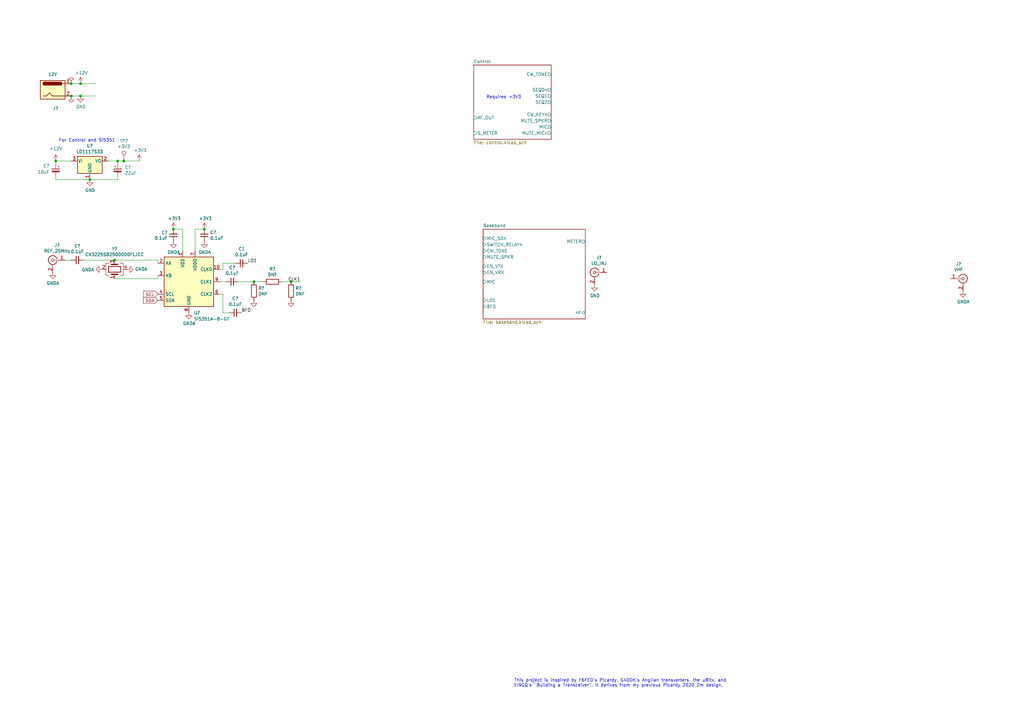
<source format=kicad_sch>
(kicad_sch (version 20211123) (generator eeschema)

  (uuid 7c83c304-769a-4be4-890e-297aba22b5b9)

  (paper "A3")

  (title_block
    (title "DART-70 TRX")
    (date "2023-01-19")
    (rev "0")
    (company "HB9EGM")
    (comment 1 "A 4m Band SSB/CW Transceiver")
  )

  

  (junction (at 191.77 -24.13) (diameter 0) (color 0 0 0 0)
    (uuid 0152b359-efb4-4746-8f92-d55aafcbed75)
  )
  (junction (at 177.8 -29.21) (diameter 0) (color 0 0 0 0)
    (uuid 0757afa3-c7b9-46d4-ab18-34655039a8b1)
  )
  (junction (at 29.21 34.29) (diameter 0) (color 0 0 0 0)
    (uuid 0a082e3d-5a37-45bf-9936-1925b33d6b4f)
  )
  (junction (at 314.96 -68.58) (diameter 0) (color 0 0 0 0)
    (uuid 0f37b587-17c8-4f47-b253-2cf37d019d4a)
  )
  (junction (at 104.14 115.57) (diameter 0) (color 0 0 0 0)
    (uuid 11ea7b85-b26d-4a7d-aaed-956352284452)
  )
  (junction (at 33.02 39.37) (diameter 0) (color 0 0 0 0)
    (uuid 1484c051-867b-42a2-ab15-344bd0f662a5)
  )
  (junction (at 48.26 66.04) (diameter 0) (color 0 0 0 0)
    (uuid 1c29ab88-8089-4a9f-b0ec-e0493fb70d1a)
  )
  (junction (at 33.02 34.29) (diameter 0) (color 0 0 0 0)
    (uuid 1fa90692-7773-42d6-8ba8-8ed55432226b)
  )
  (junction (at 191.77 -13.97) (diameter 0) (color 0 0 0 0)
    (uuid 24cf2881-22c9-4bae-ba47-4bf6b6501332)
  )
  (junction (at 29.21 39.37) (diameter 0) (color 0 0 0 0)
    (uuid 2bb5e7ab-7e6e-4e4b-8997-824caea277e9)
  )
  (junction (at 342.9 -60.96) (diameter 0) (color 0 0 0 0)
    (uuid 33f289fa-48b2-488e-ac1c-9e506fdc5998)
  )
  (junction (at 332.74 -60.96) (diameter 0) (color 0 0 0 0)
    (uuid 3a862fcc-728d-46ff-aba4-42ab7b8a4597)
  )
  (junction (at 71.12 93.98) (diameter 0) (color 0 0 0 0)
    (uuid 3c03082b-2981-4df2-bc33-6ce03d4158b2)
  )
  (junction (at 358.14 -60.96) (diameter 0) (color 0 0 0 0)
    (uuid 3d21ed2c-8af2-40b8-995b-0086b5ca387d)
  )
  (junction (at 83.82 93.98) (diameter 0) (color 0 0 0 0)
    (uuid 4049e650-6035-45af-a547-48a992b127be)
  )
  (junction (at 22.86 66.04) (diameter 0) (color 0 0 0 0)
    (uuid 547281cc-eb15-43de-9560-1b10e39a19ed)
  )
  (junction (at 314.96 -60.96) (diameter 0) (color 0 0 0 0)
    (uuid 57dc6ee5-bba6-4f16-804b-6425d5f6f958)
  )
  (junction (at 314.96 -13.97) (diameter 0) (color 0 0 0 0)
    (uuid 659cbda1-195b-4dee-97c3-18db29658531)
  )
  (junction (at 317.5 -26.67) (diameter 0) (color 0 0 0 0)
    (uuid 8bfbb559-df73-492c-ad12-a39947b8a2e2)
  )
  (junction (at 332.74 -68.58) (diameter 0) (color 0 0 0 0)
    (uuid 987a9aa5-4951-4afc-b306-454b5942bab1)
  )
  (junction (at 162.56 -115.57) (diameter 0) (color 0 0 0 0)
    (uuid 9a3fa19c-537d-4296-bb63-989030ca8dd5)
  )
  (junction (at 50.8 66.04) (diameter 0) (color 0 0 0 0)
    (uuid a99cd17b-9938-46df-92bb-88378a42ecd6)
  )
  (junction (at 119.38 115.57) (diameter 0) (color 0 0 0 0)
    (uuid a9fed849-c0d2-45ff-802c-7da3e4c52c0a)
  )
  (junction (at 173.99 -45.72) (diameter 0) (color 0 0 0 0)
    (uuid ae1a40c3-8b72-46ce-b51f-f66ab23f0401)
  )
  (junction (at 152.4 -107.95) (diameter 0) (color 0 0 0 0)
    (uuid aeb1da01-4a44-4c30-b05f-9cec7ebba856)
  )
  (junction (at 358.14 -68.58) (diameter 0) (color 0 0 0 0)
    (uuid b0bf6e1a-51f0-4f7d-a90d-b322f5d335e7)
  )
  (junction (at 36.83 73.66) (diameter 0) (color 0 0 0 0)
    (uuid b0c265f7-c716-45d5-8397-630db4d2cf65)
  )
  (junction (at 162.56 -102.87) (diameter 0) (color 0 0 0 0)
    (uuid b80a4902-9741-47e8-9dca-09d8045e2d8b)
  )
  (junction (at 342.9 -68.58) (diameter 0) (color 0 0 0 0)
    (uuid c8056791-56cd-4c36-8a94-cde805b65787)
  )
  (junction (at 158.75 -36.83) (diameter 0) (color 0 0 0 0)
    (uuid cf54eac6-4e22-42ca-9fa6-d7f7535b6530)
  )
  (junction (at 322.58 -19.05) (diameter 0) (color 0 0 0 0)
    (uuid d7598061-e53a-4897-bd5a-90ba110b288c)
  )
  (junction (at 322.58 -6.35) (diameter 0) (color 0 0 0 0)
    (uuid d8adb49f-2126-4723-8ce9-bf1a7117d37d)
  )
  (junction (at 177.8 -64.77) (diameter 0) (color 0 0 0 0)
    (uuid dc520be7-881a-4735-9002-cdc0b833e252)
  )
  (junction (at 177.8 -19.05) (diameter 0) (color 0 0 0 0)
    (uuid e4c71d8a-072b-43af-bb3d-19949410773e)
  )
  (junction (at 167.64 -57.15) (diameter 0) (color 0 0 0 0)
    (uuid eab8e06d-9f8a-4cc4-98b1-c84befd02f61)
  )
  (junction (at 46.99 106.68) (diameter 0) (color 0 0 0 0)
    (uuid f8c9e2c3-818f-482b-ad48-f9fb56a455b0)
  )
  (junction (at 158.75 -87.63) (diameter 0) (color 0 0 0 0)
    (uuid fce80799-beee-488e-8575-c5bbc1daac9f)
  )

  (wire (pts (xy 29.21 39.37) (xy 33.02 39.37))
    (stroke (width 0) (type default) (color 0 0 0 0))
    (uuid 002154dd-fd21-426e-8f51-d82382197384)
  )
  (wire (pts (xy 91.44 110.49) (xy 90.17 110.49))
    (stroke (width 0) (type default) (color 0 0 0 0))
    (uuid 05f6334e-7131-4999-b788-1681af60d6df)
  )
  (wire (pts (xy 194.31 -13.97) (xy 191.77 -13.97))
    (stroke (width 0) (type default) (color 0 0 0 0))
    (uuid 0ddf1d64-9780-4d45-bbe9-e1ef7d2537e3)
  )
  (wire (pts (xy 332.74 -68.58) (xy 342.9 -68.58))
    (stroke (width 0) (type default) (color 0 0 0 0))
    (uuid 0f7e9d14-4334-4f32-bfe9-92fd215fb88d)
  )
  (wire (pts (xy 173.99 -45.72) (xy 170.18 -45.72))
    (stroke (width 0) (type default) (color 0 0 0 0))
    (uuid 1027526d-9981-4041-9e9b-7c2a66061466)
  )
  (wire (pts (xy 22.86 66.04) (xy 22.86 67.31))
    (stroke (width 0) (type default) (color 0 0 0 0))
    (uuid 11b5652b-07d3-428f-98d5-c354cf3693b1)
  )
  (wire (pts (xy 162.56 -45.72) (xy 158.75 -45.72))
    (stroke (width 0) (type default) (color 0 0 0 0))
    (uuid 141df3ac-0b03-40e1-a2cc-eb98174af7ef)
  )
  (wire (pts (xy 243.84 -16.51) (xy 255.27 -16.51))
    (stroke (width 0) (type default) (color 0 0 0 0))
    (uuid 16d650b6-9ff4-4a97-bbf7-5da504a0440c)
  )
  (wire (pts (xy 158.75 -45.72) (xy 158.75 -36.83))
    (stroke (width 0) (type default) (color 0 0 0 0))
    (uuid 17173695-2043-4565-af3d-54fde6f23867)
  )
  (wire (pts (xy 48.26 66.04) (xy 50.8 66.04))
    (stroke (width 0) (type default) (color 0 0 0 0))
    (uuid 17ba5b19-2b5b-474e-9c14-1c7d35991587)
  )
  (wire (pts (xy 314.96 -29.21) (xy 314.96 -26.67))
    (stroke (width 0) (type default) (color 0 0 0 0))
    (uuid 19f7333f-620c-4627-8d45-6f7912433af1)
  )
  (wire (pts (xy 173.99 -36.83) (xy 173.99 -45.72))
    (stroke (width 0) (type default) (color 0 0 0 0))
    (uuid 20eb0878-92ed-4715-9bf2-99507d350dbd)
  )
  (wire (pts (xy 342.9 -60.96) (xy 358.14 -60.96))
    (stroke (width 0) (type default) (color 0 0 0 0))
    (uuid 24640bcb-dde4-41fa-827c-efb027cf3aa6)
  )
  (wire (pts (xy 29.21 66.04) (xy 22.86 66.04))
    (stroke (width 0) (type default) (color 0 0 0 0))
    (uuid 28eca374-9b5c-4480-a1a6-52ddcbb57db2)
  )
  (wire (pts (xy 191.77 -24.13) (xy 173.99 -24.13))
    (stroke (width 0) (type default) (color 0 0 0 0))
    (uuid 2a561ed9-b296-4e6a-a0dd-6002fa7fffdc)
  )
  (wire (pts (xy 90.17 115.57) (xy 92.71 115.57))
    (stroke (width 0) (type default) (color 0 0 0 0))
    (uuid 2a86319a-5a94-4745-ad80-6b5c02f72e82)
  )
  (wire (pts (xy 156.21 -36.83) (xy 158.75 -36.83))
    (stroke (width 0) (type default) (color 0 0 0 0))
    (uuid 2fb14d37-de49-4570-be15-220be096d7ff)
  )
  (wire (pts (xy 314.96 -68.58) (xy 317.5 -68.58))
    (stroke (width 0) (type default) (color 0 0 0 0))
    (uuid 378fac25-9ec9-4372-af8a-b41e5bae02dc)
  )
  (wire (pts (xy 173.99 -29.21) (xy 177.8 -29.21))
    (stroke (width 0) (type default) (color 0 0 0 0))
    (uuid 3fa4ef37-d629-4ed6-8678-6d22f0acc54c)
  )
  (wire (pts (xy 173.99 -102.87) (xy 173.99 -113.03))
    (stroke (width 0) (type default) (color 0 0 0 0))
    (uuid 51a3f919-4f6b-4c1a-9e4b-219d7ae9f12e)
  )
  (wire (pts (xy 304.8 -13.97) (xy 314.96 -13.97))
    (stroke (width 0) (type default) (color 0 0 0 0))
    (uuid 52f536b5-e77f-4b31-8427-644dd3f72936)
  )
  (wire (pts (xy 33.02 39.37) (xy 39.37 39.37))
    (stroke (width 0) (type default) (color 0 0 0 0))
    (uuid 582ca415-c739-49c6-b2b7-df45a98331ed)
  )
  (wire (pts (xy 33.02 34.29) (xy 39.37 34.29))
    (stroke (width 0) (type default) (color 0 0 0 0))
    (uuid 6465c817-6f2e-4e62-ac9d-f9a1d93df9e1)
  )
  (wire (pts (xy 96.52 107.95) (xy 91.44 107.95))
    (stroke (width 0) (type default) (color 0 0 0 0))
    (uuid 64e90390-0f4c-4cc1-bafa-363ce23516e9)
  )
  (wire (pts (xy 184.15 -109.22) (xy 184.15 -102.87))
    (stroke (width 0) (type default) (color 0 0 0 0))
    (uuid 65756912-fb86-4307-8753-f20d3967afa2)
  )
  (wire (pts (xy 317.5 -19.05) (xy 322.58 -19.05))
    (stroke (width 0) (type default) (color 0 0 0 0))
    (uuid 65ab6ccc-834e-4fd9-b802-a3de5308499d)
  )
  (wire (pts (xy 91.44 128.27) (xy 91.44 120.65))
    (stroke (width 0) (type default) (color 0 0 0 0))
    (uuid 65dd0601-a23d-4c5d-b924-966fc498cbfc)
  )
  (wire (pts (xy 165.1 -57.15) (xy 167.64 -57.15))
    (stroke (width 0) (type default) (color 0 0 0 0))
    (uuid 679e7359-1f41-4157-820d-71e9fa92b9e8)
  )
  (wire (pts (xy 91.44 120.65) (xy 90.17 120.65))
    (stroke (width 0) (type default) (color 0 0 0 0))
    (uuid 699bee8c-8bc3-4aa6-b4ed-0aa4d255078a)
  )
  (wire (pts (xy 80.01 93.98) (xy 80.01 102.87))
    (stroke (width 0) (type default) (color 0 0 0 0))
    (uuid 6b09c60c-c53b-47dd-b8b8-94f682cd2086)
  )
  (wire (pts (xy 177.8 -29.21) (xy 180.34 -29.21))
    (stroke (width 0) (type default) (color 0 0 0 0))
    (uuid 6ff35c52-f80d-4be2-993f-5faaf533a8b1)
  )
  (wire (pts (xy 194.31 -24.13) (xy 191.77 -24.13))
    (stroke (width 0) (type default) (color 0 0 0 0))
    (uuid 77b9c30c-9aa4-44bc-be4c-6cd8ec0bcef5)
  )
  (wire (pts (xy 177.8 -45.72) (xy 173.99 -45.72))
    (stroke (width 0) (type default) (color 0 0 0 0))
    (uuid 78222957-541d-4b7c-b031-c5c616b778fa)
  )
  (wire (pts (xy 97.79 115.57) (xy 104.14 115.57))
    (stroke (width 0) (type default) (color 0 0 0 0))
    (uuid 7d4200e5-e280-4699-af56-048ba84247d3)
  )
  (wire (pts (xy 173.99 -19.05) (xy 177.8 -19.05))
    (stroke (width 0) (type default) (color 0 0 0 0))
    (uuid 8396b690-3bab-4fa7-9e71-06ce2998ca0e)
  )
  (wire (pts (xy 93.98 128.27) (xy 91.44 128.27))
    (stroke (width 0) (type default) (color 0 0 0 0))
    (uuid 8e0abe23-8e7e-48a9-af11-f26197bd8fbf)
  )
  (wire (pts (xy 22.86 72.39) (xy 22.86 73.66))
    (stroke (width 0) (type default) (color 0 0 0 0))
    (uuid 99f8394d-1325-4f0e-9ed0-19dceab6e1f9)
  )
  (wire (pts (xy 162.56 -102.87) (xy 158.75 -102.87))
    (stroke (width 0) (type default) (color 0 0 0 0))
    (uuid 9c52eb74-b8c8-4100-b844-c9be7c6d511d)
  )
  (wire (pts (xy 158.75 -87.63) (xy 158.75 -91.44))
    (stroke (width 0) (type default) (color 0 0 0 0))
    (uuid 9c9d09c2-fbb3-42fd-8022-a7107b60bdef)
  )
  (wire (pts (xy 83.82 93.98) (xy 80.01 93.98))
    (stroke (width 0) (type default) (color 0 0 0 0))
    (uuid 9d3a7a2b-8bae-4d82-8634-16a99f57e389)
  )
  (wire (pts (xy 177.8 -62.23) (xy 177.8 -64.77))
    (stroke (width 0) (type default) (color 0 0 0 0))
    (uuid 9f18b194-8748-47f0-aebf-8655660f6ba3)
  )
  (wire (pts (xy 162.56 -113.03) (xy 162.56 -115.57))
    (stroke (width 0) (type default) (color 0 0 0 0))
    (uuid a15bb254-7167-427e-9ec3-c4abcf53e5b1)
  )
  (wire (pts (xy 158.75 -99.06) (xy 158.75 -102.87))
    (stroke (width 0) (type default) (color 0 0 0 0))
    (uuid a5d8fc97-d7c1-4797-9d4b-768d4ee7add9)
  )
  (wire (pts (xy 177.8 -64.77) (xy 167.64 -64.77))
    (stroke (width 0) (type default) (color 0 0 0 0))
    (uuid a64d0ff6-4671-4b63-946a-c6b60f6772e2)
  )
  (wire (pts (xy 22.86 73.66) (xy 36.83 73.66))
    (stroke (width 0) (type default) (color 0 0 0 0))
    (uuid a69bb6f5-978b-49bb-9446-4ec9cfe4501e)
  )
  (wire (pts (xy 166.37 -87.63) (xy 158.75 -87.63))
    (stroke (width 0) (type default) (color 0 0 0 0))
    (uuid a731f80a-972f-45de-8f8a-42b0b7414eea)
  )
  (wire (pts (xy 57.15 66.04) (xy 50.8 66.04))
    (stroke (width 0) (type default) (color 0 0 0 0))
    (uuid a93dd5f3-ded3-42da-9f3d-78740a5a5bff)
  )
  (wire (pts (xy 304.8 -68.58) (xy 314.96 -68.58))
    (stroke (width 0) (type default) (color 0 0 0 0))
    (uuid b2bf2e05-3221-4db4-bda8-849a4532eddd)
  )
  (wire (pts (xy 322.58 -8.89) (xy 322.58 -6.35))
    (stroke (width 0) (type default) (color 0 0 0 0))
    (uuid b4949bee-fd9e-4c28-83dd-1d0b51850339)
  )
  (wire (pts (xy 177.8 -19.05) (xy 180.34 -19.05))
    (stroke (width 0) (type default) (color 0 0 0 0))
    (uuid bbc32856-07eb-4eaa-a774-dd368aed1682)
  )
  (wire (pts (xy 91.44 107.95) (xy 91.44 110.49))
    (stroke (width 0) (type default) (color 0 0 0 0))
    (uuid bcb20d96-4c0e-4c98-a263-0cdd41ab15e5)
  )
  (wire (pts (xy 154.94 -107.95) (xy 152.4 -107.95))
    (stroke (width 0) (type default) (color 0 0 0 0))
    (uuid c0a01a64-7d1b-472d-8880-567c93d125ef)
  )
  (wire (pts (xy 74.93 93.98) (xy 74.93 102.87))
    (stroke (width 0) (type default) (color 0 0 0 0))
    (uuid c24d03f2-5bff-4d74-88e5-481cd2f1e035)
  )
  (wire (pts (xy 189.23 -105.41) (xy 189.23 -102.87))
    (stroke (width 0) (type default) (color 0 0 0 0))
    (uuid c353b884-bf6e-4195-82d9-6e347a13f8f2)
  )
  (wire (pts (xy 304.8 -60.96) (xy 314.96 -60.96))
    (stroke (width 0) (type default) (color 0 0 0 0))
    (uuid c3ccffd0-5e76-4c65-89a9-fda2e5be31f6)
  )
  (wire (pts (xy 123.19 115.57) (xy 119.38 115.57))
    (stroke (width 0) (type default) (color 0 0 0 0))
    (uuid c48e879f-0b64-4f86-a8cf-003dbff29c4e)
  )
  (wire (pts (xy 107.95 115.57) (xy 104.14 115.57))
    (stroke (width 0) (type default) (color 0 0 0 0))
    (uuid cbbfb5e5-7e85-4367-b6a7-9b21fc6d9e17)
  )
  (wire (pts (xy 322.58 -6.35) (xy 314.96 -6.35))
    (stroke (width 0) (type default) (color 0 0 0 0))
    (uuid cc38d70f-19c1-4fb5-9f4f-506ef33fa169)
  )
  (wire (pts (xy 46.99 114.3) (xy 64.77 114.3))
    (stroke (width 0) (type default) (color 0 0 0 0))
    (uuid cc89f37d-2221-4ee8-a763-21432c733f93)
  )
  (wire (pts (xy 44.45 66.04) (xy 48.26 66.04))
    (stroke (width 0) (type default) (color 0 0 0 0))
    (uuid cdc3b2bb-9f60-476c-ac94-bf550b6e7b5e)
  )
  (wire (pts (xy 71.12 93.98) (xy 74.93 93.98))
    (stroke (width 0) (type default) (color 0 0 0 0))
    (uuid ceb52c7a-a12c-449a-be98-109b3a3bd409)
  )
  (wire (pts (xy 29.21 34.29) (xy 33.02 34.29))
    (stroke (width 0) (type default) (color 0 0 0 0))
    (uuid d18620ef-44b4-47e8-b939-bb0398e91c85)
  )
  (wire (pts (xy 64.77 106.68) (xy 64.77 107.95))
    (stroke (width 0) (type default) (color 0 0 0 0))
    (uuid d51dda35-7a1a-4d41-817a-7bb1f7f6ffd4)
  )
  (wire (pts (xy 149.86 -107.95) (xy 152.4 -107.95))
    (stroke (width 0) (type default) (color 0 0 0 0))
    (uuid d77b5383-1057-41f7-a864-97b50dcdeb67)
  )
  (wire (pts (xy 191.77 -13.97) (xy 173.99 -13.97))
    (stroke (width 0) (type default) (color 0 0 0 0))
    (uuid d9024b8b-b5ea-4176-a1e8-f745f68e348b)
  )
  (wire (pts (xy 166.37 -102.87) (xy 162.56 -102.87))
    (stroke (width 0) (type default) (color 0 0 0 0))
    (uuid db017b0a-0353-497a-a563-8390daa5d431)
  )
  (wire (pts (xy 36.83 73.66) (xy 48.26 73.66))
    (stroke (width 0) (type default) (color 0 0 0 0))
    (uuid e264f0d9-6386-4838-a810-81df8032f681)
  )
  (wire (pts (xy 332.74 -60.96) (xy 342.9 -60.96))
    (stroke (width 0) (type default) (color 0 0 0 0))
    (uuid e398653c-c0a3-4f5f-8e64-c2e4f2e156a7)
  )
  (wire (pts (xy 358.14 -60.96) (xy 368.3 -60.96))
    (stroke (width 0) (type default) (color 0 0 0 0))
    (uuid e52dd491-e671-4aa0-8f11-59505c0c6791)
  )
  (wire (pts (xy 358.14 -68.58) (xy 368.3 -68.58))
    (stroke (width 0) (type default) (color 0 0 0 0))
    (uuid e616422a-296c-4c3d-9126-d65d78ab0a16)
  )
  (wire (pts (xy 177.8 -52.07) (xy 177.8 -45.72))
    (stroke (width 0) (type default) (color 0 0 0 0))
    (uuid e95411a5-cb15-4bfe-9998-b0239dde6f5e)
  )
  (wire (pts (xy 119.38 115.57) (xy 115.57 115.57))
    (stroke (width 0) (type default) (color 0 0 0 0))
    (uuid ea6f4611-7eac-4b21-b232-fff65a738b95)
  )
  (wire (pts (xy 34.29 106.68) (xy 46.99 106.68))
    (stroke (width 0) (type default) (color 0 0 0 0))
    (uuid ea97e745-2bac-4983-a78b-499e0f8d7b6d)
  )
  (wire (pts (xy 314.96 -26.67) (xy 317.5 -26.67))
    (stroke (width 0) (type default) (color 0 0 0 0))
    (uuid eab9c503-3cd1-4ca1-95eb-dfcf3401efaa)
  )
  (wire (pts (xy 162.56 -115.57) (xy 152.4 -115.57))
    (stroke (width 0) (type default) (color 0 0 0 0))
    (uuid eb3550c5-55d7-4b5a-8fbc-509d8db76263)
  )
  (wire (pts (xy 29.21 106.68) (xy 26.67 106.68))
    (stroke (width 0) (type default) (color 0 0 0 0))
    (uuid f38fd353-54b3-403a-9387-7ff36888e6a9)
  )
  (wire (pts (xy 314.96 -60.96) (xy 332.74 -60.96))
    (stroke (width 0) (type default) (color 0 0 0 0))
    (uuid f4fd388d-525b-458c-9fc0-2f9761558457)
  )
  (wire (pts (xy 46.99 106.68) (xy 64.77 106.68))
    (stroke (width 0) (type default) (color 0 0 0 0))
    (uuid f7008c47-327e-4961-9c20-bbaf09b0d636)
  )
  (wire (pts (xy 64.77 114.3) (xy 64.77 113.03))
    (stroke (width 0) (type default) (color 0 0 0 0))
    (uuid f841e691-04bf-4057-bcb4-476ba3910c05)
  )
  (wire (pts (xy 48.26 72.39) (xy 48.26 73.66))
    (stroke (width 0) (type default) (color 0 0 0 0))
    (uuid fc244ca3-4412-44ac-b1f3-44d00d15b5ac)
  )
  (wire (pts (xy 170.18 -57.15) (xy 167.64 -57.15))
    (stroke (width 0) (type default) (color 0 0 0 0))
    (uuid ff109602-9cbf-44b4-9f41-7af8b1629863)
  )
  (wire (pts (xy 48.26 66.04) (xy 48.26 67.31))
    (stroke (width 0) (type default) (color 0 0 0 0))
    (uuid ffb99ea8-48c3-486c-94d4-7034e45d57f7)
  )

  (text "Requires +3V3" (at 199.39 40.64 0)
    (effects (font (size 1.27 1.27)) (justify left bottom))
    (uuid 116a8b96-c84a-4d0e-9efd-2c374598e9fc)
  )
  (text "5th order Chebychev\nCutoff 23MHz .. 34MHz\nBandpass Ripple 0.2dB"
    (at 321.31 -53.34 0)
    (effects (font (size 1.27 1.27)) (justify left bottom))
    (uuid 5683de0f-9986-4f35-9c26-10f4a2cf018a)
  )
  (text "TODO\nClarify GNDA vs GND\nMove LDOs to consumers\nAdd 4m PA / LNA with filter and antenna switching\n\nDONE\nReplace Anglian, remove one mixer stage\nPFET switch instead of relay\n"
    (at 0 -2.54 0)
    (effects (font (size 4 4)) (justify left bottom))
    (uuid bb2e7fd8-c90d-4499-afb3-dd966ff449a9)
  )
  (text "This project is inspired by F6FEO's Picardy, G4DDK's Anglian transverters, the uBitx, and\nEI9GQ's \"Building a Transceiver\". It derives from my previous Picardy 2020 2m design."
    (at 210.82 281.94 0)
    (effects (font (size 1.27 1.27)) (justify left bottom))
    (uuid cc99dfff-7e1c-41c9-90b0-50846ceea0a1)
  )
  (text "For Control and Si5351" (at 24.13 58.42 0)
    (effects (font (size 1.27 1.27)) (justify left bottom))
    (uuid f4edd5b2-72b4-45e8-b62f-fa9fad300bad)
  )

  (label "CLK1" (at 123.19 115.57 180)
    (effects (font (size 1.27 1.27)) (justify right bottom))
    (uuid 37559495-9dfc-4a54-80ee-fad84f20dc2a)
  )
  (label "+8V" (at 158.75 -26.67 180)
    (effects (font (size 1.27 1.27)) (justify right bottom))
    (uuid 71b17479-6c39-4753-b20d-a825c2451b12)
  )
  (label "EN_12VRX" (at 304.8 -13.97 0)
    (effects (font (size 1.27 1.27)) (justify left bottom))
    (uuid 80987d0c-872e-4888-9189-38df98179868)
  )
  (label "VHF_LO" (at 246.38 -16.51 0)
    (effects (font (size 1.27 1.27)) (justify left bottom))
    (uuid 8c29f5ca-49c7-4f16-ac34-557eb034e274)
  )
  (label "LO1" (at 101.6 107.95 0)
    (effects (font (size 1.27 1.27)) (justify left bottom))
    (uuid b1685444-7ed2-49f0-840b-5ade5d456940)
  )
  (label "+5V" (at 158.75 -16.51 180)
    (effects (font (size 1.27 1.27)) (justify right bottom))
    (uuid db1512d6-86ff-4ba1-93b7-50fbe567100d)
  )
  (label "BFO" (at 99.06 128.27 0)
    (effects (font (size 1.27 1.27)) (justify left bottom))
    (uuid e316d376-2303-43ce-9137-3f0af976260d)
  )

  (global_label "+8VRX" (shape output) (at 180.34 -29.21 0) (fields_autoplaced)
    (effects (font (size 1.27 1.27)) (justify left))
    (uuid 3417c179-abc1-4445-8bc4-05a59807c76e)
    (property "Intersheet References" "${INTERSHEET_REFS}" (id 0) (at -48.26 -134.62 0)
      (effects (font (size 1.27 1.27)) hide)
    )
  )
  (global_label "+5VRX" (shape output) (at 180.34 -19.05 0) (fields_autoplaced)
    (effects (font (size 1.27 1.27)) (justify left))
    (uuid 4b9d4d77-0d85-4888-ab24-4d18c007dda5)
    (property "Intersheet References" "${INTERSHEET_REFS}" (id 0) (at -48.26 -134.62 0)
      (effects (font (size 1.27 1.27)) hide)
    )
  )
  (global_label "SDA" (shape input) (at 64.77 123.19 180) (fields_autoplaced)
    (effects (font (size 1.27 1.27)) (justify right))
    (uuid 7b27748e-95b6-4e72-a559-44948dc7382e)
    (property "Intersheet References" "${INTERSHEET_REFS}" (id 0) (at -140.97 71.12 0)
      (effects (font (size 1.27 1.27)) hide)
    )
  )
  (global_label "+8VTX" (shape output) (at 194.31 -24.13 0) (fields_autoplaced)
    (effects (font (size 1.27 1.27)) (justify left))
    (uuid 844ba300-8900-4c41-ad3f-38f6b29543c7)
    (property "Intersheet References" "${INTERSHEET_REFS}" (id 0) (at -48.26 -134.62 0)
      (effects (font (size 1.27 1.27)) hide)
    )
  )
  (global_label "SCL" (shape input) (at 64.77 120.65 180) (fields_autoplaced)
    (effects (font (size 1.27 1.27)) (justify right))
    (uuid c9ecb380-e98f-45c6-b8cb-94efe9240021)
    (property "Intersheet References" "${INTERSHEET_REFS}" (id 0) (at -140.97 71.12 0)
      (effects (font (size 1.27 1.27)) hide)
    )
  )
  (global_label "+12VRX" (shape output) (at 327.66 -26.67 0) (fields_autoplaced)
    (effects (font (size 1.27 1.27)) (justify left))
    (uuid db9f82e4-09d6-4707-b385-45f3444d0874)
    (property "Intersheet References" "${INTERSHEET_REFS}" (id 0) (at 337.6326 -26.7494 0)
      (effects (font (size 1.27 1.27)) (justify left) hide)
    )
  )
  (global_label "+5VTX" (shape output) (at 194.31 -13.97 0) (fields_autoplaced)
    (effects (font (size 1.27 1.27)) (justify left))
    (uuid e3ebd44c-7a2f-46b8-928c-cac56d9f0924)
    (property "Intersheet References" "${INTERSHEET_REFS}" (id 0) (at -48.26 -134.62 0)
      (effects (font (size 1.27 1.27)) hide)
    )
  )

  (hierarchical_label "SWITCH_RELAYn" (shape input) (at 134.62 -107.95 180)
    (effects (font (size 1.27 1.27)) (justify right))
    (uuid a1830f45-f348-45e4-b2fb-0eb73dd068b0)
  )
  (hierarchical_label "SWITCH_5V_8V_TXn" (shape input) (at 149.86 -57.15 180)
    (effects (font (size 1.27 1.27)) (justify right))
    (uuid f9d59956-b4fc-4978-be04-3901b5e6face)
  )

  (symbol (lib_id "Diode:1N4148W") (at 166.37 -45.72 180) (unit 1)
    (in_bom yes) (on_board yes)
    (uuid 023c7d59-e0da-44fc-98f8-8b5141ecf6ca)
    (property "Reference" "D?" (id 0) (at 166.37 -51.2318 0))
    (property "Value" "1N4148W" (id 1) (at 166.37 -48.9204 0))
    (property "Footprint" "Diode_SMD:D_SOD-123F" (id 2) (at 166.37 -50.165 0)
      (effects (font (size 1.27 1.27)) hide)
    )
    (property "Datasheet" "https://www.vishay.com/docs/85748/1n4148w.pdf" (id 3) (at 166.37 -45.72 0)
      (effects (font (size 1.27 1.27)) hide)
    )
    (property "MPN" "1N4148W" (id 4) (at 166.37 -45.72 0)
      (effects (font (size 1.27 1.27)) hide)
    )
    (property "Need_order" "" (id 5) (at 166.37 -45.72 0)
      (effects (font (size 1.27 1.27)) hide)
    )
    (pin "1" (uuid 79f54e10-404a-4de1-bd69-17d4636a35a2))
    (pin "2" (uuid 3905c18b-1d10-4d37-9e0c-05d99347c5da))
  )

  (symbol (lib_id "Device:L") (at 314.96 -64.77 0) (unit 1)
    (in_bom yes) (on_board yes) (fields_autoplaced)
    (uuid 059bfdce-a55c-480c-b03f-871866a73262)
    (property "Reference" "L?" (id 0) (at 316.23 -66.0401 0)
      (effects (font (size 1.27 1.27)) (justify left))
    )
    (property "Value" "82nH" (id 1) (at 316.23 -63.5001 0)
      (effects (font (size 1.27 1.27)) (justify left))
    )
    (property "Footprint" "Inductor_SMD:L_0805_2012Metric_Pad1.15x1.40mm_HandSolder" (id 2) (at 314.96 -64.77 0)
      (effects (font (size 1.27 1.27)) hide)
    )
    (property "Datasheet" "~" (id 3) (at 314.96 -64.77 0)
      (effects (font (size 1.27 1.27)) hide)
    )
    (property "MPN" "LQW2BAS82NJ00L" (id 4) (at 314.96 -64.77 0)
      (effects (font (size 1.27 1.27)) hide)
    )
    (property "Need_order" "1" (id 5) (at 314.96 -64.77 0)
      (effects (font (size 1.27 1.27)) hide)
    )
    (pin "1" (uuid 54f3b96d-33bd-4085-8f53-1d6b747b4816))
    (pin "2" (uuid 477f305f-c65c-4848-b1cf-0a0d40a9c67d))
  )

  (symbol (lib_id "power:+3.3V") (at 83.82 93.98 0) (unit 1)
    (in_bom yes) (on_board yes)
    (uuid 0a66f684-42c8-4454-8b00-30b8c4ea5d56)
    (property "Reference" "#PWR?" (id 0) (at 83.82 97.79 0)
      (effects (font (size 1.27 1.27)) hide)
    )
    (property "Value" "+3.3V" (id 1) (at 84.201 89.5858 0))
    (property "Footprint" "" (id 2) (at 83.82 93.98 0)
      (effects (font (size 1.27 1.27)) hide)
    )
    (property "Datasheet" "" (id 3) (at 83.82 93.98 0)
      (effects (font (size 1.27 1.27)) hide)
    )
    (pin "1" (uuid 2b1c22a2-3bee-4d20-b723-68da98a1fc64))
  )

  (symbol (lib_id "Diode:1N4148W") (at 158.75 -95.25 270) (unit 1)
    (in_bom yes) (on_board yes)
    (uuid 0df0aab9-ac02-434a-ad22-72c07912fcd6)
    (property "Reference" "D?" (id 0) (at 156.718 -96.4184 90)
      (effects (font (size 1.27 1.27)) (justify right))
    )
    (property "Value" "1N4148W" (id 1) (at 156.718 -94.107 90)
      (effects (font (size 1.27 1.27)) (justify right))
    )
    (property "Footprint" "Diode_SMD:D_SOD-123F" (id 2) (at 154.305 -95.25 0)
      (effects (font (size 1.27 1.27)) hide)
    )
    (property "Datasheet" "https://www.vishay.com/docs/85748/1n4148w.pdf" (id 3) (at 158.75 -95.25 0)
      (effects (font (size 1.27 1.27)) hide)
    )
    (property "MPN" "1N4148W" (id 4) (at 158.75 -95.25 0)
      (effects (font (size 1.27 1.27)) hide)
    )
    (property "Need_order" "" (id 5) (at 158.75 -95.25 0)
      (effects (font (size 1.27 1.27)) hide)
    )
    (pin "1" (uuid 5c5c790b-1c44-4cb1-8226-1bfb0bd2a8cb))
    (pin "2" (uuid f94adeab-23ff-4f9e-a9a3-6819d19ee090))
  )

  (symbol (lib_id "Device:R") (at 167.64 -60.96 0) (unit 1)
    (in_bom yes) (on_board yes)
    (uuid 134dd1ad-afc9-4161-b3c6-831b9caf39cb)
    (property "Reference" "R?" (id 0) (at 169.418 -62.1284 0)
      (effects (font (size 1.27 1.27)) (justify left))
    )
    (property "Value" "4k7" (id 1) (at 169.418 -59.817 0)
      (effects (font (size 1.27 1.27)) (justify left))
    )
    (property "Footprint" "Resistor_SMD:R_0603_1608Metric_Pad1.05x0.95mm_HandSolder" (id 2) (at 165.862 -60.96 90)
      (effects (font (size 1.27 1.27)) hide)
    )
    (property "Datasheet" "~" (id 3) (at 167.64 -60.96 0)
      (effects (font (size 1.27 1.27)) hide)
    )
    (property "Need_order" "" (id 4) (at 167.64 -60.96 0)
      (effects (font (size 1.27 1.27)) hide)
    )
    (pin "1" (uuid 11d8872f-1b38-4916-a5b3-713e58624bf6))
    (pin "2" (uuid bc5a49fd-eaea-4523-b32f-2afe4b8ecbd5))
  )

  (symbol (lib_id "power:GNDA") (at 77.47 128.27 0) (unit 1)
    (in_bom yes) (on_board yes)
    (uuid 15141d00-2169-455b-946f-57f60b1f9d23)
    (property "Reference" "#PWR?" (id 0) (at 77.47 134.62 0)
      (effects (font (size 1.27 1.27)) hide)
    )
    (property "Value" "GNDA" (id 1) (at 77.597 132.6642 0))
    (property "Footprint" "" (id 2) (at 77.47 128.27 0)
      (effects (font (size 1.27 1.27)) hide)
    )
    (property "Datasheet" "" (id 3) (at 77.47 128.27 0)
      (effects (font (size 1.27 1.27)) hide)
    )
    (pin "1" (uuid 05bccfcd-5ecd-4a29-baec-9be101d2d22a))
  )

  (symbol (lib_id "power:PWR_FLAG") (at 29.21 34.29 0) (unit 1)
    (in_bom yes) (on_board yes)
    (uuid 17f19d51-1d48-4b41-9e1f-1ae8f8799dc5)
    (property "Reference" "#FLG?" (id 0) (at 29.21 32.385 0)
      (effects (font (size 1.27 1.27)) hide)
    )
    (property "Value" "PWR_FLAG" (id 1) (at 29.21 31.0642 90)
      (effects (font (size 1.27 1.27)) (justify left) hide)
    )
    (property "Footprint" "" (id 2) (at 29.21 34.29 0)
      (effects (font (size 1.27 1.27)) hide)
    )
    (property "Datasheet" "~" (id 3) (at 29.21 34.29 0)
      (effects (font (size 1.27 1.27)) hide)
    )
    (pin "1" (uuid b075df74-cc2c-4cf8-b10c-4a6f9df277a3))
  )

  (symbol (lib_id "Device:C") (at 332.74 -64.77 0) (unit 1)
    (in_bom yes) (on_board yes)
    (uuid 1a2f8f90-1bf0-4430-a952-447801ded9d0)
    (property "Reference" "C?" (id 0) (at 335.661 -65.9384 0)
      (effects (font (size 1.27 1.27)) (justify left))
    )
    (property "Value" "680pF" (id 1) (at 335.661 -63.627 0)
      (effects (font (size 1.27 1.27)) (justify left))
    )
    (property "Footprint" "Capacitor_SMD:C_0603_1608Metric_Pad1.05x0.95mm_HandSolder" (id 2) (at 333.7052 -60.96 0)
      (effects (font (size 1.27 1.27)) hide)
    )
    (property "Datasheet" "~" (id 3) (at 332.74 -64.77 0)
      (effects (font (size 1.27 1.27)) hide)
    )
    (property "MPN" "" (id 4) (at 332.74 -64.77 0)
      (effects (font (size 1.27 1.27)) hide)
    )
    (property "Need_order" "1" (id 5) (at 332.74 -64.77 0)
      (effects (font (size 1.27 1.27)) hide)
    )
    (pin "1" (uuid 7836fd34-c096-4ce5-a173-7f0008dc3019))
    (pin "2" (uuid 09723223-bc98-4871-b146-19568f3cb545))
  )

  (symbol (lib_id "Transistor_FET:IRF7309IPBF") (at 320.04 -13.97 0) (unit 1)
    (in_bom yes) (on_board yes) (fields_autoplaced)
    (uuid 1a45911e-c79d-47cc-b39e-1f0c6d42a0a1)
    (property "Reference" "Q?" (id 0) (at 326.39 -13.9701 0)
      (effects (font (size 1.27 1.27)) (justify left))
    )
    (property "Value" "IRF7309IPBF" (id 1) (at 326.39 -12.7001 0)
      (effects (font (size 1.27 1.27)) (justify left) hide)
    )
    (property "Footprint" "Package_SO:SOIC-8_3.9x4.9mm_P1.27mm" (id 2) (at 325.12 -12.065 0)
      (effects (font (size 1.27 1.27)) (justify left) hide)
    )
    (property "Datasheet" "http://www.irf.com/product-info/datasheets/data/irf7309ipbf.pdf" (id 3) (at 322.58 -13.97 0)
      (effects (font (size 1.27 1.27)) (justify left) hide)
    )
    (pin "1" (uuid ffc7224c-34c5-4ee6-b916-f21ed40aee73))
    (pin "2" (uuid ee12bc96-a887-4d64-bbbd-73eba27f108f))
    (pin "7" (uuid d2cb9278-9ab8-4d00-8ea4-7c617d607281))
    (pin "8" (uuid 400fcf0d-f9d7-44ef-8b60-5390ace80808))
    (pin "3" (uuid ba8cc049-c105-4de1-878b-b1dbe6de7d57))
    (pin "4" (uuid 4e37fb9e-80ab-4142-a214-915c8a797024))
    (pin "5" (uuid d21acb24-22d5-4f00-99de-a550b2e303b5))
    (pin "6" (uuid 97974bf9-8a18-4bae-af65-2a4432a530f7))
  )

  (symbol (lib_id "Transistor_BJT:BC856W") (at 175.26 -57.15 0) (mirror x) (unit 1)
    (in_bom yes) (on_board yes)
    (uuid 1c1b5978-c667-4e8a-8a4f-0d7426b01ab8)
    (property "Reference" "Q?" (id 0) (at 180.086 -58.3184 0)
      (effects (font (size 1.27 1.27)) (justify left))
    )
    (property "Value" "BC856W" (id 1) (at 180.086 -56.007 0)
      (effects (font (size 1.27 1.27)) (justify left))
    )
    (property "Footprint" "Package_TO_SOT_SMD:SOT-323_SC-70" (id 2) (at 180.34 -59.055 0)
      (effects (font (size 1.27 1.27) italic) (justify left) hide)
    )
    (property "Datasheet" "http://www.fairchildsemi.com/ds/BC/BC856.pdf" (id 3) (at 175.26 -57.15 0)
      (effects (font (size 1.27 1.27)) (justify left) hide)
    )
    (property "MPN" "BC856W" (id 4) (at 175.26 -57.15 0)
      (effects (font (size 1.27 1.27)) hide)
    )
    (property "Need_order" "" (id 5) (at 175.26 -57.15 0)
      (effects (font (size 1.27 1.27)) hide)
    )
    (pin "1" (uuid 97145c99-6fe4-4054-8c53-38dc520dfd85))
    (pin "2" (uuid 2022a07e-1db3-442a-a2c2-f8f2af28a504))
    (pin "3" (uuid 1bf023ab-8e17-4c21-a059-723a0ffb063b))
  )

  (symbol (lib_id "Device:C_Small") (at 99.06 107.95 90) (unit 1)
    (in_bom yes) (on_board yes)
    (uuid 1f22f568-466b-4986-a14d-fd6fd88e1a92)
    (property "Reference" "C?" (id 0) (at 99.06 102.1334 90))
    (property "Value" "0.1uF" (id 1) (at 99.06 104.4448 90))
    (property "Footprint" "Capacitor_SMD:C_0603_1608Metric_Pad1.05x0.95mm_HandSolder" (id 2) (at 99.06 107.95 0)
      (effects (font (size 1.27 1.27)) hide)
    )
    (property "Datasheet" "~" (id 3) (at 99.06 107.95 0)
      (effects (font (size 1.27 1.27)) hide)
    )
    (property "MPN" "GRM188R71H104KA93D" (id 4) (at 99.06 107.95 0)
      (effects (font (size 1.27 1.27)) hide)
    )
    (property "Need_order" "" (id 5) (at 99.06 107.95 0)
      (effects (font (size 1.27 1.27)) hide)
    )
    (pin "1" (uuid 8fabf0b6-bf9e-4449-bba3-d9b551e56598))
    (pin "2" (uuid 3784a66d-521d-4a8e-af7c-0c11a9705603))
  )

  (symbol (lib_id "Connector:TestPoint") (at 191.77 -24.13 0) (unit 1)
    (in_bom yes) (on_board yes)
    (uuid 1f5a6f82-9529-48d1-a331-c369b700b519)
    (property "Reference" "TP?" (id 0) (at 191.77 -30.0482 0))
    (property "Value" "8VTX" (id 1) (at 191.77 -32.3596 0))
    (property "Footprint" "TestPoint:TestPoint_Pad_D1.5mm" (id 2) (at 196.85 -24.13 0)
      (effects (font (size 1.27 1.27)) hide)
    )
    (property "Datasheet" "~" (id 3) (at 196.85 -24.13 0)
      (effects (font (size 1.27 1.27)) hide)
    )
    (property "Need_order" "" (id 4) (at 191.77 -24.13 0)
      (effects (font (size 1.27 1.27)) hide)
    )
    (pin "1" (uuid 483de644-ec56-4547-ab7f-53d0be4ade3a))
  )

  (symbol (lib_id "power:GNDA") (at 71.12 99.06 0) (unit 1)
    (in_bom yes) (on_board yes)
    (uuid 1ff30586-c262-43a9-8e43-b3210a14f902)
    (property "Reference" "#PWR?" (id 0) (at 71.12 105.41 0)
      (effects (font (size 1.27 1.27)) hide)
    )
    (property "Value" "GNDA" (id 1) (at 71.247 103.4542 0))
    (property "Footprint" "" (id 2) (at 71.12 99.06 0)
      (effects (font (size 1.27 1.27)) hide)
    )
    (property "Datasheet" "" (id 3) (at 71.12 99.06 0)
      (effects (font (size 1.27 1.27)) hide)
    )
    (pin "1" (uuid 232e4c6f-ba1f-4c81-a477-65be299f183e))
  )

  (symbol (lib_id "Oscillator:Si5351A-B-GT") (at 77.47 115.57 0) (unit 1)
    (in_bom yes) (on_board yes) (fields_autoplaced)
    (uuid 21b72678-ff29-4b0c-910b-e8cac72cc05c)
    (property "Reference" "U?" (id 0) (at 79.4894 128.27 0)
      (effects (font (size 1.27 1.27)) (justify left))
    )
    (property "Value" "Si5351A-B-GT" (id 1) (at 79.4894 130.81 0)
      (effects (font (size 1.27 1.27)) (justify left))
    )
    (property "Footprint" "Package_SO:MSOP-10_3x3mm_P0.5mm" (id 2) (at 77.47 135.89 0)
      (effects (font (size 1.27 1.27)) hide)
    )
    (property "Datasheet" "https://www.silabs.com/documents/public/data-sheets/Si5351-B.pdf" (id 3) (at 68.58 118.11 0)
      (effects (font (size 1.27 1.27)) hide)
    )
    (property "MPN" "Si5351A-B-GT" (id 4) (at 77.47 115.57 0)
      (effects (font (size 1.27 1.27)) hide)
    )
    (property "Need_order" "" (id 5) (at 77.47 115.57 0)
      (effects (font (size 1.27 1.27)) hide)
    )
    (pin "1" (uuid 37ddf7ae-2fb0-4bba-9e77-0f14b9f3abc8))
    (pin "10" (uuid 0e4345a9-f908-4029-a0c6-352a6d6f74e2))
    (pin "2" (uuid 81683aef-4d22-4b74-87d6-4e0aae7316df))
    (pin "3" (uuid 3716f086-72e4-4820-9f4d-a2aa6817b89d))
    (pin "4" (uuid 3686fff4-6db1-4790-aa68-cd0dfe74238a))
    (pin "5" (uuid f4a3824a-1048-4060-936e-4ec3370c7965))
    (pin "6" (uuid 791b11cd-ebde-4cca-920c-34abbba025e3))
    (pin "7" (uuid 2709b76d-48d1-4a55-89e5-8584738a440f))
    (pin "8" (uuid eb634f5b-d996-405b-b6d0-39f6de663c26))
    (pin "9" (uuid 084ff32c-1d20-4730-a669-d359f0144400))
  )

  (symbol (lib_id "Device:R") (at 104.14 119.38 0) (unit 1)
    (in_bom yes) (on_board yes)
    (uuid 2359bb52-c517-40a0-91cc-c52df5063959)
    (property "Reference" "R?" (id 0) (at 105.918 118.2116 0)
      (effects (font (size 1.27 1.27)) (justify left))
    )
    (property "Value" "DNF" (id 1) (at 105.918 120.523 0)
      (effects (font (size 1.27 1.27)) (justify left))
    )
    (property "Footprint" "Resistor_SMD:R_0603_1608Metric_Pad1.05x0.95mm_HandSolder" (id 2) (at 102.362 119.38 90)
      (effects (font (size 1.27 1.27)) hide)
    )
    (property "Datasheet" "~" (id 3) (at 104.14 119.38 0)
      (effects (font (size 1.27 1.27)) hide)
    )
    (property "Need_order" "" (id 4) (at 104.14 119.38 0)
      (effects (font (size 1.27 1.27)) hide)
    )
    (pin "1" (uuid ba9ee4ad-a586-469b-9b71-16552315d426))
    (pin "2" (uuid dc6404f1-f3e6-4f85-999e-64b57f65807f))
  )

  (symbol (lib_id "power:+3.3V") (at 57.15 66.04 0) (unit 1)
    (in_bom yes) (on_board yes)
    (uuid 297fb073-feb7-4cde-a10e-a6cf257a47de)
    (property "Reference" "#PWR?" (id 0) (at 57.15 69.85 0)
      (effects (font (size 1.27 1.27)) hide)
    )
    (property "Value" "+3.3V" (id 1) (at 57.531 61.6458 0))
    (property "Footprint" "" (id 2) (at 57.15 66.04 0)
      (effects (font (size 1.27 1.27)) hide)
    )
    (property "Datasheet" "" (id 3) (at 57.15 66.04 0)
      (effects (font (size 1.27 1.27)) hide)
    )
    (pin "1" (uuid 5430bfbb-ddd1-4286-a6e6-a514e47d8b0b))
  )

  (symbol (lib_id "Device:C_Small") (at 71.12 96.52 180) (unit 1)
    (in_bom yes) (on_board yes)
    (uuid 35f82547-5ee1-4384-9d87-cf5e2a8d5d62)
    (property "Reference" "C?" (id 0) (at 68.8086 95.3516 0)
      (effects (font (size 1.27 1.27)) (justify left))
    )
    (property "Value" "0.1uF" (id 1) (at 68.8086 97.663 0)
      (effects (font (size 1.27 1.27)) (justify left))
    )
    (property "Footprint" "Capacitor_SMD:C_0603_1608Metric_Pad1.05x0.95mm_HandSolder" (id 2) (at 71.12 96.52 0)
      (effects (font (size 1.27 1.27)) hide)
    )
    (property "Datasheet" "~" (id 3) (at 71.12 96.52 0)
      (effects (font (size 1.27 1.27)) hide)
    )
    (property "MPN" "GRM188R71H104KA93D" (id 4) (at 71.12 96.52 0)
      (effects (font (size 1.27 1.27)) hide)
    )
    (property "Need_order" "" (id 5) (at 71.12 96.52 0)
      (effects (font (size 1.27 1.27)) hide)
    )
    (pin "1" (uuid 280086f9-0e32-41be-b3cd-bf2126b26695))
    (pin "2" (uuid 552da922-8eb6-4213-9f89-0553ddbd9cbf))
  )

  (symbol (lib_id "Relay:G6K-2") (at 166.37 -26.67 270) (unit 1)
    (in_bom yes) (on_board yes)
    (uuid 3c35e8c1-44a3-4695-8d74-5e45cb8dd1ff)
    (property "Reference" "K?" (id 0) (at 166.37 -9.525 90))
    (property "Value" "G6K-2F-RF-3V" (id 1) (at 166.37 -7.2136 90))
    (property "Footprint" "Relay_SMD:Relay_DPDT_Omron_G6K-2F" (id 2) (at 166.37 -26.67 0)
      (effects (font (size 1.27 1.27)) (justify left) hide)
    )
    (property "Datasheet" "http://omronfs.omron.com/en_US/ecb/products/pdf/en-g6k.pdf" (id 3) (at 166.37 -26.67 0)
      (effects (font (size 1.27 1.27)) hide)
    )
    (property "Need_order" "" (id 4) (at 166.37 -26.67 0)
      (effects (font (size 1.27 1.27)) hide)
    )
    (pin "1" (uuid e885c2b8-c9d4-4248-9d3c-b625c673f9eb))
    (pin "2" (uuid 0c4f72e5-24a5-4e5c-ba49-9d3d5e7b9524))
    (pin "3" (uuid 1613b207-2cb1-45ed-b2d1-ef4398eb519d))
    (pin "4" (uuid 64f2e3b1-a99a-42ff-94cc-30ca80471c0e))
    (pin "5" (uuid b9dce9ae-685e-4a3f-bc16-f250603a3acf))
    (pin "6" (uuid 2a6c5322-ecc7-417d-8ebb-fcd6fbf83ae3))
    (pin "7" (uuid 6da52200-5e0b-4c58-b6a1-3ffa80c9699d))
    (pin "8" (uuid c0745940-3b6a-4043-8b0f-32612edd27ee))
  )

  (symbol (lib_id "power:GNDA") (at 322.58 -6.35 0) (unit 1)
    (in_bom yes) (on_board yes)
    (uuid 3f3f3534-00ec-405e-984b-da7c1864ba7b)
    (property "Reference" "#PWR?" (id 0) (at 322.58 0 0)
      (effects (font (size 1.27 1.27)) hide)
    )
    (property "Value" "GNDA" (id 1) (at 322.707 -3.1242 90)
      (effects (font (size 1.27 1.27)) (justify right) hide)
    )
    (property "Footprint" "" (id 2) (at 322.58 -6.35 0)
      (effects (font (size 1.27 1.27)) hide)
    )
    (property "Datasheet" "" (id 3) (at 322.58 -6.35 0)
      (effects (font (size 1.27 1.27)) hide)
    )
    (pin "1" (uuid 455bfd34-5ff9-4ba5-bbee-2c191c145d16))
  )

  (symbol (lib_id "power:GNDA") (at 156.21 -36.83 270) (unit 1)
    (in_bom yes) (on_board yes)
    (uuid 40ac236b-301e-4f09-a631-52a0ac071b48)
    (property "Reference" "#PWR?" (id 0) (at 149.86 -36.83 0)
      (effects (font (size 1.27 1.27)) hide)
    )
    (property "Value" "GNDA" (id 1) (at 152.9842 -36.703 90)
      (effects (font (size 1.27 1.27)) (justify right))
    )
    (property "Footprint" "" (id 2) (at 156.21 -36.83 0)
      (effects (font (size 1.27 1.27)) hide)
    )
    (property "Datasheet" "" (id 3) (at 156.21 -36.83 0)
      (effects (font (size 1.27 1.27)) hide)
    )
    (pin "1" (uuid fbdc9964-d972-48ca-840a-59e3a8ed64bc))
  )

  (symbol (lib_id "Device:C_Small") (at 96.52 128.27 90) (unit 1)
    (in_bom yes) (on_board yes)
    (uuid 4bd65841-7f6a-4f26-bc87-266b63332476)
    (property "Reference" "C?" (id 0) (at 96.52 122.4534 90))
    (property "Value" "0.1uF" (id 1) (at 96.52 124.7648 90))
    (property "Footprint" "Capacitor_SMD:C_0603_1608Metric_Pad1.05x0.95mm_HandSolder" (id 2) (at 96.52 128.27 0)
      (effects (font (size 1.27 1.27)) hide)
    )
    (property "Datasheet" "~" (id 3) (at 96.52 128.27 0)
      (effects (font (size 1.27 1.27)) hide)
    )
    (property "MPN" "GRM188R71H104KA93D" (id 4) (at 96.52 128.27 0)
      (effects (font (size 1.27 1.27)) hide)
    )
    (property "Need_order" "" (id 5) (at 96.52 128.27 0)
      (effects (font (size 1.27 1.27)) hide)
    )
    (pin "1" (uuid d4c7a479-372b-4302-844a-01fce246f805))
    (pin "2" (uuid f480cd12-f699-4529-ad30-1b027180f0be))
  )

  (symbol (lib_id "Device:C") (at 346.71 -68.58 90) (unit 1)
    (in_bom yes) (on_board yes) (fields_autoplaced)
    (uuid 4d261602-597b-425d-bfad-b534ed4dce7c)
    (property "Reference" "C?" (id 0) (at 346.71 -76.2 90))
    (property "Value" "33pF" (id 1) (at 346.71 -73.66 90))
    (property "Footprint" "Capacitor_SMD:C_0603_1608Metric_Pad1.05x0.95mm_HandSolder" (id 2) (at 350.52 -69.5452 0)
      (effects (font (size 1.27 1.27)) hide)
    )
    (property "Datasheet" "~" (id 3) (at 346.71 -68.58 0)
      (effects (font (size 1.27 1.27)) hide)
    )
    (property "MPN" "CBR" (id 4) (at 346.71 -68.58 0)
      (effects (font (size 1.27 1.27)) hide)
    )
    (property "Need_order" "0" (id 5) (at 346.71 -68.58 0)
      (effects (font (size 1.27 1.27)) hide)
    )
    (pin "1" (uuid 6dfe5d80-8f20-4050-8322-ce69950faa82))
    (pin "2" (uuid 67c68cd1-58bf-4b40-b22b-fe672603db52))
  )

  (symbol (lib_id "Device:C_Polarized_Small") (at 48.26 69.85 0) (unit 1)
    (in_bom yes) (on_board yes)
    (uuid 4f85864b-dffa-48c5-a3ea-03c083def1f8)
    (property "Reference" "C?" (id 0) (at 51.181 68.6816 0)
      (effects (font (size 1.27 1.27)) (justify left))
    )
    (property "Value" "22uF" (id 1) (at 51.181 70.993 0)
      (effects (font (size 1.27 1.27)) (justify left))
    )
    (property "Footprint" "Capacitor_SMD:C_1210_3225Metric_Pad1.42x2.65mm_HandSolder" (id 2) (at 48.26 69.85 0)
      (effects (font (size 1.27 1.27)) hide)
    )
    (property "Datasheet" "~" (id 3) (at 48.26 69.85 0)
      (effects (font (size 1.27 1.27)) hide)
    )
    (property "MPN" "stash tantalum" (id 4) (at 48.26 69.85 0)
      (effects (font (size 1.27 1.27)) hide)
    )
    (property "Need_order" "" (id 5) (at 48.26 69.85 0)
      (effects (font (size 1.27 1.27)) hide)
    )
    (property "OriginalValue" "" (id 6) (at 48.26 69.85 0)
      (effects (font (size 1.27 1.27)) hide)
    )
    (pin "1" (uuid 0e42e104-dcdc-406d-98c2-e11733a0f186))
    (pin "2" (uuid 1b475c61-5ed3-4f7a-a844-4a29a578ad64))
  )

  (symbol (lib_id "Device:R") (at 161.29 -57.15 270) (unit 1)
    (in_bom yes) (on_board yes)
    (uuid 57d4f4ed-6e5f-4e11-adb3-12348adf79c1)
    (property "Reference" "R?" (id 0) (at 161.29 -62.4078 90))
    (property "Value" "100" (id 1) (at 161.29 -60.0964 90))
    (property "Footprint" "Resistor_SMD:R_0603_1608Metric_Pad1.05x0.95mm_HandSolder" (id 2) (at 161.29 -58.928 90)
      (effects (font (size 1.27 1.27)) hide)
    )
    (property "Datasheet" "~" (id 3) (at 161.29 -57.15 0)
      (effects (font (size 1.27 1.27)) hide)
    )
    (property "Need_order" "" (id 4) (at 161.29 -57.15 0)
      (effects (font (size 1.27 1.27)) hide)
    )
    (pin "1" (uuid 35c1c64b-c0ec-41a9-8f83-d42984067618))
    (pin "2" (uuid 84234236-5ead-4d66-87e8-a03697d6266e))
  )

  (symbol (lib_id "Connector:Barrel_Jack") (at 21.59 36.83 0) (unit 1)
    (in_bom yes) (on_board yes)
    (uuid 677314cf-085c-44b6-bb48-31621b837e1c)
    (property "Reference" "J?" (id 0) (at 22.86 44.45 0))
    (property "Value" "12V" (id 1) (at 21.59 30.48 0))
    (property "Footprint" "" (id 2) (at 22.86 37.846 0)
      (effects (font (size 1.27 1.27)) hide)
    )
    (property "Datasheet" "~" (id 3) (at 22.86 37.846 0)
      (effects (font (size 1.27 1.27)) hide)
    )
    (pin "1" (uuid f3707b79-f7b4-45b5-a513-66b1847ef7e4))
    (pin "2" (uuid 9d7dc0d3-56fd-4842-b1b9-5573881f4809))
  )

  (symbol (lib_id "Device:R") (at 317.5 -22.86 0) (unit 1)
    (in_bom yes) (on_board yes) (fields_autoplaced)
    (uuid 69800fcf-feb7-449a-8627-fe72f1f0f460)
    (property "Reference" "R?" (id 0) (at 314.96 -24.1301 0)
      (effects (font (size 1.27 1.27)) (justify right))
    )
    (property "Value" "12k" (id 1) (at 314.96 -21.5901 0)
      (effects (font (size 1.27 1.27)) (justify right))
    )
    (property "Footprint" "Resistor_SMD:R_0603_1608Metric_Pad1.05x0.95mm_HandSolder" (id 2) (at 315.722 -22.86 90)
      (effects (font (size 1.27 1.27)) hide)
    )
    (property "Datasheet" "~" (id 3) (at 317.5 -22.86 0)
      (effects (font (size 1.27 1.27)) hide)
    )
    (property "Need_order" "" (id 4) (at 317.5 -22.86 0)
      (effects (font (size 1.27 1.27)) hide)
    )
    (pin "1" (uuid a8857a4d-8214-488e-ad90-aab4c186f83f))
    (pin "2" (uuid dd8f0376-2501-4b81-9b29-4232e3299aa9))
  )

  (symbol (lib_id "Connector:TestPoint") (at 191.77 -13.97 0) (unit 1)
    (in_bom yes) (on_board yes)
    (uuid 6bd04b50-ca72-476f-8ad8-3219ec3ce85d)
    (property "Reference" "TP?" (id 0) (at 191.77 -19.8882 0))
    (property "Value" "5VTX" (id 1) (at 191.77 -22.1996 0))
    (property "Footprint" "TestPoint:TestPoint_Pad_D1.5mm" (id 2) (at 196.85 -13.97 0)
      (effects (font (size 1.27 1.27)) hide)
    )
    (property "Datasheet" "~" (id 3) (at 196.85 -13.97 0)
      (effects (font (size 1.27 1.27)) hide)
    )
    (property "Need_order" "" (id 4) (at 191.77 -13.97 0)
      (effects (font (size 1.27 1.27)) hide)
    )
    (pin "1" (uuid 16754761-fb67-4470-aab4-25ad0532a747))
  )

  (symbol (lib_id "power:GNDA") (at 52.07 110.49 90) (unit 1)
    (in_bom yes) (on_board yes)
    (uuid 6ef8fbae-05f0-4ec7-a9ee-c1fe7c416fd3)
    (property "Reference" "#PWR?" (id 0) (at 58.42 110.49 0)
      (effects (font (size 1.27 1.27)) hide)
    )
    (property "Value" "GNDA" (id 1) (at 55.3212 110.363 90)
      (effects (font (size 1.27 1.27)) (justify right))
    )
    (property "Footprint" "" (id 2) (at 52.07 110.49 0)
      (effects (font (size 1.27 1.27)) hide)
    )
    (property "Datasheet" "" (id 3) (at 52.07 110.49 0)
      (effects (font (size 1.27 1.27)) hide)
    )
    (pin "1" (uuid 41425c71-42b7-46e7-898b-e88f30d17655))
  )

  (symbol (lib_id "power:+3.3V") (at 162.56 -115.57 0) (unit 1)
    (in_bom yes) (on_board yes)
    (uuid 786a7f6b-4092-4d41-bcb3-b0ea80aa2fa0)
    (property "Reference" "#PWR?" (id 0) (at 162.56 -111.76 0)
      (effects (font (size 1.27 1.27)) hide)
    )
    (property "Value" "+3.3V" (id 1) (at 160.02 -119.38 0)
      (effects (font (size 1.27 1.27)) (justify left))
    )
    (property "Footprint" "" (id 2) (at 162.56 -115.57 0)
      (effects (font (size 1.27 1.27)) hide)
    )
    (property "Datasheet" "" (id 3) (at 162.56 -115.57 0)
      (effects (font (size 1.27 1.27)) hide)
    )
    (pin "1" (uuid c16d49c5-4fa3-42fe-b1a0-d4b7753047db))
  )

  (symbol (lib_id "power:GND") (at 158.75 -87.63 270) (unit 1)
    (in_bom yes) (on_board yes)
    (uuid 78d43e48-179f-40f7-99c3-b3e1a640a530)
    (property "Reference" "#PWR?" (id 0) (at 152.4 -87.63 0)
      (effects (font (size 1.27 1.27)) hide)
    )
    (property "Value" "GND" (id 1) (at 155.4988 -87.503 90)
      (effects (font (size 1.27 1.27)) (justify right))
    )
    (property "Footprint" "" (id 2) (at 158.75 -87.63 0)
      (effects (font (size 1.27 1.27)) hide)
    )
    (property "Datasheet" "" (id 3) (at 158.75 -87.63 0)
      (effects (font (size 1.27 1.27)) hide)
    )
    (pin "1" (uuid 7f00a05d-f5bb-4c9a-83d9-a1746f55d51a))
  )

  (symbol (lib_id "power:PWR_FLAG") (at 29.21 39.37 180) (unit 1)
    (in_bom yes) (on_board yes)
    (uuid 7996b138-b0a0-4ce0-8856-e85ae68e1558)
    (property "Reference" "#FLG?" (id 0) (at 29.21 41.275 0)
      (effects (font (size 1.27 1.27)) hide)
    )
    (property "Value" "PWR_FLAG" (id 1) (at 29.21 42.5958 90)
      (effects (font (size 1.27 1.27)) (justify left) hide)
    )
    (property "Footprint" "" (id 2) (at 29.21 39.37 0)
      (effects (font (size 1.27 1.27)) hide)
    )
    (property "Datasheet" "~" (id 3) (at 29.21 39.37 0)
      (effects (font (size 1.27 1.27)) hide)
    )
    (pin "1" (uuid fbbf55b8-9cec-4b64-a0f3-ccff9b73bc0a))
  )

  (symbol (lib_id "Transistor_FET:IRF7309IPBF") (at 322.58 -24.13 270) (mirror x) (unit 2)
    (in_bom yes) (on_board yes) (fields_autoplaced)
    (uuid 7a503c86-7f50-466c-86f4-718b4b269cc5)
    (property "Reference" "Q?" (id 0) (at 322.58 -34.29 90))
    (property "Value" "IRF7309" (id 1) (at 322.58 -31.75 90))
    (property "Footprint" "Package_SO:SOIC-8_3.9x4.9mm_P1.27mm" (id 2) (at 320.675 -29.21 0)
      (effects (font (size 1.27 1.27)) (justify left) hide)
    )
    (property "Datasheet" "http://www.irf.com/product-info/datasheets/data/irf7309ipbf.pdf" (id 3) (at 322.58 -26.67 0)
      (effects (font (size 1.27 1.27)) (justify left) hide)
    )
    (property "MPN" "IRF7309IPBF" (id 5) (at 322.58 -24.13 90)
      (effects (font (size 1.27 1.27)) hide)
    )
    (property "Need_order" "1" (id 4) (at 322.58 -24.13 90)
      (effects (font (size 1.27 1.27)) hide)
    )
    (pin "1" (uuid d98f2c33-a62f-4cf8-87a2-61168649f191))
    (pin "2" (uuid bdee35fb-588c-4510-94fc-9a9ca1702855))
    (pin "7" (uuid 4c5df834-caa7-40ab-8e75-6d6bbfd257bb))
    (pin "8" (uuid c1dec542-6b7e-4205-9ad8-759154cc29f3))
    (pin "3" (uuid 63fcdc56-9248-4d6f-8985-80527e059d7c))
    (pin "4" (uuid 5369e7c2-8610-4335-aad1-e6ac01187954))
    (pin "5" (uuid ff1e0103-ac5c-46a6-a009-15d6def0aea0))
    (pin "6" (uuid 47056ef3-52c1-44e1-8605-b1123fdc77f2))
  )

  (symbol (lib_id "Regulator_Linear:LD1117S33TR_SOT223") (at 36.83 66.04 0) (unit 1)
    (in_bom yes) (on_board yes)
    (uuid 7a8d8b49-894e-4df2-a14e-077959df16ce)
    (property "Reference" "U?" (id 0) (at 36.83 59.8932 0))
    (property "Value" "LD1117S33" (id 1) (at 36.83 62.2046 0))
    (property "Footprint" "Package_TO_SOT_SMD:SOT-223-3_TabPin2" (id 2) (at 36.83 60.96 0)
      (effects (font (size 1.27 1.27)) hide)
    )
    (property "Datasheet" "http://www.st.com/st-web-ui/static/active/en/resource/technical/document/datasheet/CD00000544.pdf" (id 3) (at 39.37 72.39 0)
      (effects (font (size 1.27 1.27)) hide)
    )
    (property "Need_order" "" (id 4) (at 36.83 66.04 0)
      (effects (font (size 1.27 1.27)) hide)
    )
    (property "MPN" "LD1117S33CTR" (id 5) (at 36.83 66.04 0)
      (effects (font (size 1.27 1.27)) hide)
    )
    (pin "1" (uuid 12b58730-fcab-4370-ae5a-aaf7b0fb6ffd))
    (pin "2" (uuid c50d35de-5a80-45d6-ae48-15d8564bdf02))
    (pin "3" (uuid 4e64102f-9bcf-4059-8642-0c100be737f2))
  )

  (symbol (lib_id "power:GND") (at 243.84 116.84 0) (unit 1)
    (in_bom yes) (on_board yes)
    (uuid 7b80522d-1b73-4562-8423-74091f204fce)
    (property "Reference" "#PWR?" (id 0) (at 243.84 123.19 0)
      (effects (font (size 1.27 1.27)) hide)
    )
    (property "Value" "GND" (id 1) (at 243.967 121.2342 0))
    (property "Footprint" "" (id 2) (at 243.84 116.84 0)
      (effects (font (size 1.27 1.27)) hide)
    )
    (property "Datasheet" "" (id 3) (at 243.84 116.84 0)
      (effects (font (size 1.27 1.27)) hide)
    )
    (pin "1" (uuid e6c9a4e9-ace1-47c9-8a0f-5ac58304b25d))
  )

  (symbol (lib_id "Connector:TestPoint") (at 177.8 -29.21 0) (unit 1)
    (in_bom yes) (on_board yes)
    (uuid 7ee18096-d6fb-467f-ad36-ebe46dffa4b8)
    (property "Reference" "TP?" (id 0) (at 177.8 -37.465 0))
    (property "Value" "8VRX" (id 1) (at 177.8 -35.1536 0))
    (property "Footprint" "TestPoint:TestPoint_Pad_D1.5mm" (id 2) (at 182.88 -29.21 0)
      (effects (font (size 1.27 1.27)) hide)
    )
    (property "Datasheet" "~" (id 3) (at 182.88 -29.21 0)
      (effects (font (size 1.27 1.27)) hide)
    )
    (property "Need_order" "" (id 4) (at 177.8 -29.21 0)
      (effects (font (size 1.27 1.27)) hide)
    )
    (pin "1" (uuid 394866e0-27f8-4336-895c-22b0b8b72f13))
  )

  (symbol (lib_id "Relay:G6K-2") (at 176.53 -95.25 0) (unit 1)
    (in_bom yes) (on_board yes)
    (uuid 877206fc-fbd9-4c0a-9c4a-a0fb40faa371)
    (property "Reference" "K?" (id 0) (at 192.532 -96.4184 0)
      (effects (font (size 1.27 1.27)) (justify left))
    )
    (property "Value" "G6K-2F-RF-3V" (id 1) (at 192.532 -94.107 0)
      (effects (font (size 1.27 1.27)) (justify left))
    )
    (property "Footprint" "Relay_SMD:Relay_DPDT_Omron_G6K-2F" (id 2) (at 176.53 -95.25 0)
      (effects (font (size 1.27 1.27)) (justify left) hide)
    )
    (property "Datasheet" "http://omronfs.omron.com/en_US/ecb/products/pdf/en-g6k.pdf" (id 3) (at 176.53 -95.25 0)
      (effects (font (size 1.27 1.27)) hide)
    )
    (property "Need_order" "" (id 4) (at 176.53 -95.25 0)
      (effects (font (size 1.27 1.27)) hide)
    )
    (pin "1" (uuid f93ed523-d8d8-48fc-b173-d568773c3188))
    (pin "2" (uuid 9a220c92-2750-47bc-9888-6804a9f7c981))
    (pin "3" (uuid 5609a3c1-de0b-425b-b008-4bae1d071e30))
    (pin "4" (uuid 3d269d25-6073-4b72-8864-97f949f112e1))
    (pin "5" (uuid fbe84589-7803-4923-8c85-4f1f3813648a))
    (pin "6" (uuid d14a660c-c9e9-4519-a796-31a4b189a9d1))
    (pin "7" (uuid 50b4e8b1-4d92-4c05-8447-04748cea4873))
    (pin "8" (uuid f071a8cd-2f17-4e61-b575-39969ecdc273))
  )

  (symbol (lib_id "power:GNDA") (at 83.82 99.06 0) (unit 1)
    (in_bom yes) (on_board yes)
    (uuid 8cf426fc-0aa7-40c5-9fd5-7bd7a4a3d101)
    (property "Reference" "#PWR?" (id 0) (at 83.82 105.41 0)
      (effects (font (size 1.27 1.27)) hide)
    )
    (property "Value" "GNDA" (id 1) (at 83.947 103.4542 0))
    (property "Footprint" "" (id 2) (at 83.82 99.06 0)
      (effects (font (size 1.27 1.27)) hide)
    )
    (property "Datasheet" "" (id 3) (at 83.82 99.06 0)
      (effects (font (size 1.27 1.27)) hide)
    )
    (pin "1" (uuid 0c709887-9d82-478a-9788-7b4a8c8618d8))
  )

  (symbol (lib_id "power:+12V") (at 33.02 34.29 0) (unit 1)
    (in_bom yes) (on_board yes)
    (uuid 8e0c01ec-d64c-429b-93e5-878cb33c117d)
    (property "Reference" "#PWR?" (id 0) (at 33.02 38.1 0)
      (effects (font (size 1.27 1.27)) hide)
    )
    (property "Value" "+12V" (id 1) (at 33.401 29.8958 0))
    (property "Footprint" "" (id 2) (at 33.02 34.29 0)
      (effects (font (size 1.27 1.27)) hide)
    )
    (property "Datasheet" "" (id 3) (at 33.02 34.29 0)
      (effects (font (size 1.27 1.27)) hide)
    )
    (pin "1" (uuid 11439d1e-008f-481c-a5ce-742b2fdbd01c))
  )

  (symbol (lib_id "Device:C") (at 358.14 -64.77 0) (unit 1)
    (in_bom yes) (on_board yes)
    (uuid 982871ff-0fa5-4ce8-899e-85d3dce36aa2)
    (property "Reference" "C?" (id 0) (at 361.061 -65.9384 0)
      (effects (font (size 1.27 1.27)) (justify left))
    )
    (property "Value" "390pF" (id 1) (at 361.061 -63.627 0)
      (effects (font (size 1.27 1.27)) (justify left))
    )
    (property "Footprint" "Capacitor_SMD:C_0603_1608Metric_Pad1.05x0.95mm_HandSolder" (id 2) (at 359.1052 -60.96 0)
      (effects (font (size 1.27 1.27)) hide)
    )
    (property "Datasheet" "~" (id 3) (at 358.14 -64.77 0)
      (effects (font (size 1.27 1.27)) hide)
    )
    (property "MPN" "" (id 4) (at 358.14 -64.77 0)
      (effects (font (size 1.27 1.27)) hide)
    )
    (property "Need_order" "1" (id 5) (at 358.14 -64.77 0)
      (effects (font (size 1.27 1.27)) hide)
    )
    (pin "1" (uuid 45fcd5c6-adaa-48b0-8334-b8e89f15a673))
    (pin "2" (uuid c0905aa0-e744-4b53-9217-e1cf561d13f3))
  )

  (symbol (lib_id "Device:L") (at 368.3 -64.77 0) (unit 1)
    (in_bom yes) (on_board yes) (fields_autoplaced)
    (uuid 9a82f78c-11c0-4baa-8636-54feba66a9ca)
    (property "Reference" "L?" (id 0) (at 369.57 -66.0401 0)
      (effects (font (size 1.27 1.27)) (justify left))
    )
    (property "Value" "82nH" (id 1) (at 369.57 -63.5001 0)
      (effects (font (size 1.27 1.27)) (justify left))
    )
    (property "Footprint" "Inductor_SMD:L_0805_2012Metric_Pad1.15x1.40mm_HandSolder" (id 2) (at 368.3 -64.77 0)
      (effects (font (size 1.27 1.27)) hide)
    )
    (property "Datasheet" "~" (id 3) (at 368.3 -64.77 0)
      (effects (font (size 1.27 1.27)) hide)
    )
    (property "MPN" "LQW2BAS82NJ00L" (id 4) (at 368.3 -64.77 0)
      (effects (font (size 1.27 1.27)) hide)
    )
    (property "Need_order" "1" (id 5) (at 368.3 -64.77 0)
      (effects (font (size 1.27 1.27)) hide)
    )
    (pin "1" (uuid 13c1ae0d-2ce7-4cc5-8d18-f50745e8b679))
    (pin "2" (uuid 5898b9b3-82d6-4b09-aba0-e384d8a08b34))
  )

  (symbol (lib_id "Device:C_Polarized_Small") (at 22.86 69.85 0) (mirror y) (unit 1)
    (in_bom yes) (on_board yes) (fields_autoplaced)
    (uuid 9aafdc7e-7c4c-4dd3-a761-35d7224b5c29)
    (property "Reference" "C?" (id 0) (at 20.32 68.0338 0)
      (effects (font (size 1.27 1.27)) (justify left))
    )
    (property "Value" "10uF" (id 1) (at 20.32 70.5738 0)
      (effects (font (size 1.27 1.27)) (justify left))
    )
    (property "Footprint" "Capacitor_SMD:C_1210_3225Metric_Pad1.42x2.65mm_HandSolder" (id 2) (at 22.86 69.85 0)
      (effects (font (size 1.27 1.27)) hide)
    )
    (property "Datasheet" "~" (id 3) (at 22.86 69.85 0)
      (effects (font (size 1.27 1.27)) hide)
    )
    (property "MPN" "TAJA106K016RNJ" (id 4) (at 22.86 69.85 0)
      (effects (font (size 1.27 1.27)) hide)
    )
    (property "Need_order" "" (id 5) (at 22.86 69.85 0)
      (effects (font (size 1.27 1.27)) hide)
    )
    (property "OriginalValue" "" (id 6) (at 22.86 69.85 0)
      (effects (font (size 1.27 1.27)) hide)
    )
    (pin "1" (uuid c1880c67-928c-4c29-84b2-8365b725c870))
    (pin "2" (uuid 087adf8a-e662-4b1e-a380-588e9789b1e7))
  )

  (symbol (lib_id "power:GNDA") (at 104.14 123.19 0) (unit 1)
    (in_bom yes) (on_board yes)
    (uuid a0a40fb6-2753-4db2-aadf-651411ac2ae9)
    (property "Reference" "#PWR?" (id 0) (at 104.14 129.54 0)
      (effects (font (size 1.27 1.27)) hide)
    )
    (property "Value" "GNDA" (id 1) (at 104.267 127.5842 0)
      (effects (font (size 1.27 1.27)) hide)
    )
    (property "Footprint" "" (id 2) (at 104.14 123.19 0)
      (effects (font (size 1.27 1.27)) hide)
    )
    (property "Datasheet" "" (id 3) (at 104.14 123.19 0)
      (effects (font (size 1.27 1.27)) hide)
    )
    (pin "1" (uuid a2cc5352-c3c9-4f00-9512-1be05579f7cb))
  )

  (symbol (lib_id "Device:C") (at 321.31 -68.58 90) (unit 1)
    (in_bom yes) (on_board yes) (fields_autoplaced)
    (uuid a3428874-8d4b-4441-a8a0-f1944e7a8237)
    (property "Reference" "C?" (id 0) (at 321.31 -76.2 90))
    (property "Value" "33pF" (id 1) (at 321.31 -73.66 90))
    (property "Footprint" "Capacitor_SMD:C_0603_1608Metric_Pad1.05x0.95mm_HandSolder" (id 2) (at 325.12 -69.5452 0)
      (effects (font (size 1.27 1.27)) hide)
    )
    (property "Datasheet" "~" (id 3) (at 321.31 -68.58 0)
      (effects (font (size 1.27 1.27)) hide)
    )
    (property "MPN" "CBR" (id 4) (at 321.31 -68.58 0)
      (effects (font (size 1.27 1.27)) hide)
    )
    (property "Need_order" "0" (id 5) (at 321.31 -68.58 0)
      (effects (font (size 1.27 1.27)) hide)
    )
    (pin "1" (uuid 3f5c1a23-416e-495d-bd8a-095c74664911))
    (pin "2" (uuid faf9cb68-721b-4771-a3e3-963f47a6a8f2))
  )

  (symbol (lib_id "Device:R") (at 111.76 115.57 90) (unit 1)
    (in_bom yes) (on_board yes)
    (uuid aca994f4-e3bd-43a5-884e-1bc3b2f1dda1)
    (property "Reference" "R?" (id 0) (at 111.76 110.3122 90))
    (property "Value" "DNF" (id 1) (at 111.76 112.6236 90))
    (property "Footprint" "Resistor_SMD:R_0603_1608Metric_Pad1.05x0.95mm_HandSolder" (id 2) (at 111.76 117.348 90)
      (effects (font (size 1.27 1.27)) hide)
    )
    (property "Datasheet" "~" (id 3) (at 111.76 115.57 0)
      (effects (font (size 1.27 1.27)) hide)
    )
    (property "Need_order" "" (id 4) (at 111.76 115.57 0)
      (effects (font (size 1.27 1.27)) hide)
    )
    (pin "1" (uuid 5598de87-7f67-4b0a-9551-48d89ef07c57))
    (pin "2" (uuid 224d24fd-bb17-4766-91ea-201f396ab68a))
  )

  (symbol (lib_id "power:GNDA") (at 41.91 110.49 270) (unit 1)
    (in_bom yes) (on_board yes)
    (uuid af1607fc-8959-4871-9a9e-2cee53e7dfec)
    (property "Reference" "#PWR?" (id 0) (at 35.56 110.49 0)
      (effects (font (size 1.27 1.27)) hide)
    )
    (property "Value" "GNDA" (id 1) (at 38.6842 110.617 90)
      (effects (font (size 1.27 1.27)) (justify right))
    )
    (property "Footprint" "" (id 2) (at 41.91 110.49 0)
      (effects (font (size 1.27 1.27)) hide)
    )
    (property "Datasheet" "" (id 3) (at 41.91 110.49 0)
      (effects (font (size 1.27 1.27)) hide)
    )
    (pin "1" (uuid 2a594e31-b0c7-4429-be4b-8f75cdf4c3ec))
  )

  (symbol (lib_id "power:+12V") (at 314.96 -29.21 0) (unit 1)
    (in_bom yes) (on_board yes)
    (uuid af57b027-831f-450a-b453-05f28d468bcb)
    (property "Reference" "#PWR?" (id 0) (at 314.96 -25.4 0)
      (effects (font (size 1.27 1.27)) hide)
    )
    (property "Value" "+12V" (id 1) (at 315.341 -33.6042 0))
    (property "Footprint" "" (id 2) (at 314.96 -29.21 0)
      (effects (font (size 1.27 1.27)) hide)
    )
    (property "Datasheet" "" (id 3) (at 314.96 -29.21 0)
      (effects (font (size 1.27 1.27)) hide)
    )
    (pin "1" (uuid c74c96fa-6a27-444c-89e9-0ae75f9d592f))
  )

  (symbol (lib_id "Connector:Conn_Coaxial") (at 21.59 106.68 0) (mirror y) (unit 1)
    (in_bom yes) (on_board yes)
    (uuid af6e23d6-31e9-4342-9795-79187b09976a)
    (property "Reference" "J?" (id 0) (at 23.4188 100.6348 0))
    (property "Value" "REF_25MHz" (id 1) (at 23.4188 102.9462 0))
    (property "Footprint" "Connector_Coaxial:SMA_Amphenol_132289_EdgeMount" (id 2) (at 21.59 106.68 0)
      (effects (font (size 1.27 1.27)) hide)
    )
    (property "Datasheet" " ~" (id 3) (at 21.59 106.68 0)
      (effects (font (size 1.27 1.27)) hide)
    )
    (property "Need_order" "" (id 4) (at 21.59 106.68 0)
      (effects (font (size 1.27 1.27)) hide)
    )
    (pin "1" (uuid 0b89861a-a711-4895-93b0-044b1008f5d5))
    (pin "2" (uuid 1fe99fa1-42e2-472b-97cc-6a7bcec1e299))
  )

  (symbol (lib_id "power:GNDA") (at 394.97 119.38 0) (unit 1)
    (in_bom yes) (on_board yes)
    (uuid af7db6dd-9682-462a-a9f4-37f23fe99bed)
    (property "Reference" "#PWR?" (id 0) (at 394.97 125.73 0)
      (effects (font (size 1.27 1.27)) hide)
    )
    (property "Value" "GNDA" (id 1) (at 395.097 123.7742 0))
    (property "Footprint" "" (id 2) (at 394.97 119.38 0)
      (effects (font (size 1.27 1.27)) hide)
    )
    (property "Datasheet" "" (id 3) (at 394.97 119.38 0)
      (effects (font (size 1.27 1.27)) hide)
    )
    (pin "1" (uuid 48430462-d094-499a-ba7a-f4d1612472b0))
  )

  (symbol (lib_id "Device:R") (at 146.05 -107.95 270) (unit 1)
    (in_bom yes) (on_board yes)
    (uuid b904a850-2ecb-4c3e-853f-c1b82c1ccc51)
    (property "Reference" "R?" (id 0) (at 146.05 -113.2078 90))
    (property "Value" "100" (id 1) (at 146.05 -110.8964 90))
    (property "Footprint" "Resistor_SMD:R_0603_1608Metric_Pad1.05x0.95mm_HandSolder" (id 2) (at 146.05 -109.728 90)
      (effects (font (size 1.27 1.27)) hide)
    )
    (property "Datasheet" "~" (id 3) (at 146.05 -107.95 0)
      (effects (font (size 1.27 1.27)) hide)
    )
    (property "Need_order" "" (id 4) (at 146.05 -107.95 0)
      (effects (font (size 1.27 1.27)) hide)
    )
    (pin "1" (uuid 97ab9b0c-356f-491a-8ff1-895524c46061))
    (pin "2" (uuid 4f61fbde-0898-427f-9991-cb34c41c5070))
  )

  (symbol (lib_id "Transistor_BJT:BC856W") (at 160.02 -107.95 0) (mirror x) (unit 1)
    (in_bom yes) (on_board yes)
    (uuid bba5446a-b4b6-412e-8cec-7f8a63743e74)
    (property "Reference" "Q?" (id 0) (at 164.846 -109.1184 0)
      (effects (font (size 1.27 1.27)) (justify left))
    )
    (property "Value" "BC856W" (id 1) (at 164.846 -106.807 0)
      (effects (font (size 1.27 1.27)) (justify left))
    )
    (property "Footprint" "Package_TO_SOT_SMD:SOT-323_SC-70" (id 2) (at 165.1 -109.855 0)
      (effects (font (size 1.27 1.27) italic) (justify left) hide)
    )
    (property "Datasheet" "http://www.fairchildsemi.com/ds/BC/BC856.pdf" (id 3) (at 160.02 -107.95 0)
      (effects (font (size 1.27 1.27)) (justify left) hide)
    )
    (property "MPN" "BC856W" (id 4) (at 160.02 -107.95 0)
      (effects (font (size 1.27 1.27)) hide)
    )
    (property "Need_order" "" (id 5) (at 160.02 -107.95 0)
      (effects (font (size 1.27 1.27)) hide)
    )
    (pin "1" (uuid 0a97b006-b2cc-48d3-bed5-cb93b857a023))
    (pin "2" (uuid b660002b-0c85-4957-ad4a-bb1b7d58577c))
    (pin "3" (uuid cd68798f-a8a8-4514-8e01-6f13cbda0ffa))
  )

  (symbol (lib_id "power:+12V") (at 22.86 66.04 0) (unit 1)
    (in_bom yes) (on_board yes) (fields_autoplaced)
    (uuid bfa17e18-87c4-489b-9c41-1249819749aa)
    (property "Reference" "#PWR?" (id 0) (at 22.86 69.85 0)
      (effects (font (size 1.27 1.27)) hide)
    )
    (property "Value" "+12V" (id 1) (at 22.86 60.96 0))
    (property "Footprint" "" (id 2) (at 22.86 66.04 0)
      (effects (font (size 1.27 1.27)) hide)
    )
    (property "Datasheet" "" (id 3) (at 22.86 66.04 0)
      (effects (font (size 1.27 1.27)) hide)
    )
    (pin "1" (uuid a559c5f1-aafa-4d8a-92d3-3ca621c21f99))
  )

  (symbol (lib_id "power:GND") (at 36.83 73.66 0) (unit 1)
    (in_bom yes) (on_board yes)
    (uuid c12281a8-14ce-49d6-bfc7-51cbd063becb)
    (property "Reference" "#PWR?" (id 0) (at 36.83 80.01 0)
      (effects (font (size 1.27 1.27)) hide)
    )
    (property "Value" "GND" (id 1) (at 36.957 78.0542 0))
    (property "Footprint" "" (id 2) (at 36.83 73.66 0)
      (effects (font (size 1.27 1.27)) hide)
    )
    (property "Datasheet" "" (id 3) (at 36.83 73.66 0)
      (effects (font (size 1.27 1.27)) hide)
    )
    (pin "1" (uuid 4ce1a304-4a4b-4870-8e34-dd6d20d9af8b))
  )

  (symbol (lib_id "Connector:Conn_Coaxial") (at 243.84 111.76 0) (mirror y) (unit 1)
    (in_bom yes) (on_board yes)
    (uuid c2556c3e-4acc-461a-b131-ccfaaa8f1356)
    (property "Reference" "J?" (id 0) (at 245.6688 105.7148 0))
    (property "Value" "LO_INJ" (id 1) (at 245.6688 108.0262 0))
    (property "Footprint" "Connector_Coaxial:SMA_Amphenol_132289_EdgeMount" (id 2) (at 243.84 111.76 0)
      (effects (font (size 1.27 1.27)) hide)
    )
    (property "Datasheet" " ~" (id 3) (at 243.84 111.76 0)
      (effects (font (size 1.27 1.27)) hide)
    )
    (pin "1" (uuid 2de9197b-7db2-4105-95f7-f8356a747925))
    (pin "2" (uuid b922fa0b-e8bd-4fa6-8652-2c3e8037ed95))
  )

  (symbol (lib_id "power:+3.3V") (at 177.8 -64.77 0) (unit 1)
    (in_bom yes) (on_board yes)
    (uuid c4e31ce9-8700-41b8-bdf9-9bb94b0cfe14)
    (property "Reference" "#PWR?" (id 0) (at 177.8 -60.96 0)
      (effects (font (size 1.27 1.27)) hide)
    )
    (property "Value" "+3.3V" (id 1) (at 175.26 -68.58 0)
      (effects (font (size 1.27 1.27)) (justify left))
    )
    (property "Footprint" "" (id 2) (at 177.8 -64.77 0)
      (effects (font (size 1.27 1.27)) hide)
    )
    (property "Datasheet" "" (id 3) (at 177.8 -64.77 0)
      (effects (font (size 1.27 1.27)) hide)
    )
    (pin "1" (uuid d8489ee0-dc20-4245-a5cf-f6592494470b))
  )

  (symbol (lib_id "Device:C_Small") (at 95.25 115.57 90) (unit 1)
    (in_bom yes) (on_board yes)
    (uuid c5ae29d5-c938-4a14-a7c2-35ef93618195)
    (property "Reference" "C?" (id 0) (at 95.25 109.7534 90))
    (property "Value" "0.1uF" (id 1) (at 95.25 112.0648 90))
    (property "Footprint" "Capacitor_SMD:C_0603_1608Metric_Pad1.05x0.95mm_HandSolder" (id 2) (at 95.25 115.57 0)
      (effects (font (size 1.27 1.27)) hide)
    )
    (property "Datasheet" "~" (id 3) (at 95.25 115.57 0)
      (effects (font (size 1.27 1.27)) hide)
    )
    (property "MPN" "GRM188R71H104KA93D" (id 4) (at 95.25 115.57 0)
      (effects (font (size 1.27 1.27)) hide)
    )
    (property "Need_order" "" (id 5) (at 95.25 115.57 0)
      (effects (font (size 1.27 1.27)) hide)
    )
    (pin "1" (uuid c5921006-caee-4743-b786-ac11aecbe66e))
    (pin "2" (uuid fc5299d7-61c3-42b8-a5ae-2e8de242a46e))
  )

  (symbol (lib_id "Device:L") (at 354.33 -68.58 90) (unit 1)
    (in_bom yes) (on_board yes) (fields_autoplaced)
    (uuid c67da606-97c6-4308-bb90-660f683511fc)
    (property "Reference" "L?" (id 0) (at 354.33 -74.93 90))
    (property "Value" "1uH" (id 1) (at 354.33 -72.39 90))
    (property "Footprint" "Inductor_SMD:L_1008_2520Metric_Pad1.43x2.20mm_HandSolder" (id 2) (at 354.33 -68.58 0)
      (effects (font (size 1.27 1.27)) hide)
    )
    (property "Datasheet" "~" (id 3) (at 354.33 -68.58 0)
      (effects (font (size 1.27 1.27)) hide)
    )
    (property "MPN" "LQW2UAS" (id 4) (at 354.33 -68.58 0)
      (effects (font (size 1.27 1.27)) hide)
    )
    (property "Need_order" "0" (id 5) (at 354.33 -68.58 0)
      (effects (font (size 1.27 1.27)) hide)
    )
    (pin "1" (uuid a00c5d6c-168b-469c-b495-ed7b6fb7f218))
    (pin "2" (uuid 0ff0fec7-9cfa-4e0c-ad93-481c426a5158))
  )

  (symbol (lib_id "power:+3.3V") (at 71.12 93.98 0) (unit 1)
    (in_bom yes) (on_board yes)
    (uuid c72b65e0-f3eb-4f33-8467-542daeffd44e)
    (property "Reference" "#PWR?" (id 0) (at 71.12 97.79 0)
      (effects (font (size 1.27 1.27)) hide)
    )
    (property "Value" "+3.3V" (id 1) (at 71.501 89.5858 0))
    (property "Footprint" "" (id 2) (at 71.12 93.98 0)
      (effects (font (size 1.27 1.27)) hide)
    )
    (property "Datasheet" "" (id 3) (at 71.12 93.98 0)
      (effects (font (size 1.27 1.27)) hide)
    )
    (pin "1" (uuid 53879a4a-4bf6-48ec-93e8-124655c03e90))
  )

  (symbol (lib_id "Device:L") (at 328.93 -68.58 90) (unit 1)
    (in_bom yes) (on_board yes) (fields_autoplaced)
    (uuid cc0f1216-a279-495b-96f2-3e7294f89b9f)
    (property "Reference" "L?" (id 0) (at 328.93 -74.93 90))
    (property "Value" "1uH" (id 1) (at 328.93 -72.39 90))
    (property "Footprint" "Inductor_SMD:L_1008_2520Metric_Pad1.43x2.20mm_HandSolder" (id 2) (at 328.93 -68.58 0)
      (effects (font (size 1.27 1.27)) hide)
    )
    (property "Datasheet" "~" (id 3) (at 328.93 -68.58 0)
      (effects (font (size 1.27 1.27)) hide)
    )
    (property "MPN" "LQW2UAS" (id 4) (at 328.93 -68.58 0)
      (effects (font (size 1.27 1.27)) hide)
    )
    (property "Need_order" "0" (id 5) (at 328.93 -68.58 0)
      (effects (font (size 1.27 1.27)) hide)
    )
    (pin "1" (uuid 2a656e71-4fa8-4cd4-b9b4-9763bab90a8e))
    (pin "2" (uuid 26b3ee41-febc-4cb4-a92d-af11eb97f396))
  )

  (symbol (lib_id "Connector:TestPoint") (at 177.8 -19.05 0) (unit 1)
    (in_bom yes) (on_board yes)
    (uuid cc1d2edb-6e9e-420a-bff0-a95c2a2a8305)
    (property "Reference" "TP?" (id 0) (at 177.8 -27.305 0))
    (property "Value" "5VRX" (id 1) (at 177.8 -24.9936 0))
    (property "Footprint" "TestPoint:TestPoint_Pad_D1.5mm" (id 2) (at 182.88 -19.05 0)
      (effects (font (size 1.27 1.27)) hide)
    )
    (property "Datasheet" "~" (id 3) (at 182.88 -19.05 0)
      (effects (font (size 1.27 1.27)) hide)
    )
    (property "Need_order" "" (id 4) (at 177.8 -19.05 0)
      (effects (font (size 1.27 1.27)) hide)
    )
    (pin "1" (uuid 5e455fec-07eb-474f-a8ee-28cf1b0f7300))
  )

  (symbol (lib_id "Connector:Conn_Coaxial") (at 394.97 114.3 0) (unit 1)
    (in_bom yes) (on_board yes)
    (uuid d1e4882e-5e6c-4dfa-8dd5-534c12432f27)
    (property "Reference" "J?" (id 0) (at 393.1412 108.2548 0))
    (property "Value" "VHF" (id 1) (at 393.1412 110.5662 0))
    (property "Footprint" "Connector_Coaxial:SMA_Amphenol_132289_EdgeMount" (id 2) (at 394.97 114.3 0)
      (effects (font (size 1.27 1.27)) hide)
    )
    (property "Datasheet" " ~" (id 3) (at 394.97 114.3 0)
      (effects (font (size 1.27 1.27)) hide)
    )
    (property "Need_order" "" (id 4) (at 394.97 114.3 0)
      (effects (font (size 1.27 1.27)) hide)
    )
    (pin "1" (uuid 9b789002-d5c8-4188-9c35-223ccb80a19b))
    (pin "2" (uuid 3a918fca-08ce-4b12-b5b4-cb7899bb1e7b))
  )

  (symbol (lib_id "Device:C_Small") (at 83.82 96.52 180) (unit 1)
    (in_bom yes) (on_board yes)
    (uuid d21c3cd0-163e-4816-96f8-b4587f11be10)
    (property "Reference" "C?" (id 0) (at 86.1568 95.3516 0)
      (effects (font (size 1.27 1.27)) (justify right))
    )
    (property "Value" "0.1uF" (id 1) (at 86.1568 97.663 0)
      (effects (font (size 1.27 1.27)) (justify right))
    )
    (property "Footprint" "Capacitor_SMD:C_0603_1608Metric_Pad1.05x0.95mm_HandSolder" (id 2) (at 83.82 96.52 0)
      (effects (font (size 1.27 1.27)) hide)
    )
    (property "Datasheet" "~" (id 3) (at 83.82 96.52 0)
      (effects (font (size 1.27 1.27)) hide)
    )
    (property "MPN" "GRM188R71H104KA93D" (id 4) (at 83.82 96.52 0)
      (effects (font (size 1.27 1.27)) hide)
    )
    (property "Need_order" "" (id 5) (at 83.82 96.52 0)
      (effects (font (size 1.27 1.27)) hide)
    )
    (pin "1" (uuid fad12ddc-5490-47ff-9522-559e47e41d7f))
    (pin "2" (uuid 21673f41-8a54-432c-8bd4-1ce870bdabf2))
  )

  (symbol (lib_id "Device:C") (at 304.8 -64.77 0) (unit 1)
    (in_bom yes) (on_board yes)
    (uuid d373170a-16eb-497b-8757-673ad151586d)
    (property "Reference" "C?" (id 0) (at 307.721 -65.9384 0)
      (effects (font (size 1.27 1.27)) (justify left))
    )
    (property "Value" "390pF" (id 1) (at 307.721 -63.627 0)
      (effects (font (size 1.27 1.27)) (justify left))
    )
    (property "Footprint" "Capacitor_SMD:C_0603_1608Metric_Pad1.05x0.95mm_HandSolder" (id 2) (at 305.7652 -60.96 0)
      (effects (font (size 1.27 1.27)) hide)
    )
    (property "Datasheet" "~" (id 3) (at 304.8 -64.77 0)
      (effects (font (size 1.27 1.27)) hide)
    )
    (property "MPN" "" (id 4) (at 304.8 -64.77 0)
      (effects (font (size 1.27 1.27)) hide)
    )
    (property "Need_order" "1" (id 5) (at 304.8 -64.77 0)
      (effects (font (size 1.27 1.27)) hide)
    )
    (pin "1" (uuid f9622c15-191b-4504-bc1a-98f964d1f6f5))
    (pin "2" (uuid daace58d-73c1-4475-9ba5-ddfc73c8f398))
  )

  (symbol (lib_id "power:GNDA") (at 119.38 123.19 0) (unit 1)
    (in_bom yes) (on_board yes)
    (uuid d563f9fe-7347-41ac-ae29-d6a80db66659)
    (property "Reference" "#PWR?" (id 0) (at 119.38 129.54 0)
      (effects (font (size 1.27 1.27)) hide)
    )
    (property "Value" "GNDA" (id 1) (at 119.507 127.5842 0)
      (effects (font (size 1.27 1.27)) hide)
    )
    (property "Footprint" "" (id 2) (at 119.38 123.19 0)
      (effects (font (size 1.27 1.27)) hide)
    )
    (property "Datasheet" "" (id 3) (at 119.38 123.19 0)
      (effects (font (size 1.27 1.27)) hide)
    )
    (pin "1" (uuid d8a3e89d-f051-4c24-8880-ae7c3f5043b3))
  )

  (symbol (lib_id "Device:R") (at 314.96 -10.16 180) (unit 1)
    (in_bom yes) (on_board yes) (fields_autoplaced)
    (uuid d6698ac4-4460-48e9-bf22-5265ecf836b6)
    (property "Reference" "R?" (id 0) (at 312.42 -11.4301 0)
      (effects (font (size 1.27 1.27)) (justify left))
    )
    (property "Value" "10k" (id 1) (at 312.42 -8.8901 0)
      (effects (font (size 1.27 1.27)) (justify left))
    )
    (property "Footprint" "Resistor_SMD:R_0603_1608Metric_Pad1.05x0.95mm_HandSolder" (id 2) (at 316.738 -10.16 90)
      (effects (font (size 1.27 1.27)) hide)
    )
    (property "Datasheet" "~" (id 3) (at 314.96 -10.16 0)
      (effects (font (size 1.27 1.27)) hide)
    )
    (property "Need_order" "" (id 4) (at 314.96 -10.16 0)
      (effects (font (size 1.27 1.27)) hide)
    )
    (pin "1" (uuid 49be69f2-d125-4d11-afde-afeb3ac01df8))
    (pin "2" (uuid eacda907-b54b-4818-a9c4-bae91262e90b))
  )

  (symbol (lib_id "Diode:1N4148W") (at 153.67 -57.15 0) (unit 1)
    (in_bom yes) (on_board yes)
    (uuid df37d421-2b52-49b8-b64a-5c17bcc1ab72)
    (property "Reference" "D?" (id 0) (at 153.67 -62.6618 0))
    (property "Value" "1N4148W" (id 1) (at 153.67 -60.3504 0))
    (property "Footprint" "Diode_SMD:D_SOD-123F" (id 2) (at 153.67 -52.705 0)
      (effects (font (size 1.27 1.27)) hide)
    )
    (property "Datasheet" "https://www.vishay.com/docs/85748/1n4148w.pdf" (id 3) (at 153.67 -57.15 0)
      (effects (font (size 1.27 1.27)) hide)
    )
    (property "MPN" "1N4148W" (id 4) (at 153.67 -57.15 0)
      (effects (font (size 1.27 1.27)) hide)
    )
    (property "Need_order" "" (id 5) (at 153.67 -57.15 0)
      (effects (font (size 1.27 1.27)) hide)
    )
    (pin "1" (uuid b14e8cc2-958d-45b9-a7e4-5dfc98b78bba))
    (pin "2" (uuid f2bd5a54-b226-4b90-8ebf-eec411f94ea5))
  )

  (symbol (lib_id "Device:L") (at 342.9 -64.77 0) (unit 1)
    (in_bom yes) (on_board yes) (fields_autoplaced)
    (uuid dfa7ab25-229b-402d-a494-1f98c1bd8242)
    (property "Reference" "L?" (id 0) (at 344.17 -66.0401 0)
      (effects (font (size 1.27 1.27)) (justify left))
    )
    (property "Value" "56nH" (id 1) (at 344.17 -63.5001 0)
      (effects (font (size 1.27 1.27)) (justify left))
    )
    (property "Footprint" "Inductor_SMD:L_0805_2012Metric_Pad1.15x1.40mm_HandSolder" (id 2) (at 342.9 -64.77 0)
      (effects (font (size 1.27 1.27)) hide)
    )
    (property "Datasheet" "~" (id 3) (at 342.9 -64.77 0)
      (effects (font (size 1.27 1.27)) hide)
    )
    (property "MPN" "LQW2BAS56NG00L" (id 4) (at 342.9 -64.77 0)
      (effects (font (size 1.27 1.27)) hide)
    )
    (property "Need_order" "" (id 5) (at 342.9 -64.77 0)
      (effects (font (size 1.27 1.27)) hide)
    )
    (pin "1" (uuid 2aeb7a30-3fce-4fbf-884b-a498691e67bb))
    (pin "2" (uuid a2af1163-281e-431d-b675-c1cd971ea830))
  )

  (symbol (lib_id "Device:R") (at 119.38 119.38 0) (unit 1)
    (in_bom yes) (on_board yes)
    (uuid e0974a7f-a6ed-40ed-9a93-b05cfae0bee6)
    (property "Reference" "R?" (id 0) (at 121.158 118.2116 0)
      (effects (font (size 1.27 1.27)) (justify left))
    )
    (property "Value" "DNF" (id 1) (at 121.158 120.523 0)
      (effects (font (size 1.27 1.27)) (justify left))
    )
    (property "Footprint" "Resistor_SMD:R_0603_1608Metric_Pad1.05x0.95mm_HandSolder" (id 2) (at 117.602 119.38 90)
      (effects (font (size 1.27 1.27)) hide)
    )
    (property "Datasheet" "~" (id 3) (at 119.38 119.38 0)
      (effects (font (size 1.27 1.27)) hide)
    )
    (property "Need_order" "" (id 4) (at 119.38 119.38 0)
      (effects (font (size 1.27 1.27)) hide)
    )
    (pin "1" (uuid 5e7ffe07-3424-45a4-8396-b647791dc6fd))
    (pin "2" (uuid 8c9f62b6-0df1-4301-b408-a64c43e4a0d4))
  )

  (symbol (lib_id "Connector:TestPoint") (at 50.8 66.04 0) (unit 1)
    (in_bom yes) (on_board yes)
    (uuid e34ebb9f-d06c-41e9-bb37-b5ac2dd6aa42)
    (property "Reference" "TP?" (id 0) (at 50.8 57.785 0))
    (property "Value" "+3V3" (id 1) (at 50.8 60.0964 0))
    (property "Footprint" "TestPoint:TestPoint_Pad_D1.5mm" (id 2) (at 55.88 66.04 0)
      (effects (font (size 1.27 1.27)) hide)
    )
    (property "Datasheet" "~" (id 3) (at 55.88 66.04 0)
      (effects (font (size 1.27 1.27)) hide)
    )
    (property "Need_order" "" (id 4) (at 50.8 66.04 0)
      (effects (font (size 1.27 1.27)) hide)
    )
    (pin "1" (uuid 23a8ca08-4382-4a42-b4d1-41b691a96d0c))
  )

  (symbol (lib_id "Device:R") (at 152.4 -111.76 0) (unit 1)
    (in_bom yes) (on_board yes)
    (uuid e3d7bdb3-1046-49f1-bf69-cfc864a8b55d)
    (property "Reference" "R?" (id 0) (at 154.178 -112.9284 0)
      (effects (font (size 1.27 1.27)) (justify left))
    )
    (property "Value" "4k7" (id 1) (at 154.178 -110.617 0)
      (effects (font (size 1.27 1.27)) (justify left))
    )
    (property "Footprint" "Resistor_SMD:R_0603_1608Metric_Pad1.05x0.95mm_HandSolder" (id 2) (at 150.622 -111.76 90)
      (effects (font (size 1.27 1.27)) hide)
    )
    (property "Datasheet" "~" (id 3) (at 152.4 -111.76 0)
      (effects (font (size 1.27 1.27)) hide)
    )
    (property "Need_order" "" (id 4) (at 152.4 -111.76 0)
      (effects (font (size 1.27 1.27)) hide)
    )
    (pin "1" (uuid d795dcf1-be95-42af-8112-32c3432f18ff))
    (pin "2" (uuid e6ac126a-2e43-4562-a9b6-657fe16485ea))
  )

  (symbol (lib_id "Device:C_Small") (at 31.75 106.68 90) (unit 1)
    (in_bom yes) (on_board yes)
    (uuid e507a30f-cdb2-4cc8-a2c0-ab80d85a89bb)
    (property "Reference" "C?" (id 0) (at 31.75 100.8634 90))
    (property "Value" "0.1uF" (id 1) (at 31.75 103.1748 90))
    (property "Footprint" "Capacitor_SMD:C_0603_1608Metric_Pad1.05x0.95mm_HandSolder" (id 2) (at 31.75 106.68 0)
      (effects (font (size 1.27 1.27)) hide)
    )
    (property "Datasheet" "~" (id 3) (at 31.75 106.68 0)
      (effects (font (size 1.27 1.27)) hide)
    )
    (property "MPN" "GRM188R71H104KA93D" (id 4) (at 31.75 106.68 0)
      (effects (font (size 1.27 1.27)) hide)
    )
    (property "Need_order" "" (id 5) (at 31.75 106.68 0)
      (effects (font (size 1.27 1.27)) hide)
    )
    (pin "1" (uuid 9223b6a8-b8ef-4b8b-97d3-8ef2a61ce0a0))
    (pin "2" (uuid 46a3da64-1aa2-4b5f-b298-01eb639c4125))
  )

  (symbol (lib_id "Device:Crystal_GND24") (at 46.99 110.49 90) (unit 1)
    (in_bom yes) (on_board yes)
    (uuid f0504e2a-4a3f-4fb6-89b3-8abe7feae68f)
    (property "Reference" "Y?" (id 0) (at 46.99 102.0826 90))
    (property "Value" "CX3225SB25000D0FLJCC" (id 1) (at 46.99 104.394 90))
    (property "Footprint" "picardy:CX3225SB" (id 2) (at 46.99 110.49 0)
      (effects (font (size 1.27 1.27)) hide)
    )
    (property "Datasheet" "~" (id 3) (at 46.99 110.49 0)
      (effects (font (size 1.27 1.27)) hide)
    )
    (property "MPN" "CX3225SB25000DFPLCC" (id 4) (at 46.99 110.49 0)
      (effects (font (size 1.27 1.27)) hide)
    )
    (property "Need_order" "" (id 5) (at 46.99 110.49 0)
      (effects (font (size 1.27 1.27)) hide)
    )
    (pin "1" (uuid 76af956d-2a34-46c5-8cf2-ff5760483e12))
    (pin "2" (uuid 3be6be93-e168-4422-a42b-8a3092d6f10c))
    (pin "3" (uuid 0c0b5df7-ef07-4bdc-ab39-1aa62a73bbee))
    (pin "4" (uuid 4456197c-2f5b-47c4-9f1c-04225cd8c3da))
  )

  (symbol (lib_id "power:GNDA") (at 21.59 111.76 0) (unit 1)
    (in_bom yes) (on_board yes)
    (uuid f343b8b7-a399-411f-aab7-be140049181b)
    (property "Reference" "#PWR?" (id 0) (at 21.59 118.11 0)
      (effects (font (size 1.27 1.27)) hide)
    )
    (property "Value" "GNDA" (id 1) (at 21.717 116.1542 0))
    (property "Footprint" "" (id 2) (at 21.59 111.76 0)
      (effects (font (size 1.27 1.27)) hide)
    )
    (property "Datasheet" "" (id 3) (at 21.59 111.76 0)
      (effects (font (size 1.27 1.27)) hide)
    )
    (pin "1" (uuid 3b3b3d7c-eb5e-423b-8e5a-bce93c214583))
  )

  (symbol (lib_id "power:GND") (at 33.02 39.37 0) (unit 1)
    (in_bom yes) (on_board yes)
    (uuid f8e05519-32a3-45ad-8dbb-3065d43fa200)
    (property "Reference" "#PWR?" (id 0) (at 33.02 45.72 0)
      (effects (font (size 1.27 1.27)) hide)
    )
    (property "Value" "GND" (id 1) (at 33.147 43.7642 0))
    (property "Footprint" "" (id 2) (at 33.02 39.37 0)
      (effects (font (size 1.27 1.27)) hide)
    )
    (property "Datasheet" "" (id 3) (at 33.02 39.37 0)
      (effects (font (size 1.27 1.27)) hide)
    )
    (pin "1" (uuid 494d4df3-ded7-4b9c-804d-6d155afcbbc6))
  )

  (symbol (lib_id "Diode:1N4148W") (at 138.43 -107.95 0) (unit 1)
    (in_bom yes) (on_board yes)
    (uuid fc1d0e24-8e6f-4109-a864-bd2b783d23c9)
    (property "Reference" "D?" (id 0) (at 138.43 -113.4618 0))
    (property "Value" "1N4148W" (id 1) (at 138.43 -111.1504 0))
    (property "Footprint" "Diode_SMD:D_SOD-123F" (id 2) (at 138.43 -103.505 0)
      (effects (font (size 1.27 1.27)) hide)
    )
    (property "Datasheet" "https://www.vishay.com/docs/85748/1n4148w.pdf" (id 3) (at 138.43 -107.95 0)
      (effects (font (size 1.27 1.27)) hide)
    )
    (property "MPN" "1N4148W" (id 4) (at 138.43 -107.95 0)
      (effects (font (size 1.27 1.27)) hide)
    )
    (property "Need_order" "" (id 5) (at 138.43 -107.95 0)
      (effects (font (size 1.27 1.27)) hide)
    )
    (pin "1" (uuid 568f3b52-434b-4ad8-be7f-5c4a09679609))
    (pin "2" (uuid bafb382f-b3b4-44ee-843a-468452541f37))
  )

  (sheet (at 194.31 26.67) (size 31.75 30.48) (fields_autoplaced)
    (stroke (width 0) (type solid) (color 0 0 0 0))
    (fill (color 0 0 0 0.0000))
    (uuid 2868e76c-709b-493b-aaa8-b58a2fce5e93)
    (property "Sheet name" "Control" (id 0) (at 194.31 25.9584 0)
      (effects (font (size 1.27 1.27)) (justify left bottom))
    )
    (property "Sheet file" "control.kicad_sch" (id 1) (at 194.31 57.7346 0)
      (effects (font (size 1.27 1.27)) (justify left top))
    )
    (pin "CW_TONE" output (at 226.06 30.48 0)
      (effects (font (size 1.27 1.27)) (justify right))
      (uuid d91a22d9-a007-48b9-9cfe-f96405509776)
    )
    (pin "SEQ0n" output (at 226.06 36.83 0)
      (effects (font (size 1.27 1.27)) (justify right))
      (uuid e2fcf31d-a240-4e0d-b960-1dcc1d2a99e4)
    )
    (pin "SEQ1" output (at 226.06 39.37 0)
      (effects (font (size 1.27 1.27)) (justify right))
      (uuid 65056948-c7d9-41bb-82b3-ac5175144eef)
    )
    (pin "SEQ2" output (at 226.06 41.91 0)
      (effects (font (size 1.27 1.27)) (justify right))
      (uuid d25d22a9-3deb-472f-b86b-524c755e81b7)
    )
    (pin "MIC" output (at 226.06 52.07 0)
      (effects (font (size 1.27 1.27)) (justify right))
      (uuid 8de66c40-df94-480d-ab6b-11dd06eb6164)
    )
    (pin "MUTE_SPKR" output (at 226.06 49.53 0)
      (effects (font (size 1.27 1.27)) (justify right))
      (uuid bb275543-5074-4c00-99cc-cb396c0b350d)
    )
    (pin "S_METER" input (at 194.31 54.61 180)
      (effects (font (size 1.27 1.27)) (justify left))
      (uuid f3e3ecc6-0299-4e1d-8c01-07f933abd0ef)
    )
    (pin "CW_KEYn" output (at 226.06 46.99 0)
      (effects (font (size 1.27 1.27)) (justify right))
      (uuid adb8a035-c244-468d-8ec1-34eda71a7d02)
    )
    (pin "AF_OUT" input (at 194.31 48.26 180)
      (effects (font (size 1.27 1.27)) (justify left))
      (uuid 337d9fa7-1b04-4fe2-a5ec-94e7f101b6a2)
    )
    (pin "MUTE_MICn" output (at 226.06 54.61 0)
      (effects (font (size 1.27 1.27)) (justify right))
      (uuid f35a5651-0562-452a-874c-0906bdcd048f)
    )
  )

  (sheet (at 198.12 93.98) (size 41.91 36.83) (fields_autoplaced)
    (stroke (width 0) (type solid) (color 0 0 0 0))
    (fill (color 0 0 0 0.0000))
    (uuid 691ab6db-80d5-4c97-9e5f-aae234327d27)
    (property "Sheet name" "Baseband" (id 0) (at 198.12 93.2684 0)
      (effects (font (size 1.27 1.27)) (justify left bottom))
    )
    (property "Sheet file" "baseband.kicad_sch" (id 1) (at 198.12 131.3946 0)
      (effects (font (size 1.27 1.27)) (justify left top))
    )
    (pin "LO1" input (at 198.12 123.19 180)
      (effects (font (size 1.27 1.27)) (justify left))
      (uuid 07c054eb-9e5f-450f-9b36-7ebbb549640d)
    )
    (pin "BFO" input (at 198.12 125.73 180)
      (effects (font (size 1.27 1.27)) (justify left))
      (uuid 72c0590e-c903-4761-b0d5-84e54b520c06)
    )
    (pin "HF" bidirectional (at 240.03 128.27 0)
      (effects (font (size 1.27 1.27)) (justify right))
      (uuid aaa3ce04-4360-4af7-999e-0af58b9f50ab)
    )
    (pin "MIC" input (at 198.12 115.57 180)
      (effects (font (size 1.27 1.27)) (justify left))
      (uuid e8743c20-dba5-413c-aff4-8af26558822b)
    )
    (pin "MIC_SDn" input (at 198.12 97.79 180)
      (effects (font (size 1.27 1.27)) (justify left))
      (uuid b867314a-af44-435e-a173-dfba2cf4da5d)
    )
    (pin "SWITCH_RELAYn" input (at 198.12 100.33 180)
      (effects (font (size 1.27 1.27)) (justify left))
      (uuid 553f5d96-8dd1-4a90-91b0-cb2a0eb2c44f)
    )
    (pin "CW_TONE" input (at 198.12 102.87 180)
      (effects (font (size 1.27 1.27)) (justify left))
      (uuid d0677c4c-4a86-4a49-b7f7-bfdc0a96041a)
    )
    (pin "METER" output (at 240.03 99.06 0)
      (effects (font (size 1.27 1.27)) (justify right))
      (uuid c36fae29-5112-4400-aa5a-69cd236391c0)
    )
    (pin "MUTE_SPKR" input (at 198.12 105.41 180)
      (effects (font (size 1.27 1.27)) (justify left))
      (uuid e5da08d7-949e-4e30-9eb3-a55a5553c4f4)
    )
    (pin "EN_VTX" input (at 198.12 109.22 180)
      (effects (font (size 1.27 1.27)) (justify left))
      (uuid 98202658-c32d-42c8-bac8-31778fbd36d8)
    )
    (pin "EN_VRX" input (at 198.12 111.76 180)
      (effects (font (size 1.27 1.27)) (justify left))
      (uuid da8a7301-6539-4ba7-a4da-9a1a24977b4b)
    )
  )

  (sheet (at 255.27 -31.75) (size 27.94 22.86) (fields_autoplaced)
    (stroke (width 0) (type solid) (color 0 0 0 0))
    (fill (color 0 0 0 0.0000))
    (uuid 9b046cc4-7c70-4d6d-9bdd-a37aea612ec4)
    (property "Sheet name" "Anglian" (id 0) (at 255.27 -32.4616 0)
      (effects (font (size 1.27 1.27)) (justify left bottom))
    )
    (property "Sheet file" "anglian.kicad_sch" (id 1) (at 255.27 -8.3054 0)
      (effects (font (size 1.27 1.27)) (justify left top))
    )
    (pin "VHF_LO" input (at 255.27 -16.51 180)
      (effects (font (size 1.27 1.27)) (justify left))
      (uuid e6e4a34b-c08b-49a9-b6a8-b30f694bc45b)
    )
    (pin "IFTX" input (at 255.27 -13.97 180)
      (effects (font (size 1.27 1.27)) (justify left))
      (uuid 678bdc2f-0748-4e0b-a2c7-4c97b44c6ac0)
    )
    (pin "VHFRX" input (at 255.27 -20.32 180)
      (effects (font (size 1.27 1.27)) (justify left))
      (uuid 7c5e1615-4b91-4566-bb1c-8f7f688d1588)
    )
    (pin "IFRX" output (at 283.21 -20.32 0)
      (effects (font (size 1.27 1.27)) (justify right))
      (uuid 2c869acd-fd16-4e89-89a7-a800b3b466d4)
    )
    (pin "VHFTX" output (at 283.21 -13.97 0)
      (effects (font (size 1.27 1.27)) (justify right))
      (uuid 423e440c-0b73-45d4-a48a-72391d3dc598)
    )
  )

  (sheet (at 226.06 -19.05) (size 17.78 5.08) (fields_autoplaced)
    (stroke (width 0.1524) (type solid) (color 0 0 0 0))
    (fill (color 0 0 0 0.0000))
    (uuid b27332de-5841-4080-a117-6f6d9cd04da8)
    (property "Sheet name" "LO_Board" (id 0) (at 226.06 -19.7616 0)
      (effects (font (size 1.27 1.27)) (justify left bottom))
    )
    (property "Sheet file" "lo_board.kicad_sch" (id 1) (at 226.06 -13.3854 0)
      (effects (font (size 1.27 1.27)) (justify left top))
    )
    (pin "VHF_LO" output (at 243.84 -16.51 0)
      (effects (font (size 1.27 1.27)) (justify right))
      (uuid 45a82e8f-5b85-4b3a-9ee1-04cf14c8ab5d)
    )
    (pin "LO_INJ" input (at 226.06 -16.51 180)
      (effects (font (size 1.27 1.27)) (justify left))
      (uuid 1933fd92-b804-43f2-a088-c97d3f8442ab)
    )
  )

  (sheet_instances
    (path "/" (page "1"))
    (path "/b27332de-5841-4080-a117-6f6d9cd04da8" (page "2"))
    (path "/2868e76c-709b-493b-aaa8-b58a2fce5e93" (page "3"))
    (path "/691ab6db-80d5-4c97-9e5f-aae234327d27" (page "4"))
    (path "/9b046cc4-7c70-4d6d-9bdd-a37aea612ec4" (page "5"))
  )

  (symbol_instances
    (path "/9b046cc4-7c70-4d6d-9bdd-a37aea612ec4/10b3f163-9310-4dd5-b955-6432692ecee7"
      (reference "#FLG?") (unit 1) (value "PWR_FLAG") (footprint "")
    )
    (path "/17f19d51-1d48-4b41-9e1f-1ae8f8799dc5"
      (reference "#FLG?") (unit 1) (value "PWR_FLAG") (footprint "")
    )
    (path "/7996b138-b0a0-4ce0-8856-e85ae68e1558"
      (reference "#FLG?") (unit 1) (value "PWR_FLAG") (footprint "")
    )
    (path "/691ab6db-80d5-4c97-9e5f-aae234327d27/00000000-0000-0000-0000-00005e320c31"
      (reference "#PWR?") (unit 1) (value "GNDA") (footprint "")
    )
    (path "/691ab6db-80d5-4c97-9e5f-aae234327d27/00000000-0000-0000-0000-00005e322b6e"
      (reference "#PWR?") (unit 1) (value "GNDA") (footprint "")
    )
    (path "/691ab6db-80d5-4c97-9e5f-aae234327d27/00000000-0000-0000-0000-00005e3a94e5"
      (reference "#PWR?") (unit 1) (value "GNDA") (footprint "")
    )
    (path "/691ab6db-80d5-4c97-9e5f-aae234327d27/00000000-0000-0000-0000-00005e40676e"
      (reference "#PWR?") (unit 1) (value "GNDA") (footprint "")
    )
    (path "/691ab6db-80d5-4c97-9e5f-aae234327d27/00000000-0000-0000-0000-00005e40678f"
      (reference "#PWR?") (unit 1) (value "GNDA") (footprint "")
    )
    (path "/691ab6db-80d5-4c97-9e5f-aae234327d27/00000000-0000-0000-0000-00005e417a69"
      (reference "#PWR?") (unit 1) (value "GNDA") (footprint "")
    )
    (path "/9b046cc4-7c70-4d6d-9bdd-a37aea612ec4/00000000-0000-0000-0000-00005e4c2bcc"
      (reference "#PWR?") (unit 1) (value "GNDA") (footprint "")
    )
    (path "/9b046cc4-7c70-4d6d-9bdd-a37aea612ec4/00000000-0000-0000-0000-00005e4c79dc"
      (reference "#PWR?") (unit 1) (value "GNDA") (footprint "")
    )
    (path "/9b046cc4-7c70-4d6d-9bdd-a37aea612ec4/00000000-0000-0000-0000-00005e4c7ae8"
      (reference "#PWR?") (unit 1) (value "GNDA") (footprint "")
    )
    (path "/9b046cc4-7c70-4d6d-9bdd-a37aea612ec4/00000000-0000-0000-0000-00005e4c8917"
      (reference "#PWR?") (unit 1) (value "+5VA") (footprint "")
    )
    (path "/9b046cc4-7c70-4d6d-9bdd-a37aea612ec4/00000000-0000-0000-0000-00005e4d08f5"
      (reference "#PWR?") (unit 1) (value "GNDA") (footprint "")
    )
    (path "/9b046cc4-7c70-4d6d-9bdd-a37aea612ec4/00000000-0000-0000-0000-00005e4d3f6b"
      (reference "#PWR?") (unit 1) (value "GNDA") (footprint "")
    )
    (path "/9b046cc4-7c70-4d6d-9bdd-a37aea612ec4/00000000-0000-0000-0000-00005e4dd1ca"
      (reference "#PWR?") (unit 1) (value "GNDA") (footprint "")
    )
    (path "/691ab6db-80d5-4c97-9e5f-aae234327d27/00000000-0000-0000-0000-00005e4e1e23"
      (reference "#PWR?") (unit 1) (value "GNDA") (footprint "")
    )
    (path "/9b046cc4-7c70-4d6d-9bdd-a37aea612ec4/00000000-0000-0000-0000-00005e4e7721"
      (reference "#PWR?") (unit 1) (value "GNDA") (footprint "")
    )
    (path "/9b046cc4-7c70-4d6d-9bdd-a37aea612ec4/00000000-0000-0000-0000-00005e4e7a1a"
      (reference "#PWR?") (unit 1) (value "GNDA") (footprint "")
    )
    (path "/691ab6db-80d5-4c97-9e5f-aae234327d27/00000000-0000-0000-0000-00005e4ea51d"
      (reference "#PWR?") (unit 1) (value "GNDA") (footprint "")
    )
    (path "/9b046cc4-7c70-4d6d-9bdd-a37aea612ec4/00000000-0000-0000-0000-00005e4ff885"
      (reference "#PWR?") (unit 1) (value "GNDA") (footprint "")
    )
    (path "/9b046cc4-7c70-4d6d-9bdd-a37aea612ec4/00000000-0000-0000-0000-00005e52ca6b"
      (reference "#PWR?") (unit 1) (value "GNDA") (footprint "")
    )
    (path "/691ab6db-80d5-4c97-9e5f-aae234327d27/00000000-0000-0000-0000-00005e53c532"
      (reference "#PWR?") (unit 1) (value "GNDA") (footprint "")
    )
    (path "/2868e76c-709b-493b-aaa8-b58a2fce5e93/00000000-0000-0000-0000-00005e5452ea"
      (reference "#PWR?") (unit 1) (value "+3.3V") (footprint "")
    )
    (path "/2868e76c-709b-493b-aaa8-b58a2fce5e93/00000000-0000-0000-0000-00005e566926"
      (reference "#PWR?") (unit 1) (value "GND") (footprint "")
    )
    (path "/9b046cc4-7c70-4d6d-9bdd-a37aea612ec4/00000000-0000-0000-0000-00005e5ccb3b"
      (reference "#PWR?") (unit 1) (value "GNDA") (footprint "")
    )
    (path "/2868e76c-709b-493b-aaa8-b58a2fce5e93/00000000-0000-0000-0000-00005e5cebae"
      (reference "#PWR?") (unit 1) (value "GND") (footprint "")
    )
    (path "/9b046cc4-7c70-4d6d-9bdd-a37aea612ec4/00000000-0000-0000-0000-00005e5d9528"
      (reference "#PWR?") (unit 1) (value "GNDA") (footprint "")
    )
    (path "/9b046cc4-7c70-4d6d-9bdd-a37aea612ec4/00000000-0000-0000-0000-00005e5d9a5b"
      (reference "#PWR?") (unit 1) (value "GNDA") (footprint "")
    )
    (path "/9b046cc4-7c70-4d6d-9bdd-a37aea612ec4/00000000-0000-0000-0000-00005e5d9c0a"
      (reference "#PWR?") (unit 1) (value "GNDA") (footprint "")
    )
    (path "/691ab6db-80d5-4c97-9e5f-aae234327d27/00000000-0000-0000-0000-00005e604089"
      (reference "#PWR?") (unit 1) (value "GNDA") (footprint "")
    )
    (path "/2868e76c-709b-493b-aaa8-b58a2fce5e93/00000000-0000-0000-0000-00005e612c53"
      (reference "#PWR?") (unit 1) (value "+3.3V") (footprint "")
    )
    (path "/691ab6db-80d5-4c97-9e5f-aae234327d27/00000000-0000-0000-0000-00005e618850"
      (reference "#PWR?") (unit 1) (value "GNDA") (footprint "")
    )
    (path "/9b046cc4-7c70-4d6d-9bdd-a37aea612ec4/00000000-0000-0000-0000-00005e623f0a"
      (reference "#PWR?") (unit 1) (value "GNDA") (footprint "")
    )
    (path "/691ab6db-80d5-4c97-9e5f-aae234327d27/00000000-0000-0000-0000-00005e66a7bb"
      (reference "#PWR?") (unit 1) (value "GNDA") (footprint "")
    )
    (path "/9b046cc4-7c70-4d6d-9bdd-a37aea612ec4/00000000-0000-0000-0000-00005e69cef0"
      (reference "#PWR?") (unit 1) (value "GNDA") (footprint "")
    )
    (path "/9b046cc4-7c70-4d6d-9bdd-a37aea612ec4/00000000-0000-0000-0000-00005e6bcb95"
      (reference "#PWR?") (unit 1) (value "GNDA") (footprint "")
    )
    (path "/9b046cc4-7c70-4d6d-9bdd-a37aea612ec4/00000000-0000-0000-0000-00005e6be13a"
      (reference "#PWR?") (unit 1) (value "GNDA") (footprint "")
    )
    (path "/691ab6db-80d5-4c97-9e5f-aae234327d27/00000000-0000-0000-0000-00005e6c7437"
      (reference "#PWR?") (unit 1) (value "GNDA") (footprint "")
    )
    (path "/691ab6db-80d5-4c97-9e5f-aae234327d27/00000000-0000-0000-0000-00005e6f0f11"
      (reference "#PWR?") (unit 1) (value "GNDA") (footprint "")
    )
    (path "/691ab6db-80d5-4c97-9e5f-aae234327d27/00000000-0000-0000-0000-00005e6f1a2c"
      (reference "#PWR?") (unit 1) (value "GNDA") (footprint "")
    )
    (path "/691ab6db-80d5-4c97-9e5f-aae234327d27/00000000-0000-0000-0000-00005e706593"
      (reference "#PWR?") (unit 1) (value "GNDA") (footprint "")
    )
    (path "/9b046cc4-7c70-4d6d-9bdd-a37aea612ec4/00000000-0000-0000-0000-00005e722b66"
      (reference "#PWR?") (unit 1) (value "GNDA") (footprint "")
    )
    (path "/691ab6db-80d5-4c97-9e5f-aae234327d27/00000000-0000-0000-0000-00005e723526"
      (reference "#PWR?") (unit 1) (value "GNDA") (footprint "")
    )
    (path "/9b046cc4-7c70-4d6d-9bdd-a37aea612ec4/00000000-0000-0000-0000-00005e7339ec"
      (reference "#PWR?") (unit 1) (value "GNDA") (footprint "")
    )
    (path "/9b046cc4-7c70-4d6d-9bdd-a37aea612ec4/00000000-0000-0000-0000-00005e73bc37"
      (reference "#PWR?") (unit 1) (value "GNDA") (footprint "")
    )
    (path "/2868e76c-709b-493b-aaa8-b58a2fce5e93/00000000-0000-0000-0000-00005e75d0e3"
      (reference "#PWR?") (unit 1) (value "+3.3V") (footprint "")
    )
    (path "/9b046cc4-7c70-4d6d-9bdd-a37aea612ec4/00000000-0000-0000-0000-00005e764013"
      (reference "#PWR?") (unit 1) (value "GNDA") (footprint "")
    )
    (path "/9b046cc4-7c70-4d6d-9bdd-a37aea612ec4/00000000-0000-0000-0000-00005e7657f7"
      (reference "#PWR?") (unit 1) (value "GNDA") (footprint "")
    )
    (path "/691ab6db-80d5-4c97-9e5f-aae234327d27/00000000-0000-0000-0000-00005e7ee5b3"
      (reference "#PWR?") (unit 1) (value "GNDA") (footprint "")
    )
    (path "/691ab6db-80d5-4c97-9e5f-aae234327d27/00000000-0000-0000-0000-00005e8a5cfd"
      (reference "#PWR?") (unit 1) (value "GNDA") (footprint "")
    )
    (path "/691ab6db-80d5-4c97-9e5f-aae234327d27/00000000-0000-0000-0000-00005e910621"
      (reference "#PWR?") (unit 1) (value "GNDA") (footprint "")
    )
    (path "/2868e76c-709b-493b-aaa8-b58a2fce5e93/00000000-0000-0000-0000-00005e937d0c"
      (reference "#PWR?") (unit 1) (value "+3.3V") (footprint "")
    )
    (path "/2868e76c-709b-493b-aaa8-b58a2fce5e93/00000000-0000-0000-0000-00005e953edc"
      (reference "#PWR?") (unit 1) (value "GND") (footprint "")
    )
    (path "/2868e76c-709b-493b-aaa8-b58a2fce5e93/00000000-0000-0000-0000-00005e9543a6"
      (reference "#PWR?") (unit 1) (value "GND") (footprint "")
    )
    (path "/2868e76c-709b-493b-aaa8-b58a2fce5e93/00000000-0000-0000-0000-00005e954536"
      (reference "#PWR?") (unit 1) (value "GND") (footprint "")
    )
    (path "/2868e76c-709b-493b-aaa8-b58a2fce5e93/00000000-0000-0000-0000-00005e992540"
      (reference "#PWR?") (unit 1) (value "+3.3V") (footprint "")
    )
    (path "/2868e76c-709b-493b-aaa8-b58a2fce5e93/00000000-0000-0000-0000-00005e9a117e"
      (reference "#PWR?") (unit 1) (value "GND") (footprint "")
    )
    (path "/2868e76c-709b-493b-aaa8-b58a2fce5e93/00000000-0000-0000-0000-00005e9be581"
      (reference "#PWR?") (unit 1) (value "GND") (footprint "")
    )
    (path "/2868e76c-709b-493b-aaa8-b58a2fce5e93/00000000-0000-0000-0000-00005e9beee7"
      (reference "#PWR?") (unit 1) (value "GND") (footprint "")
    )
    (path "/2868e76c-709b-493b-aaa8-b58a2fce5e93/00000000-0000-0000-0000-00005e9c36f2"
      (reference "#PWR?") (unit 1) (value "+3.3V") (footprint "")
    )
    (path "/2868e76c-709b-493b-aaa8-b58a2fce5e93/00000000-0000-0000-0000-00005e9ce8cd"
      (reference "#PWR?") (unit 1) (value "GND") (footprint "")
    )
    (path "/2868e76c-709b-493b-aaa8-b58a2fce5e93/00000000-0000-0000-0000-00005e9cff09"
      (reference "#PWR?") (unit 1) (value "GND") (footprint "")
    )
    (path "/2868e76c-709b-493b-aaa8-b58a2fce5e93/00000000-0000-0000-0000-00005e9e1af6"
      (reference "#PWR?") (unit 1) (value "GND") (footprint "")
    )
    (path "/2868e76c-709b-493b-aaa8-b58a2fce5e93/00000000-0000-0000-0000-00005e9f84a2"
      (reference "#PWR?") (unit 1) (value "GND") (footprint "")
    )
    (path "/2868e76c-709b-493b-aaa8-b58a2fce5e93/00000000-0000-0000-0000-00005e9f87ce"
      (reference "#PWR?") (unit 1) (value "+3.3V") (footprint "")
    )
    (path "/2868e76c-709b-493b-aaa8-b58a2fce5e93/00000000-0000-0000-0000-00005ea3264a"
      (reference "#PWR?") (unit 1) (value "GND") (footprint "")
    )
    (path "/2868e76c-709b-493b-aaa8-b58a2fce5e93/00000000-0000-0000-0000-00005ea3d79e"
      (reference "#PWR?") (unit 1) (value "+3.3V") (footprint "")
    )
    (path "/691ab6db-80d5-4c97-9e5f-aae234327d27/00000000-0000-0000-0000-00005eac2fea"
      (reference "#PWR?") (unit 1) (value "GNDA") (footprint "")
    )
    (path "/2868e76c-709b-493b-aaa8-b58a2fce5e93/00000000-0000-0000-0000-00005eb4f0ad"
      (reference "#PWR?") (unit 1) (value "+3.3V") (footprint "")
    )
    (path "/2868e76c-709b-493b-aaa8-b58a2fce5e93/00000000-0000-0000-0000-00005ec9af8f"
      (reference "#PWR?") (unit 1) (value "+3.3V") (footprint "")
    )
    (path "/2868e76c-709b-493b-aaa8-b58a2fce5e93/00000000-0000-0000-0000-00005ec9b63b"
      (reference "#PWR?") (unit 1) (value "GND") (footprint "")
    )
    (path "/9b046cc4-7c70-4d6d-9bdd-a37aea612ec4/00000000-0000-0000-0000-00005ee55c4b"
      (reference "#PWR?") (unit 1) (value "GNDA") (footprint "")
    )
    (path "/9b046cc4-7c70-4d6d-9bdd-a37aea612ec4/00000000-0000-0000-0000-00005ee5f56e"
      (reference "#PWR?") (unit 1) (value "GNDA") (footprint "")
    )
    (path "/2868e76c-709b-493b-aaa8-b58a2fce5e93/00000000-0000-0000-0000-00005ef1fe09"
      (reference "#PWR?") (unit 1) (value "GND") (footprint "")
    )
    (path "/2868e76c-709b-493b-aaa8-b58a2fce5e93/00000000-0000-0000-0000-00005ef27a04"
      (reference "#PWR?") (unit 1) (value "GND") (footprint "")
    )
    (path "/2868e76c-709b-493b-aaa8-b58a2fce5e93/00000000-0000-0000-0000-00005ef2bf90"
      (reference "#PWR?") (unit 1) (value "+3.3V") (footprint "")
    )
    (path "/2868e76c-709b-493b-aaa8-b58a2fce5e93/00000000-0000-0000-0000-00005ef3d0e7"
      (reference "#PWR?") (unit 1) (value "GND") (footprint "")
    )
    (path "/2868e76c-709b-493b-aaa8-b58a2fce5e93/00000000-0000-0000-0000-00005ef3fc0a"
      (reference "#PWR?") (unit 1) (value "+3.3V") (footprint "")
    )
    (path "/2868e76c-709b-493b-aaa8-b58a2fce5e93/00000000-0000-0000-0000-00005ef49e5c"
      (reference "#PWR?") (unit 1) (value "GND") (footprint "")
    )
    (path "/2868e76c-709b-493b-aaa8-b58a2fce5e93/00000000-0000-0000-0000-00005ef52dde"
      (reference "#PWR?") (unit 1) (value "GND") (footprint "")
    )
    (path "/2868e76c-709b-493b-aaa8-b58a2fce5e93/00000000-0000-0000-0000-00005ef9cdf8"
      (reference "#PWR?") (unit 1) (value "+3.3V") (footprint "")
    )
    (path "/b27332de-5841-4080-a117-6f6d9cd04da8/00000000-0000-0000-0000-00005fb7b9dc"
      (reference "#PWR?") (unit 1) (value "+12V") (footprint "")
    )
    (path "/b27332de-5841-4080-a117-6f6d9cd04da8/00000000-0000-0000-0000-00005fb7e90c"
      (reference "#PWR?") (unit 1) (value "GND") (footprint "")
    )
    (path "/b27332de-5841-4080-a117-6f6d9cd04da8/00000000-0000-0000-0000-00005fb7fde9"
      (reference "#PWR?") (unit 1) (value "GND") (footprint "")
    )
    (path "/b27332de-5841-4080-a117-6f6d9cd04da8/00000000-0000-0000-0000-00005fb80506"
      (reference "#PWR?") (unit 1) (value "GND") (footprint "")
    )
    (path "/b27332de-5841-4080-a117-6f6d9cd04da8/00000000-0000-0000-0000-00005fb8b924"
      (reference "#PWR?") (unit 1) (value "GND") (footprint "")
    )
    (path "/b27332de-5841-4080-a117-6f6d9cd04da8/00000000-0000-0000-0000-00005fb8c8c2"
      (reference "#PWR?") (unit 1) (value "GND") (footprint "")
    )
    (path "/b27332de-5841-4080-a117-6f6d9cd04da8/00000000-0000-0000-0000-00005fb8dfc6"
      (reference "#PWR?") (unit 1) (value "GND") (footprint "")
    )
    (path "/b27332de-5841-4080-a117-6f6d9cd04da8/00000000-0000-0000-0000-00005fb9081a"
      (reference "#PWR?") (unit 1) (value "GND") (footprint "")
    )
    (path "/b27332de-5841-4080-a117-6f6d9cd04da8/00000000-0000-0000-0000-00005fba1fbb"
      (reference "#PWR?") (unit 1) (value "GND") (footprint "")
    )
    (path "/b27332de-5841-4080-a117-6f6d9cd04da8/00000000-0000-0000-0000-00005fba4c1f"
      (reference "#PWR?") (unit 1) (value "GND") (footprint "")
    )
    (path "/b27332de-5841-4080-a117-6f6d9cd04da8/00000000-0000-0000-0000-00005fba7762"
      (reference "#PWR?") (unit 1) (value "GND") (footprint "")
    )
    (path "/b27332de-5841-4080-a117-6f6d9cd04da8/00000000-0000-0000-0000-00005fbb8532"
      (reference "#PWR?") (unit 1) (value "GND") (footprint "")
    )
    (path "/b27332de-5841-4080-a117-6f6d9cd04da8/00000000-0000-0000-0000-00005fbb8858"
      (reference "#PWR?") (unit 1) (value "GND") (footprint "")
    )
    (path "/b27332de-5841-4080-a117-6f6d9cd04da8/00000000-0000-0000-0000-00005fbce253"
      (reference "#PWR?") (unit 1) (value "GND") (footprint "")
    )
    (path "/b27332de-5841-4080-a117-6f6d9cd04da8/00000000-0000-0000-0000-00005fbd43d6"
      (reference "#PWR?") (unit 1) (value "GND") (footprint "")
    )
    (path "/b27332de-5841-4080-a117-6f6d9cd04da8/00000000-0000-0000-0000-00005fbd9eed"
      (reference "#PWR?") (unit 1) (value "GND") (footprint "")
    )
    (path "/b27332de-5841-4080-a117-6f6d9cd04da8/00000000-0000-0000-0000-00005fbda5ce"
      (reference "#PWR?") (unit 1) (value "GND") (footprint "")
    )
    (path "/b27332de-5841-4080-a117-6f6d9cd04da8/00000000-0000-0000-0000-00005fbdc3dc"
      (reference "#PWR?") (unit 1) (value "GND") (footprint "")
    )
    (path "/b27332de-5841-4080-a117-6f6d9cd04da8/00000000-0000-0000-0000-00005fbe1962"
      (reference "#PWR?") (unit 1) (value "GND") (footprint "")
    )
    (path "/691ab6db-80d5-4c97-9e5f-aae234327d27/03272278-e3db-4be6-8479-99758255fb4d"
      (reference "#PWR?") (unit 1) (value "+12V") (footprint "")
    )
    (path "/691ab6db-80d5-4c97-9e5f-aae234327d27/05290e23-4b5d-4968-ab99-eef25ec0f2e2"
      (reference "#PWR?") (unit 1) (value "GNDA") (footprint "")
    )
    (path "/9b046cc4-7c70-4d6d-9bdd-a37aea612ec4/066e1810-565c-4174-b22a-39831103d332"
      (reference "#PWR?") (unit 1) (value "+5VA") (footprint "")
    )
    (path "/691ab6db-80d5-4c97-9e5f-aae234327d27/07c2e9bf-59dc-4b5e-8bb9-12cc7ab70cd3"
      (reference "#PWR?") (unit 1) (value "GNDA") (footprint "")
    )
    (path "/0a66f684-42c8-4454-8b00-30b8c4ea5d56"
      (reference "#PWR?") (unit 1) (value "+3.3V") (footprint "")
    )
    (path "/2868e76c-709b-493b-aaa8-b58a2fce5e93/1211f94d-cbad-484a-97ed-4e3906e1c82c"
      (reference "#PWR?") (unit 1) (value "GND") (footprint "")
    )
    (path "/691ab6db-80d5-4c97-9e5f-aae234327d27/1238ab76-fd11-4e75-aea5-77b4232a557e"
      (reference "#PWR?") (unit 1) (value "GNDA") (footprint "")
    )
    (path "/9b046cc4-7c70-4d6d-9bdd-a37aea612ec4/12dd6f1e-8210-4dfc-adb0-4ba6bc669821"
      (reference "#PWR?") (unit 1) (value "GNDA") (footprint "")
    )
    (path "/691ab6db-80d5-4c97-9e5f-aae234327d27/13f9cf6a-28ed-4a40-a578-742db0146f85"
      (reference "#PWR?") (unit 1) (value "+12V") (footprint "")
    )
    (path "/691ab6db-80d5-4c97-9e5f-aae234327d27/14521668-992a-410d-89b1-74da55e2f6d9"
      (reference "#PWR?") (unit 1) (value "GNDA") (footprint "")
    )
    (path "/15141d00-2169-455b-946f-57f60b1f9d23"
      (reference "#PWR?") (unit 1) (value "GNDA") (footprint "")
    )
    (path "/691ab6db-80d5-4c97-9e5f-aae234327d27/185efd6b-f96f-4eeb-a457-2c5727f22e1b"
      (reference "#PWR?") (unit 1) (value "GNDA") (footprint "")
    )
    (path "/9b046cc4-7c70-4d6d-9bdd-a37aea612ec4/1be627e8-4dfb-4f4d-85ce-adb105e5da2e"
      (reference "#PWR?") (unit 1) (value "GNDA") (footprint "")
    )
    (path "/691ab6db-80d5-4c97-9e5f-aae234327d27/1fa46473-cb98-4cfe-9353-296672412abe"
      (reference "#PWR?") (unit 1) (value "GNDA") (footprint "")
    )
    (path "/1ff30586-c262-43a9-8e43-b3210a14f902"
      (reference "#PWR?") (unit 1) (value "GNDA") (footprint "")
    )
    (path "/2868e76c-709b-493b-aaa8-b58a2fce5e93/2095829c-4a54-4f66-a46b-f695ceb3dca7"
      (reference "#PWR?") (unit 1) (value "GND") (footprint "")
    )
    (path "/691ab6db-80d5-4c97-9e5f-aae234327d27/222bfed4-7966-4626-a61d-8e537be76e7a"
      (reference "#PWR?") (unit 1) (value "GNDA") (footprint "")
    )
    (path "/691ab6db-80d5-4c97-9e5f-aae234327d27/233c93e6-df2b-480c-a3fe-1a65a419c3f6"
      (reference "#PWR?") (unit 1) (value "GNDA") (footprint "")
    )
    (path "/691ab6db-80d5-4c97-9e5f-aae234327d27/24628b06-bcd7-4b16-a566-041852aee771"
      (reference "#PWR?") (unit 1) (value "GNDA") (footprint "")
    )
    (path "/297fb073-feb7-4cde-a10e-a6cf257a47de"
      (reference "#PWR?") (unit 1) (value "+3.3V") (footprint "")
    )
    (path "/691ab6db-80d5-4c97-9e5f-aae234327d27/2a48f53c-3809-4098-9337-9f6dd17da892"
      (reference "#PWR?") (unit 1) (value "GNDA") (footprint "")
    )
    (path "/691ab6db-80d5-4c97-9e5f-aae234327d27/2d64fde1-91e4-4312-bfa7-32529b11feaa"
      (reference "#PWR?") (unit 1) (value "GNDA") (footprint "")
    )
    (path "/691ab6db-80d5-4c97-9e5f-aae234327d27/2e4a28c3-3a7b-4f10-af99-7afc7a04f658"
      (reference "#PWR?") (unit 1) (value "GNDA") (footprint "")
    )
    (path "/691ab6db-80d5-4c97-9e5f-aae234327d27/349c2b68-17ab-4a67-9461-deea864b1789"
      (reference "#PWR?") (unit 1) (value "GNDA") (footprint "")
    )
    (path "/691ab6db-80d5-4c97-9e5f-aae234327d27/354bbddf-758c-4d9b-b3bb-3a9075b4a421"
      (reference "#PWR?") (unit 1) (value "GNDA") (footprint "")
    )
    (path "/691ab6db-80d5-4c97-9e5f-aae234327d27/380e4a08-535f-4ff1-80aa-03c1c1ab6868"
      (reference "#PWR?") (unit 1) (value "GNDA") (footprint "")
    )
    (path "/691ab6db-80d5-4c97-9e5f-aae234327d27/3e0f02ae-18a4-4d00-86b1-04933f57d0f1"
      (reference "#PWR?") (unit 1) (value "GNDA") (footprint "")
    )
    (path "/3f3f3534-00ec-405e-984b-da7c1864ba7b"
      (reference "#PWR?") (unit 1) (value "GNDA") (footprint "")
    )
    (path "/691ab6db-80d5-4c97-9e5f-aae234327d27/40698329-4ae2-4b3f-9061-26c66a919635"
      (reference "#PWR?") (unit 1) (value "GNDA") (footprint "")
    )
    (path "/9b046cc4-7c70-4d6d-9bdd-a37aea612ec4/40a7250f-1ecd-49c9-b71e-4a59ce1f3922"
      (reference "#PWR?") (unit 1) (value "GNDA") (footprint "")
    )
    (path "/40ac236b-301e-4f09-a631-52a0ac071b48"
      (reference "#PWR?") (unit 1) (value "GNDA") (footprint "")
    )
    (path "/691ab6db-80d5-4c97-9e5f-aae234327d27/42becd4a-6cb8-41b3-bc1b-120557f6fa10"
      (reference "#PWR?") (unit 1) (value "GNDA") (footprint "")
    )
    (path "/2868e76c-709b-493b-aaa8-b58a2fce5e93/46b3c9a2-d3d6-42c0-b381-52f03f14891d"
      (reference "#PWR?") (unit 1) (value "GND") (footprint "")
    )
    (path "/691ab6db-80d5-4c97-9e5f-aae234327d27/498d3abc-3b9c-4105-8b0a-be1494bba7c7"
      (reference "#PWR?") (unit 1) (value "GNDA") (footprint "")
    )
    (path "/691ab6db-80d5-4c97-9e5f-aae234327d27/4ec0caf8-94e5-469c-acaa-e715d0af8fdc"
      (reference "#PWR?") (unit 1) (value "GNDA") (footprint "")
    )
    (path "/691ab6db-80d5-4c97-9e5f-aae234327d27/5428513b-9d99-4885-98b6-82fde890fffa"
      (reference "#PWR?") (unit 1) (value "GNDA") (footprint "")
    )
    (path "/691ab6db-80d5-4c97-9e5f-aae234327d27/5461d9bb-9179-420e-bf46-2682a2c1b304"
      (reference "#PWR?") (unit 1) (value "GNDA") (footprint "")
    )
    (path "/691ab6db-80d5-4c97-9e5f-aae234327d27/57527c92-9704-4f70-b6ab-4ba22bb44b90"
      (reference "#PWR?") (unit 1) (value "GNDA") (footprint "")
    )
    (path "/691ab6db-80d5-4c97-9e5f-aae234327d27/58ba88e3-2644-409b-bf93-a97d876b43f5"
      (reference "#PWR?") (unit 1) (value "+12V") (footprint "")
    )
    (path "/691ab6db-80d5-4c97-9e5f-aae234327d27/5a4791ba-491f-4432-961f-1b249da54e4f"
      (reference "#PWR?") (unit 1) (value "GNDA") (footprint "")
    )
    (path "/9b046cc4-7c70-4d6d-9bdd-a37aea612ec4/5c13c7ad-52d6-4ccf-84d7-87a45f6f0a07"
      (reference "#PWR?") (unit 1) (value "GNDA") (footprint "")
    )
    (path "/691ab6db-80d5-4c97-9e5f-aae234327d27/6121dce0-45e9-40ef-b4f4-46f49ecc97ac"
      (reference "#PWR?") (unit 1) (value "GNDA") (footprint "")
    )
    (path "/691ab6db-80d5-4c97-9e5f-aae234327d27/63c3ceb2-524d-4509-b556-94ef8d45f3da"
      (reference "#PWR?") (unit 1) (value "GNDA") (footprint "")
    )
    (path "/9b046cc4-7c70-4d6d-9bdd-a37aea612ec4/642fae2f-eb85-47f9-ac59-f4947015ec80"
      (reference "#PWR?") (unit 1) (value "GNDA") (footprint "")
    )
    (path "/691ab6db-80d5-4c97-9e5f-aae234327d27/646d3e54-9093-4252-b307-92e0d00f0257"
      (reference "#PWR?") (unit 1) (value "GNDA") (footprint "")
    )
    (path "/691ab6db-80d5-4c97-9e5f-aae234327d27/6b2a496b-d2ff-49ce-919f-7e6ca12d0d30"
      (reference "#PWR?") (unit 1) (value "GNDA") (footprint "")
    )
    (path "/691ab6db-80d5-4c97-9e5f-aae234327d27/6b81fc3f-ba04-417b-89d5-6314276c95ce"
      (reference "#PWR?") (unit 1) (value "GNDA") (footprint "")
    )
    (path "/6ef8fbae-05f0-4ec7-a9ee-c1fe7c416fd3"
      (reference "#PWR?") (unit 1) (value "GNDA") (footprint "")
    )
    (path "/691ab6db-80d5-4c97-9e5f-aae234327d27/7111664d-6975-4da1-b58e-26f88df34c02"
      (reference "#PWR?") (unit 1) (value "GNDA") (footprint "")
    )
    (path "/691ab6db-80d5-4c97-9e5f-aae234327d27/77f720e6-afb1-4708-88c7-bbfe0d74e853"
      (reference "#PWR?") (unit 1) (value "GNDA") (footprint "")
    )
    (path "/786a7f6b-4092-4d41-bcb3-b0ea80aa2fa0"
      (reference "#PWR?") (unit 1) (value "+3.3V") (footprint "")
    )
    (path "/9b046cc4-7c70-4d6d-9bdd-a37aea612ec4/78a212e1-1cba-40e0-9d88-51232acfc3cd"
      (reference "#PWR?") (unit 1) (value "+12V") (footprint "")
    )
    (path "/78d43e48-179f-40f7-99c3-b3e1a640a530"
      (reference "#PWR?") (unit 1) (value "GND") (footprint "")
    )
    (path "/7b80522d-1b73-4562-8423-74091f204fce"
      (reference "#PWR?") (unit 1) (value "GND") (footprint "")
    )
    (path "/691ab6db-80d5-4c97-9e5f-aae234327d27/7e2103d9-af7c-4f98-9141-746addee95a7"
      (reference "#PWR?") (unit 1) (value "GNDA") (footprint "")
    )
    (path "/691ab6db-80d5-4c97-9e5f-aae234327d27/85bb27d5-4889-40d9-977f-794a0760e599"
      (reference "#PWR?") (unit 1) (value "GNDA") (footprint "")
    )
    (path "/691ab6db-80d5-4c97-9e5f-aae234327d27/85fbed5d-e22f-4764-afd1-4f4e01f3b69b"
      (reference "#PWR?") (unit 1) (value "GNDA") (footprint "")
    )
    (path "/691ab6db-80d5-4c97-9e5f-aae234327d27/86505c6e-7b4d-40aa-b35a-733e60478123"
      (reference "#PWR?") (unit 1) (value "GNDA") (footprint "")
    )
    (path "/691ab6db-80d5-4c97-9e5f-aae234327d27/86546906-367d-43bf-af47-1e28716e3d93"
      (reference "#PWR?") (unit 1) (value "GNDA") (footprint "")
    )
    (path "/691ab6db-80d5-4c97-9e5f-aae234327d27/875ff648-5857-4668-acf4-896c854e9216"
      (reference "#PWR?") (unit 1) (value "GNDA") (footprint "")
    )
    (path "/2868e76c-709b-493b-aaa8-b58a2fce5e93/8760b43f-eb45-4ac6-a7b1-63d847f10a11"
      (reference "#PWR?") (unit 1) (value "GND") (footprint "")
    )
    (path "/691ab6db-80d5-4c97-9e5f-aae234327d27/876b2743-4d0f-4dbc-9633-63f78538646b"
      (reference "#PWR?") (unit 1) (value "GNDA") (footprint "")
    )
    (path "/691ab6db-80d5-4c97-9e5f-aae234327d27/8ac4eb98-d055-4c3f-8f7a-7411f92ecc23"
      (reference "#PWR?") (unit 1) (value "GNDA") (footprint "")
    )
    (path "/8cf426fc-0aa7-40c5-9fd5-7bd7a4a3d101"
      (reference "#PWR?") (unit 1) (value "GNDA") (footprint "")
    )
    (path "/8e0c01ec-d64c-429b-93e5-878cb33c117d"
      (reference "#PWR?") (unit 1) (value "+12V") (footprint "")
    )
    (path "/691ab6db-80d5-4c97-9e5f-aae234327d27/942acf4b-8a96-4c46-ac34-0486d093be57"
      (reference "#PWR?") (unit 1) (value "GNDA") (footprint "")
    )
    (path "/691ab6db-80d5-4c97-9e5f-aae234327d27/94a0256b-3533-4ef4-82a8-5a55804c7f98"
      (reference "#PWR?") (unit 1) (value "GNDA") (footprint "")
    )
    (path "/691ab6db-80d5-4c97-9e5f-aae234327d27/9580f0cd-8660-4337-b02a-fbff6da105a6"
      (reference "#PWR?") (unit 1) (value "GNDA") (footprint "")
    )
    (path "/691ab6db-80d5-4c97-9e5f-aae234327d27/99d4499d-d622-4584-aed4-fe2863601cd7"
      (reference "#PWR?") (unit 1) (value "GNDA") (footprint "")
    )
    (path "/691ab6db-80d5-4c97-9e5f-aae234327d27/9a5edb5f-5b74-4dfd-ac3a-ba29bffc1fb2"
      (reference "#PWR?") (unit 1) (value "GNDA") (footprint "")
    )
    (path "/691ab6db-80d5-4c97-9e5f-aae234327d27/9a63a65c-7772-4730-947b-826752f8f968"
      (reference "#PWR?") (unit 1) (value "GNDA") (footprint "")
    )
    (path "/691ab6db-80d5-4c97-9e5f-aae234327d27/9a964887-70a4-4778-aa87-b5fb118c059d"
      (reference "#PWR?") (unit 1) (value "GNDA") (footprint "")
    )
    (path "/691ab6db-80d5-4c97-9e5f-aae234327d27/9dbaf904-1227-48e2-b2a2-2e53d55eba62"
      (reference "#PWR?") (unit 1) (value "GNDA") (footprint "")
    )
    (path "/691ab6db-80d5-4c97-9e5f-aae234327d27/9e6a432f-1e34-41e4-92ca-7e608cd70fcb"
      (reference "#PWR?") (unit 1) (value "GNDA") (footprint "")
    )
    (path "/a0a40fb6-2753-4db2-aadf-651411ac2ae9"
      (reference "#PWR?") (unit 1) (value "GNDA") (footprint "")
    )
    (path "/691ab6db-80d5-4c97-9e5f-aae234327d27/a4c72573-772d-4ebe-8ae5-811c44207318"
      (reference "#PWR?") (unit 1) (value "GNDA") (footprint "")
    )
    (path "/691ab6db-80d5-4c97-9e5f-aae234327d27/a5d19681-4997-4c43-958d-5df6f386710d"
      (reference "#PWR?") (unit 1) (value "GNDA") (footprint "")
    )
    (path "/691ab6db-80d5-4c97-9e5f-aae234327d27/a7f4aa41-642c-45a2-b040-50c879175c44"
      (reference "#PWR?") (unit 1) (value "GNDA") (footprint "")
    )
    (path "/691ab6db-80d5-4c97-9e5f-aae234327d27/a8c9eac3-af1d-4c0f-9b95-28ebab57f749"
      (reference "#PWR?") (unit 1) (value "GNDA") (footprint "")
    )
    (path "/691ab6db-80d5-4c97-9e5f-aae234327d27/ae4ef461-23fa-4b6d-87fe-5f69249b5ab4"
      (reference "#PWR?") (unit 1) (value "GNDA") (footprint "")
    )
    (path "/af1607fc-8959-4871-9a9e-2cee53e7dfec"
      (reference "#PWR?") (unit 1) (value "GNDA") (footprint "")
    )
    (path "/af57b027-831f-450a-b453-05f28d468bcb"
      (reference "#PWR?") (unit 1) (value "+12V") (footprint "")
    )
    (path "/af7db6dd-9682-462a-a9f4-37f23fe99bed"
      (reference "#PWR?") (unit 1) (value "GNDA") (footprint "")
    )
    (path "/691ab6db-80d5-4c97-9e5f-aae234327d27/b164379f-35f6-48ea-9194-e3cf234cc0cd"
      (reference "#PWR?") (unit 1) (value "GNDA") (footprint "")
    )
    (path "/691ab6db-80d5-4c97-9e5f-aae234327d27/b20e797e-4980-45b8-b602-6a1303278292"
      (reference "#PWR?") (unit 1) (value "GNDA") (footprint "")
    )
    (path "/691ab6db-80d5-4c97-9e5f-aae234327d27/b310be5d-a0ab-43ef-a9f9-e6a0b4a74a23"
      (reference "#PWR?") (unit 1) (value "GNDA") (footprint "")
    )
    (path "/691ab6db-80d5-4c97-9e5f-aae234327d27/b8fc00c4-100d-45c1-b763-62a19d16b93e"
      (reference "#PWR?") (unit 1) (value "GNDA") (footprint "")
    )
    (path "/2868e76c-709b-493b-aaa8-b58a2fce5e93/b92393ae-b788-4b8c-9976-058aa9d5f498"
      (reference "#PWR?") (unit 1) (value "GND") (footprint "")
    )
    (path "/691ab6db-80d5-4c97-9e5f-aae234327d27/b9de5f7c-067b-48fa-8477-cf727fd25bf1"
      (reference "#PWR?") (unit 1) (value "GNDA") (footprint "")
    )
    (path "/691ab6db-80d5-4c97-9e5f-aae234327d27/ba0f8620-397b-40ec-b03e-fef8bf57026b"
      (reference "#PWR?") (unit 1) (value "GNDA") (footprint "")
    )
    (path "/691ab6db-80d5-4c97-9e5f-aae234327d27/befa6780-5c05-4352-b06a-3531a39e8bf5"
      (reference "#PWR?") (unit 1) (value "GNDA") (footprint "")
    )
    (path "/bfa17e18-87c4-489b-9c41-1249819749aa"
      (reference "#PWR?") (unit 1) (value "+12V") (footprint "")
    )
    (path "/691ab6db-80d5-4c97-9e5f-aae234327d27/c07e3702-e791-42db-8acb-62c3755d57d5"
      (reference "#PWR?") (unit 1) (value "GNDA") (footprint "")
    )
    (path "/c12281a8-14ce-49d6-bfc7-51cbd063becb"
      (reference "#PWR?") (unit 1) (value "GND") (footprint "")
    )
    (path "/691ab6db-80d5-4c97-9e5f-aae234327d27/c2df5cf9-b8d5-4372-a132-9c4be7ddf003"
      (reference "#PWR?") (unit 1) (value "GNDA") (footprint "")
    )
    (path "/c4e31ce9-8700-41b8-bdf9-9bb94b0cfe14"
      (reference "#PWR?") (unit 1) (value "+3.3V") (footprint "")
    )
    (path "/691ab6db-80d5-4c97-9e5f-aae234327d27/c54d0c5c-6c1a-4d18-8400-b713bbf4d4ba"
      (reference "#PWR?") (unit 1) (value "GNDA") (footprint "")
    )
    (path "/691ab6db-80d5-4c97-9e5f-aae234327d27/c5fd0ec6-12b4-457a-8f88-41424319676b"
      (reference "#PWR?") (unit 1) (value "GNDA") (footprint "")
    )
    (path "/691ab6db-80d5-4c97-9e5f-aae234327d27/c70dcf05-3dd3-4df4-a5d6-ed53452b1f65"
      (reference "#PWR?") (unit 1) (value "GNDA") (footprint "")
    )
    (path "/c72b65e0-f3eb-4f33-8467-542daeffd44e"
      (reference "#PWR?") (unit 1) (value "+3.3V") (footprint "")
    )
    (path "/2868e76c-709b-493b-aaa8-b58a2fce5e93/cd9e8219-cb54-4219-ab40-d9ffee2ebe26"
      (reference "#PWR?") (unit 1) (value "GND") (footprint "")
    )
    (path "/691ab6db-80d5-4c97-9e5f-aae234327d27/cdae1967-cfbb-43d1-860b-9d58cdcfd99f"
      (reference "#PWR?") (unit 1) (value "GNDA") (footprint "")
    )
    (path "/691ab6db-80d5-4c97-9e5f-aae234327d27/d4945a82-a7fe-4d4d-9d20-acb8b3935d7d"
      (reference "#PWR?") (unit 1) (value "GNDA") (footprint "")
    )
    (path "/d563f9fe-7347-41ac-ae29-d6a80db66659"
      (reference "#PWR?") (unit 1) (value "GNDA") (footprint "")
    )
    (path "/2868e76c-709b-493b-aaa8-b58a2fce5e93/dfa1a545-7068-432f-945a-840b274ad1fc"
      (reference "#PWR?") (unit 1) (value "GND") (footprint "")
    )
    (path "/691ab6db-80d5-4c97-9e5f-aae234327d27/e177923c-1a78-4164-8218-ff922d8a2624"
      (reference "#PWR?") (unit 1) (value "GNDA") (footprint "")
    )
    (path "/691ab6db-80d5-4c97-9e5f-aae234327d27/e2d3d5dc-662b-4d71-9168-05a04e554e5e"
      (reference "#PWR?") (unit 1) (value "GNDA") (footprint "")
    )
    (path "/691ab6db-80d5-4c97-9e5f-aae234327d27/e4c68cc0-9991-4dc2-9a89-f5d29d8eaaa0"
      (reference "#PWR?") (unit 1) (value "GNDA") (footprint "")
    )
    (path "/691ab6db-80d5-4c97-9e5f-aae234327d27/e60cd8fe-587d-4e93-a5e2-17a162328161"
      (reference "#PWR?") (unit 1) (value "GNDA") (footprint "")
    )
    (path "/691ab6db-80d5-4c97-9e5f-aae234327d27/e7e85a39-ca3d-4d59-8948-cca2a1fb52ff"
      (reference "#PWR?") (unit 1) (value "GNDA") (footprint "")
    )
    (path "/9b046cc4-7c70-4d6d-9bdd-a37aea612ec4/e95bd894-167c-40e5-a7d3-8a074539ab69"
      (reference "#PWR?") (unit 1) (value "+5VA") (footprint "")
    )
    (path "/f343b8b7-a399-411f-aab7-be140049181b"
      (reference "#PWR?") (unit 1) (value "GNDA") (footprint "")
    )
    (path "/691ab6db-80d5-4c97-9e5f-aae234327d27/f35243ea-70a8-4861-b1e5-87022345fc08"
      (reference "#PWR?") (unit 1) (value "GNDA") (footprint "")
    )
    (path "/691ab6db-80d5-4c97-9e5f-aae234327d27/f6692ed4-1d95-4b5f-866c-8d857dcbfa32"
      (reference "#PWR?") (unit 1) (value "GNDA") (footprint "")
    )
    (path "/f8e05519-32a3-45ad-8dbb-3065d43fa200"
      (reference "#PWR?") (unit 1) (value "GND") (footprint "")
    )
    (path "/691ab6db-80d5-4c97-9e5f-aae234327d27/fb43d9a5-77ef-4e0c-93ca-74cab7be4888"
      (reference "#PWR?") (unit 1) (value "GNDA") (footprint "")
    )
    (path "/9b046cc4-7c70-4d6d-9bdd-a37aea612ec4/feb3ba42-7cf8-4d9f-8d5c-5ecda4d3a9ba"
      (reference "#PWR?") (unit 1) (value "+5VA") (footprint "")
    )
    (path "/691ab6db-80d5-4c97-9e5f-aae234327d27/00000000-0000-0000-0000-00005e3202cc"
      (reference "C?") (unit 1) (value "0.1uF") (footprint "Capacitor_SMD:C_0603_1608Metric_Pad1.05x0.95mm_HandSolder")
    )
    (path "/691ab6db-80d5-4c97-9e5f-aae234327d27/00000000-0000-0000-0000-00005e3222cf"
      (reference "C?") (unit 1) (value "0.1uF") (footprint "Capacitor_SMD:C_0603_1608Metric_Pad1.05x0.95mm_HandSolder")
    )
    (path "/691ab6db-80d5-4c97-9e5f-aae234327d27/00000000-0000-0000-0000-00005e348fc2"
      (reference "C?") (unit 1) (value "DNF") (footprint "Capacitor_SMD:C_0603_1608Metric_Pad1.05x0.95mm_HandSolder")
    )
    (path "/691ab6db-80d5-4c97-9e5f-aae234327d27/00000000-0000-0000-0000-00005e3499c6"
      (reference "C?") (unit 1) (value "DNF") (footprint "Capacitor_SMD:C_0603_1608Metric_Pad1.05x0.95mm_HandSolder")
    )
    (path "/691ab6db-80d5-4c97-9e5f-aae234327d27/00000000-0000-0000-0000-00005e349d5b"
      (reference "C?") (unit 1) (value "68pF") (footprint "Capacitor_SMD:C_0603_1608Metric_Pad1.05x0.95mm_HandSolder")
    )
    (path "/691ab6db-80d5-4c97-9e5f-aae234327d27/00000000-0000-0000-0000-00005e3c1d83"
      (reference "C?") (unit 1) (value "60pF") (footprint "picardy:C_trimmer_60pF")
    )
    (path "/691ab6db-80d5-4c97-9e5f-aae234327d27/00000000-0000-0000-0000-00005e406764"
      (reference "C?") (unit 1) (value "0.1uF") (footprint "Capacitor_SMD:C_0603_1608Metric_Pad1.05x0.95mm_HandSolder")
    )
    (path "/691ab6db-80d5-4c97-9e5f-aae234327d27/00000000-0000-0000-0000-00005e406785"
      (reference "C?") (unit 1) (value "0.1uF") (footprint "Capacitor_SMD:C_0603_1608Metric_Pad1.05x0.95mm_HandSolder")
    )
    (path "/691ab6db-80d5-4c97-9e5f-aae234327d27/00000000-0000-0000-0000-00005e426dbd"
      (reference "C?") (unit 1) (value "510pF") (footprint "Capacitor_SMD:C_0805_2012Metric")
    )
    (path "/691ab6db-80d5-4c97-9e5f-aae234327d27/00000000-0000-0000-0000-00005e430997"
      (reference "C?") (unit 1) (value "0.1uF") (footprint "Capacitor_SMD:C_0603_1608Metric_Pad1.05x0.95mm_HandSolder")
    )
    (path "/691ab6db-80d5-4c97-9e5f-aae234327d27/00000000-0000-0000-0000-00005e46cb69"
      (reference "C?") (unit 1) (value "10uF") (footprint "Capacitor_SMD:C_1210_3225Metric_Pad1.42x2.65mm_HandSolder")
    )
    (path "/691ab6db-80d5-4c97-9e5f-aae234327d27/00000000-0000-0000-0000-00005e483f01"
      (reference "C?") (unit 1) (value "10uF") (footprint "Capacitor_SMD:CP_Elec_4x5.3")
    )
    (path "/691ab6db-80d5-4c97-9e5f-aae234327d27/00000000-0000-0000-0000-00005e49c26e"
      (reference "C?") (unit 1) (value "1uF") (footprint "Capacitor_SMD:C_0805_2012Metric")
    )
    (path "/9b046cc4-7c70-4d6d-9bdd-a37aea612ec4/00000000-0000-0000-0000-00005e4c498f"
      (reference "C?") (unit 1) (value "1nF") (footprint "Capacitor_SMD:C_0805_2012Metric")
    )
    (path "/9b046cc4-7c70-4d6d-9bdd-a37aea612ec4/00000000-0000-0000-0000-00005e4c6fc1"
      (reference "C?") (unit 1) (value "510pF") (footprint "Capacitor_SMD:C_0805_2012Metric")
    )
    (path "/9b046cc4-7c70-4d6d-9bdd-a37aea612ec4/00000000-0000-0000-0000-00005e4c9331"
      (reference "C?") (unit 1) (value "DNF") (footprint "Capacitor_SMD:C_0805_2012Metric")
    )
    (path "/9b046cc4-7c70-4d6d-9bdd-a37aea612ec4/00000000-0000-0000-0000-00005e4c9d92"
      (reference "C?") (unit 1) (value "1nF") (footprint "Capacitor_SMD:C_0805_2012Metric")
    )
    (path "/9b046cc4-7c70-4d6d-9bdd-a37aea612ec4/00000000-0000-0000-0000-00005e4ce6c3"
      (reference "C?") (unit 1) (value "150pF") (footprint "Capacitor_SMD:C_0805_2012Metric_Pad1.18x1.45mm_HandSolder")
    )
    (path "/9b046cc4-7c70-4d6d-9bdd-a37aea612ec4/00000000-0000-0000-0000-00005e4ce8de"
      (reference "C?") (unit 1) (value "82pF") (footprint "Capacitor_SMD:C_0805_2012Metric_Pad1.18x1.45mm_HandSolder")
    )
    (path "/9b046cc4-7c70-4d6d-9bdd-a37aea612ec4/00000000-0000-0000-0000-00005e4d0bbc"
      (reference "C?") (unit 1) (value "47pF") (footprint "Capacitor_SMD:C_0603_1608Metric_Pad1.05x0.95mm_HandSolder")
    )
    (path "/691ab6db-80d5-4c97-9e5f-aae234327d27/00000000-0000-0000-0000-00005e4d2f73"
      (reference "C?") (unit 1) (value "220nF") (footprint "Capacitor_SMD:C_0603_1608Metric_Pad1.05x0.95mm_HandSolder")
    )
    (path "/691ab6db-80d5-4c97-9e5f-aae234327d27/00000000-0000-0000-0000-00005e4da4c9"
      (reference "C?") (unit 1) (value "10nF") (footprint "Capacitor_SMD:C_0805_2012Metric")
    )
    (path "/9b046cc4-7c70-4d6d-9bdd-a37aea612ec4/00000000-0000-0000-0000-00005e4db208"
      (reference "C?") (unit 1) (value "47pF") (footprint "Capacitor_SMD:C_0603_1608Metric_Pad1.05x0.95mm_HandSolder")
    )
    (path "/9b046cc4-7c70-4d6d-9bdd-a37aea612ec4/00000000-0000-0000-0000-00005e4e2d19"
      (reference "C?") (unit 1) (value "1nF") (footprint "Capacitor_SMD:C_0805_2012Metric")
    )
    (path "/9b046cc4-7c70-4d6d-9bdd-a37aea612ec4/00000000-0000-0000-0000-00005e4e60f3"
      (reference "C?") (unit 1) (value "510pF") (footprint "Capacitor_SMD:C_0805_2012Metric")
    )
    (path "/691ab6db-80d5-4c97-9e5f-aae234327d27/00000000-0000-0000-0000-00005e4ea094"
      (reference "C?") (unit 1) (value "10nF") (footprint "Capacitor_SMD:C_0805_2012Metric")
    )
    (path "/9b046cc4-7c70-4d6d-9bdd-a37aea612ec4/00000000-0000-0000-0000-00005e4ecb4d"
      (reference "C?") (unit 1) (value "82pF") (footprint "Capacitor_SMD:C_0805_2012Metric")
    )
    (path "/9b046cc4-7c70-4d6d-9bdd-a37aea612ec4/00000000-0000-0000-0000-00005e4ee6cf"
      (reference "C?") (unit 1) (value "68pF") (footprint "Capacitor_SMD:C_0805_2012Metric")
    )
    (path "/9b046cc4-7c70-4d6d-9bdd-a37aea612ec4/00000000-0000-0000-0000-00005e4f3d9a"
      (reference "C?") (unit 1) (value "82pF") (footprint "Capacitor_SMD:C_0805_2012Metric")
    )
    (path "/9b046cc4-7c70-4d6d-9bdd-a37aea612ec4/00000000-0000-0000-0000-00005e4f41ed"
      (reference "C?") (unit 1) (value "560pF") (footprint "Capacitor_SMD:C_0805_2012Metric")
    )
    (path "/9b046cc4-7c70-4d6d-9bdd-a37aea612ec4/00000000-0000-0000-0000-00005e4f76f4"
      (reference "C?") (unit 1) (value "68pF") (footprint "Capacitor_SMD:C_0805_2012Metric")
    )
    (path "/691ab6db-80d5-4c97-9e5f-aae234327d27/00000000-0000-0000-0000-00005e510b8b"
      (reference "C?") (unit 1) (value "2.2uF") (footprint "Capacitor_SMD:C_0805_2012Metric")
    )
    (path "/691ab6db-80d5-4c97-9e5f-aae234327d27/00000000-0000-0000-0000-00005e518d0f"
      (reference "C?") (unit 1) (value "1uF") (footprint "Capacitor_SMD:C_0805_2012Metric")
    )
    (path "/9b046cc4-7c70-4d6d-9bdd-a37aea612ec4/00000000-0000-0000-0000-00005e521051"
      (reference "C?") (unit 1) (value "1nF") (footprint "Capacitor_SMD:C_0805_2012Metric")
    )
    (path "/691ab6db-80d5-4c97-9e5f-aae234327d27/00000000-0000-0000-0000-00005e53327f"
      (reference "C?") (unit 1) (value "DNF") (footprint "Capacitor_SMD:C_0805_2012Metric")
    )
    (path "/9b046cc4-7c70-4d6d-9bdd-a37aea612ec4/00000000-0000-0000-0000-00005e53df94"
      (reference "C?") (unit 1) (value "100pF") (footprint "Capacitor_SMD:C_0805_2012Metric")
    )
    (path "/9b046cc4-7c70-4d6d-9bdd-a37aea612ec4/00000000-0000-0000-0000-00005e5497f9"
      (reference "C?") (unit 1) (value "150pF") (footprint "Capacitor_SMD:C_0805_2012Metric")
    )
    (path "/9b046cc4-7c70-4d6d-9bdd-a37aea612ec4/00000000-0000-0000-0000-00005e56bef0"
      (reference "C?") (unit 1) (value "150pF") (footprint "Capacitor_SMD:C_0805_2012Metric")
    )
    (path "/9b046cc4-7c70-4d6d-9bdd-a37aea612ec4/00000000-0000-0000-0000-00005e5863c1"
      (reference "C?") (unit 1) (value "100pF") (footprint "Capacitor_SMD:C_0805_2012Metric")
    )
    (path "/2868e76c-709b-493b-aaa8-b58a2fce5e93/00000000-0000-0000-0000-00005e5a72b6"
      (reference "C?") (unit 1) (value "0.1uF") (footprint "Capacitor_SMD:C_0603_1608Metric_Pad1.05x0.95mm_HandSolder")
    )
    (path "/2868e76c-709b-493b-aaa8-b58a2fce5e93/00000000-0000-0000-0000-00005e5a9b9a"
      (reference "C?") (unit 1) (value "0.1uF") (footprint "Capacitor_SMD:C_0603_1608Metric_Pad1.05x0.95mm_HandSolder")
    )
    (path "/2868e76c-709b-493b-aaa8-b58a2fce5e93/00000000-0000-0000-0000-00005e5af42d"
      (reference "C?") (unit 1) (value "0.1uF") (footprint "Capacitor_SMD:C_0603_1608Metric_Pad1.05x0.95mm_HandSolder")
    )
    (path "/2868e76c-709b-493b-aaa8-b58a2fce5e93/00000000-0000-0000-0000-00005e5b4333"
      (reference "C?") (unit 1) (value "0.1uF") (footprint "Capacitor_SMD:C_0603_1608Metric_Pad1.05x0.95mm_HandSolder")
    )
    (path "/9b046cc4-7c70-4d6d-9bdd-a37aea612ec4/00000000-0000-0000-0000-00005e5c75df"
      (reference "C?") (unit 1) (value "510pF") (footprint "Capacitor_SMD:C_0805_2012Metric")
    )
    (path "/9b046cc4-7c70-4d6d-9bdd-a37aea612ec4/00000000-0000-0000-0000-00005e5eccec"
      (reference "C?") (unit 1) (value "20pF") (footprint "picardy:C_trimmer_60pF")
    )
    (path "/9b046cc4-7c70-4d6d-9bdd-a37aea612ec4/00000000-0000-0000-0000-00005e5fdf3a"
      (reference "C?") (unit 1) (value "0.3pF") (footprint "Capacitor_SMD:C_0603_1608Metric_Pad1.05x0.95mm_HandSolder")
    )
    (path "/9b046cc4-7c70-4d6d-9bdd-a37aea612ec4/00000000-0000-0000-0000-00005e60d3ae"
      (reference "C?") (unit 1) (value "0.3pF") (footprint "Capacitor_SMD:C_0603_1608Metric_Pad1.05x0.95mm_HandSolder")
    )
    (path "/691ab6db-80d5-4c97-9e5f-aae234327d27/00000000-0000-0000-0000-00005e6752ac"
      (reference "C?") (unit 1) (value "2.2uF") (footprint "Capacitor_SMD:C_0805_2012Metric")
    )
    (path "/9b046cc4-7c70-4d6d-9bdd-a37aea612ec4/00000000-0000-0000-0000-00005e697fe6"
      (reference "C?") (unit 1) (value "240pF") (footprint "Capacitor_SMD:C_0805_2012Metric_Pad1.18x1.45mm_HandSolder")
    )
    (path "/9b046cc4-7c70-4d6d-9bdd-a37aea612ec4/00000000-0000-0000-0000-00005e6ace72"
      (reference "C?") (unit 1) (value "11pF") (footprint "Capacitor_SMD:C_0603_1608Metric_Pad1.05x0.95mm_HandSolder")
    )
    (path "/691ab6db-80d5-4c97-9e5f-aae234327d27/00000000-0000-0000-0000-00005e6bad4b"
      (reference "C?") (unit 1) (value "2.2uF") (footprint "Capacitor_SMD:C_0805_2012Metric")
    )
    (path "/9b046cc4-7c70-4d6d-9bdd-a37aea612ec4/00000000-0000-0000-0000-00005e6bce72"
      (reference "C?") (unit 1) (value "1nF") (footprint "Capacitor_SMD:C_0805_2012Metric")
    )
    (path "/9b046cc4-7c70-4d6d-9bdd-a37aea612ec4/00000000-0000-0000-0000-00005e6bdc7a"
      (reference "C?") (unit 1) (value "1.2nF") (footprint "Capacitor_SMD:C_0805_2012Metric")
    )
    (path "/691ab6db-80d5-4c97-9e5f-aae234327d27/00000000-0000-0000-0000-00005e716b0d"
      (reference "C?") (unit 1) (value "10uF") (footprint "Capacitor_SMD:C_1210_3225Metric_Pad1.42x2.65mm_HandSolder")
    )
    (path "/9b046cc4-7c70-4d6d-9bdd-a37aea612ec4/00000000-0000-0000-0000-00005e71c802"
      (reference "C?") (unit 1) (value "2.2uF") (footprint "Capacitor_SMD:C_0805_2012Metric")
    )
    (path "/9b046cc4-7c70-4d6d-9bdd-a37aea612ec4/00000000-0000-0000-0000-00005e72ab7d"
      (reference "C?") (unit 1) (value "1nF") (footprint "Capacitor_SMD:C_0805_2012Metric")
    )
    (path "/9b046cc4-7c70-4d6d-9bdd-a37aea612ec4/00000000-0000-0000-0000-00005e73bc30"
      (reference "C?") (unit 1) (value "2.2uF") (footprint "Capacitor_SMD:C_0805_2012Metric")
    )
    (path "/9b046cc4-7c70-4d6d-9bdd-a37aea612ec4/00000000-0000-0000-0000-00005e74fc06"
      (reference "C?") (unit 1) (value "82pF") (footprint "Capacitor_SMD:C_0805_2012Metric")
    )
    (path "/9b046cc4-7c70-4d6d-9bdd-a37aea612ec4/00000000-0000-0000-0000-00005e7653b7"
      (reference "C?") (unit 1) (value "510pF") (footprint "Capacitor_SMD:C_0805_2012Metric")
    )
    (path "/9b046cc4-7c70-4d6d-9bdd-a37aea612ec4/00000000-0000-0000-0000-00005e7acfe4"
      (reference "C?") (unit 1) (value "82pF") (footprint "Capacitor_SMD:C_0805_2012Metric_Pad1.18x1.45mm_HandSolder")
    )
    (path "/9b046cc4-7c70-4d6d-9bdd-a37aea612ec4/00000000-0000-0000-0000-00005e7ae978"
      (reference "C?") (unit 1) (value "120pF") (footprint "Capacitor_SMD:C_0805_2012Metric_Pad1.18x1.45mm_HandSolder")
    )
    (path "/691ab6db-80d5-4c97-9e5f-aae234327d27/00000000-0000-0000-0000-00005e7e0c6c"
      (reference "C?") (unit 1) (value "10uF") (footprint "Capacitor_SMD:C_1210_3225Metric_Pad1.42x2.65mm_HandSolder")
    )
    (path "/9b046cc4-7c70-4d6d-9bdd-a37aea612ec4/00000000-0000-0000-0000-00005e7e98ca"
      (reference "C?") (unit 1) (value "1nF") (footprint "Capacitor_SMD:C_0805_2012Metric")
    )
    (path "/691ab6db-80d5-4c97-9e5f-aae234327d27/00000000-0000-0000-0000-00005e8c11ef"
      (reference "C?") (unit 1) (value "2.2uF") (footprint "Capacitor_SMD:C_0603_1608Metric_Pad1.05x0.95mm_HandSolder")
    )
    (path "/691ab6db-80d5-4c97-9e5f-aae234327d27/00000000-0000-0000-0000-00005e8d889d"
      (reference "C?") (unit 1) (value "DNF (1uF)") (footprint "Capacitor_SMD:C_0805_2012Metric")
    )
    (path "/691ab6db-80d5-4c97-9e5f-aae234327d27/00000000-0000-0000-0000-00005e8f6ae0"
      (reference "C?") (unit 1) (value "DNF (470nF)") (footprint "Capacitor_SMD:C_0603_1608Metric_Pad1.05x0.95mm_HandSolder")
    )
    (path "/2868e76c-709b-493b-aaa8-b58a2fce5e93/00000000-0000-0000-0000-00005e9a0781"
      (reference "C?") (unit 1) (value "6.8uF") (footprint "Capacitor_SMD:C_1206_3216Metric")
    )
    (path "/2868e76c-709b-493b-aaa8-b58a2fce5e93/00000000-0000-0000-0000-00005e9b744b"
      (reference "C?") (unit 1) (value "0.1uF") (footprint "Capacitor_SMD:C_0603_1608Metric_Pad1.05x0.95mm_HandSolder")
    )
    (path "/2868e76c-709b-493b-aaa8-b58a2fce5e93/00000000-0000-0000-0000-00005e9b800a"
      (reference "C?") (unit 1) (value "0.1uF") (footprint "Capacitor_SMD:C_0603_1608Metric_Pad1.05x0.95mm_HandSolder")
    )
    (path "/2868e76c-709b-493b-aaa8-b58a2fce5e93/00000000-0000-0000-0000-00005e9b837a"
      (reference "C?") (unit 1) (value "0.1uF") (footprint "Capacitor_SMD:C_0603_1608Metric_Pad1.05x0.95mm_HandSolder")
    )
    (path "/2868e76c-709b-493b-aaa8-b58a2fce5e93/00000000-0000-0000-0000-00005e9b95e1"
      (reference "C?") (unit 1) (value "10nF") (footprint "Capacitor_SMD:C_0805_2012Metric")
    )
    (path "/2868e76c-709b-493b-aaa8-b58a2fce5e93/00000000-0000-0000-0000-00005e9edab8"
      (reference "C?") (unit 1) (value "0.1uF") (footprint "Capacitor_SMD:C_0603_1608Metric_Pad1.05x0.95mm_HandSolder")
    )
    (path "/9b046cc4-7c70-4d6d-9bdd-a37aea612ec4/00000000-0000-0000-0000-00005ee3aeab"
      (reference "C?") (unit 1) (value "DNF") (footprint "Capacitor_SMD:C_0603_1608Metric_Pad1.05x0.95mm_HandSolder")
    )
    (path "/9b046cc4-7c70-4d6d-9bdd-a37aea612ec4/00000000-0000-0000-0000-00005ee55c41"
      (reference "C?") (unit 1) (value "20pF") (footprint "picardy:C_trimmer_60pF")
    )
    (path "/9b046cc4-7c70-4d6d-9bdd-a37aea612ec4/00000000-0000-0000-0000-00005ee55c59"
      (reference "C?") (unit 1) (value "DNF") (footprint "Capacitor_SMD:C_0603_1608Metric_Pad1.05x0.95mm_HandSolder")
    )
    (path "/9b046cc4-7c70-4d6d-9bdd-a37aea612ec4/00000000-0000-0000-0000-00005ee5f564"
      (reference "C?") (unit 1) (value "20pF") (footprint "picardy:C_trimmer_60pF")
    )
    (path "/9b046cc4-7c70-4d6d-9bdd-a37aea612ec4/00000000-0000-0000-0000-00005ee5f57b"
      (reference "C?") (unit 1) (value "DNF") (footprint "Capacitor_SMD:C_0603_1608Metric_Pad1.05x0.95mm_HandSolder")
    )
    (path "/2868e76c-709b-493b-aaa8-b58a2fce5e93/00000000-0000-0000-0000-00005ef325cf"
      (reference "C?") (unit 1) (value "10nF") (footprint "Capacitor_SMD:C_0805_2012Metric")
    )
    (path "/2868e76c-709b-493b-aaa8-b58a2fce5e93/00000000-0000-0000-0000-00005ef32f46"
      (reference "C?") (unit 1) (value "10nF") (footprint "Capacitor_SMD:C_0805_2012Metric")
    )
    (path "/2868e76c-709b-493b-aaa8-b58a2fce5e93/00000000-0000-0000-0000-00005ef45d74"
      (reference "C?") (unit 1) (value "1uF") (footprint "Capacitor_SMD:C_0805_2012Metric")
    )
    (path "/b27332de-5841-4080-a117-6f6d9cd04da8/00000000-0000-0000-0000-00005fb7f183"
      (reference "C?") (unit 1) (value "10uF") (footprint "Capacitor_SMD:C_1210_3225Metric_Pad1.33x2.70mm_HandSolder")
    )
    (path "/b27332de-5841-4080-a117-6f6d9cd04da8/00000000-0000-0000-0000-00005fb81043"
      (reference "C?") (unit 1) (value "10uF") (footprint "Capacitor_SMD:C_1210_3225Metric_Pad1.33x2.70mm_HandSolder")
    )
    (path "/b27332de-5841-4080-a117-6f6d9cd04da8/00000000-0000-0000-0000-00005fb883b3"
      (reference "C?") (unit 1) (value "1nF") (footprint "Capacitor_SMD:C_0805_2012Metric")
    )
    (path "/b27332de-5841-4080-a117-6f6d9cd04da8/00000000-0000-0000-0000-00005fb8d8be"
      (reference "C?") (unit 1) (value "39pF") (footprint "Capacitor_SMD:C_0603_1608Metric_Pad1.08x0.95mm_HandSolder")
    )
    (path "/b27332de-5841-4080-a117-6f6d9cd04da8/00000000-0000-0000-0000-00005fba051e"
      (reference "C?") (unit 1) (value "1nF") (footprint "Capacitor_SMD:C_0805_2012Metric")
    )
    (path "/b27332de-5841-4080-a117-6f6d9cd04da8/00000000-0000-0000-0000-00005fba0acd"
      (reference "C?") (unit 1) (value "1nF") (footprint "Capacitor_SMD:C_0805_2012Metric")
    )
    (path "/b27332de-5841-4080-a117-6f6d9cd04da8/00000000-0000-0000-0000-00005fba0fdb"
      (reference "C?") (unit 1) (value "1nF") (footprint "Capacitor_SMD:C_0805_2012Metric")
    )
    (path "/b27332de-5841-4080-a117-6f6d9cd04da8/00000000-0000-0000-0000-00005fba5a7b"
      (reference "C?") (unit 1) (value "1nF") (footprint "Capacitor_SMD:C_0805_2012Metric")
    )
    (path "/b27332de-5841-4080-a117-6f6d9cd04da8/00000000-0000-0000-0000-00005fba6a62"
      (reference "C?") (unit 1) (value "20pF") (footprint "picardy:C_Trimmer_Vishay_BFC2_808")
    )
    (path "/b27332de-5841-4080-a117-6f6d9cd04da8/00000000-0000-0000-0000-00005fba80fd"
      (reference "C?") (unit 1) (value "20pF") (footprint "picardy:C_Trimmer_Vishay_BFC2_808")
    )
    (path "/b27332de-5841-4080-a117-6f6d9cd04da8/00000000-0000-0000-0000-00005fba8e69"
      (reference "C?") (unit 1) (value "8.2pF") (footprint "Capacitor_SMD:C_0603_1608Metric_Pad1.08x0.95mm_HandSolder")
    )
    (path "/b27332de-5841-4080-a117-6f6d9cd04da8/00000000-0000-0000-0000-00005fbc640c"
      (reference "C?") (unit 1) (value "1nF") (footprint "Capacitor_SMD:C_0805_2012Metric")
    )
    (path "/b27332de-5841-4080-a117-6f6d9cd04da8/00000000-0000-0000-0000-00005fbd3c7f"
      (reference "C?") (unit 1) (value "1nF") (footprint "Capacitor_SMD:C_0805_2012Metric")
    )
    (path "/b27332de-5841-4080-a117-6f6d9cd04da8/00000000-0000-0000-0000-00005fbd8545"
      (reference "C?") (unit 1) (value "1nF") (footprint "Capacitor_SMD:C_0805_2012Metric")
    )
    (path "/b27332de-5841-4080-a117-6f6d9cd04da8/00000000-0000-0000-0000-00005fbda1cf"
      (reference "C?") (unit 1) (value "1nF") (footprint "Capacitor_SMD:C_0805_2012Metric")
    )
    (path "/b27332de-5841-4080-a117-6f6d9cd04da8/00000000-0000-0000-0000-00005fbe1db0"
      (reference "C?") (unit 1) (value "1nF") (footprint "Capacitor_SMD:C_0805_2012Metric")
    )
    (path "/9b046cc4-7c70-4d6d-9bdd-a37aea612ec4/00000000-0000-0000-0000-0000602e5383"
      (reference "C?") (unit 1) (value "2.2uF") (footprint "Capacitor_SMD:C_0805_2012Metric")
    )
    (path "/691ab6db-80d5-4c97-9e5f-aae234327d27/00000000-0000-0000-0000-0000606545cc"
      (reference "C?") (unit 1) (value "2.2uF") (footprint "Capacitor_SMD:C_0805_2012Metric")
    )
    (path "/691ab6db-80d5-4c97-9e5f-aae234327d27/020ae891-eb7b-4943-9cba-c99c7abcd725"
      (reference "C?") (unit 1) (value "10nF") (footprint "Capacitor_SMD:C_0805_2012Metric")
    )
    (path "/691ab6db-80d5-4c97-9e5f-aae234327d27/0767cfad-d041-4c40-b142-2710b6d06e0f"
      (reference "C?") (unit 1) (value "DNF") (footprint "Capacitor_SMD:C_0805_2012Metric")
    )
    (path "/691ab6db-80d5-4c97-9e5f-aae234327d27/0dfdc0aa-3e1a-42ab-8203-fa0bcce2f05d"
      (reference "C?") (unit 1) (value "65pF") (footprint "picardy:C_trimmer_60pF")
    )
    (path "/691ab6db-80d5-4c97-9e5f-aae234327d27/101deb94-0050-42b8-8bf3-488fdee33f31"
      (reference "C?") (unit 1) (value "68pF") (footprint "Capacitor_SMD:C_0603_1608Metric_Pad1.05x0.95mm_HandSolder")
    )
    (path "/691ab6db-80d5-4c97-9e5f-aae234327d27/143520c8-bae5-4a8c-98c7-9633bc8152fd"
      (reference "C?") (unit 1) (value "10nF") (footprint "Capacitor_SMD:C_0805_2012Metric")
    )
    (path "/691ab6db-80d5-4c97-9e5f-aae234327d27/147e99c7-db4c-4b6c-938f-8f1404c02bb9"
      (reference "C?") (unit 1) (value "220uF") (footprint "Capacitor_THT:CP_Radial_D6.3mm_P2.50mm")
    )
    (path "/691ab6db-80d5-4c97-9e5f-aae234327d27/17237996-c99d-4dd3-ae47-56edd68403a1"
      (reference "C?") (unit 1) (value "4.7uF") (footprint "Capacitor_SMD:C_0805_2012Metric")
    )
    (path "/1a2f8f90-1bf0-4430-a952-447801ded9d0"
      (reference "C?") (unit 1) (value "680pF") (footprint "Capacitor_SMD:C_0603_1608Metric_Pad1.05x0.95mm_HandSolder")
    )
    (path "/1f22f568-466b-4986-a14d-fd6fd88e1a92"
      (reference "C?") (unit 1) (value "0.1uF") (footprint "Capacitor_SMD:C_0603_1608Metric_Pad1.05x0.95mm_HandSolder")
    )
    (path "/691ab6db-80d5-4c97-9e5f-aae234327d27/214df597-2997-4a02-8e84-87bf7a6c826f"
      (reference "C?") (unit 1) (value "1uF") (footprint "Capacitor_SMD:C_0805_2012Metric")
    )
    (path "/691ab6db-80d5-4c97-9e5f-aae234327d27/244f201a-9cbc-4c79-a7d9-0b6e9fe0299c"
      (reference "C?") (unit 1) (value "0.1uF") (footprint "Capacitor_SMD:C_0603_1608Metric_Pad1.05x0.95mm_HandSolder")
    )
    (path "/2868e76c-709b-493b-aaa8-b58a2fce5e93/2b093791-02c0-46bf-a557-6593142f2ea6"
      (reference "C?") (unit 1) (value "100pF") (footprint "Capacitor_SMD:C_0805_2012Metric")
    )
    (path "/2868e76c-709b-493b-aaa8-b58a2fce5e93/2bbeeb72-f562-464f-a2d8-22926ab39a60"
      (reference "C?") (unit 1) (value "100pF") (footprint "Capacitor_SMD:C_0805_2012Metric")
    )
    (path "/691ab6db-80d5-4c97-9e5f-aae234327d27/3362462d-aa48-4506-8fdc-fed4c6bd7feb"
      (reference "C?") (unit 1) (value "68pF") (footprint "Capacitor_SMD:C_0603_1608Metric_Pad1.05x0.95mm_HandSolder")
    )
    (path "/691ab6db-80d5-4c97-9e5f-aae234327d27/3429f415-832d-4124-a5a2-16ea0b851c6b"
      (reference "C?") (unit 1) (value "0.1uF") (footprint "Capacitor_SMD:C_0603_1608Metric_Pad1.05x0.95mm_HandSolder")
    )
    (path "/691ab6db-80d5-4c97-9e5f-aae234327d27/351f1262-661f-4576-928d-3fa2a3442b5f"
      (reference "C?") (unit 1) (value "10nF") (footprint "Capacitor_SMD:C_0805_2012Metric")
    )
    (path "/35f82547-5ee1-4384-9d87-cf5e2a8d5d62"
      (reference "C?") (unit 1) (value "0.1uF") (footprint "Capacitor_SMD:C_0603_1608Metric_Pad1.05x0.95mm_HandSolder")
    )
    (path "/691ab6db-80d5-4c97-9e5f-aae234327d27/3811ee9a-b245-4c19-b783-fac4d210373d"
      (reference "C?") (unit 1) (value "0.1uF") (footprint "Capacitor_SMD:C_0603_1608Metric_Pad1.05x0.95mm_HandSolder")
    )
    (path "/691ab6db-80d5-4c97-9e5f-aae234327d27/40c832b2-dcee-4775-9a68-8d9a45be5e81"
      (reference "C?") (unit 1) (value "0.1uF") (footprint "Capacitor_SMD:C_0603_1608Metric_Pad1.05x0.95mm_HandSolder")
    )
    (path "/691ab6db-80d5-4c97-9e5f-aae234327d27/46dc688d-264a-4a36-8693-e5dfcdd8f22e"
      (reference "C?") (unit 1) (value "0.1uF") (footprint "Capacitor_SMD:C_0603_1608Metric_Pad1.05x0.95mm_HandSolder")
    )
    (path "/4bd65841-7f6a-4f26-bc87-266b63332476"
      (reference "C?") (unit 1) (value "0.1uF") (footprint "Capacitor_SMD:C_0603_1608Metric_Pad1.05x0.95mm_HandSolder")
    )
    (path "/4d261602-597b-425d-bfad-b534ed4dce7c"
      (reference "C?") (unit 1) (value "33pF") (footprint "Capacitor_SMD:C_0603_1608Metric_Pad1.05x0.95mm_HandSolder")
    )
    (path "/691ab6db-80d5-4c97-9e5f-aae234327d27/4e6fc76b-450c-4792-9a36-cac0f875f94a"
      (reference "C?") (unit 1) (value "10nF") (footprint "Capacitor_SMD:C_0805_2012Metric")
    )
    (path "/4f85864b-dffa-48c5-a3ea-03c083def1f8"
      (reference "C?") (unit 1) (value "22uF") (footprint "Capacitor_SMD:C_1210_3225Metric_Pad1.42x2.65mm_HandSolder")
    )
    (path "/691ab6db-80d5-4c97-9e5f-aae234327d27/56f9f753-8b29-4d01-9f77-3b40dbd06ddf"
      (reference "C?") (unit 1) (value "0.1uF") (footprint "Capacitor_SMD:C_0603_1608Metric_Pad1.05x0.95mm_HandSolder")
    )
    (path "/691ab6db-80d5-4c97-9e5f-aae234327d27/57939f92-5260-4544-931a-e15001e97903"
      (reference "C?") (unit 1) (value "0.1uF") (footprint "Capacitor_SMD:C_0603_1608Metric_Pad1.05x0.95mm_HandSolder")
    )
    (path "/9b046cc4-7c70-4d6d-9bdd-a37aea612ec4/581ef64e-068b-4be4-ade9-b9089c2cda0c"
      (reference "C?") (unit 1) (value "22uF") (footprint "Capacitor_SMD:C_1210_3225Metric_Pad1.42x2.65mm_HandSolder")
    )
    (path "/691ab6db-80d5-4c97-9e5f-aae234327d27/5a9a14a2-a94b-4a05-89b3-2d881c558bbc"
      (reference "C?") (unit 1) (value "68pF") (footprint "Capacitor_SMD:C_0603_1608Metric_Pad1.05x0.95mm_HandSolder")
    )
    (path "/2868e76c-709b-493b-aaa8-b58a2fce5e93/5f092c82-6a6f-4493-ae72-11bbd4c142c3"
      (reference "C?") (unit 1) (value "100pF") (footprint "Capacitor_SMD:C_0805_2012Metric")
    )
    (path "/691ab6db-80d5-4c97-9e5f-aae234327d27/619fc7f8-564c-4cfc-a622-bf3e0ffcf7a7"
      (reference "C?") (unit 1) (value "0.1uF") (footprint "Capacitor_SMD:C_0603_1608Metric_Pad1.05x0.95mm_HandSolder")
    )
    (path "/691ab6db-80d5-4c97-9e5f-aae234327d27/623947b0-76f8-478f-8077-454a3c3d3059"
      (reference "C?") (unit 1) (value "10uF") (footprint "Capacitor_SMD:C_1210_3225Metric_Pad1.42x2.65mm_HandSolder")
    )
    (path "/691ab6db-80d5-4c97-9e5f-aae234327d27/7256d241-c551-4211-a37c-383301b27340"
      (reference "C?") (unit 1) (value "10uF") (footprint "Capacitor_SMD:C_1210_3225Metric_Pad1.42x2.65mm_HandSolder")
    )
    (path "/691ab6db-80d5-4c97-9e5f-aae234327d27/7266f3d7-99c1-41a2-afd6-517570504a61"
      (reference "C?") (unit 1) (value "10nF") (footprint "Capacitor_SMD:C_0805_2012Metric")
    )
    (path "/691ab6db-80d5-4c97-9e5f-aae234327d27/80da2b34-c520-4166-845a-8a14c717e869"
      (reference "C?") (unit 1) (value "10n
... [75766 chars truncated]
</source>
